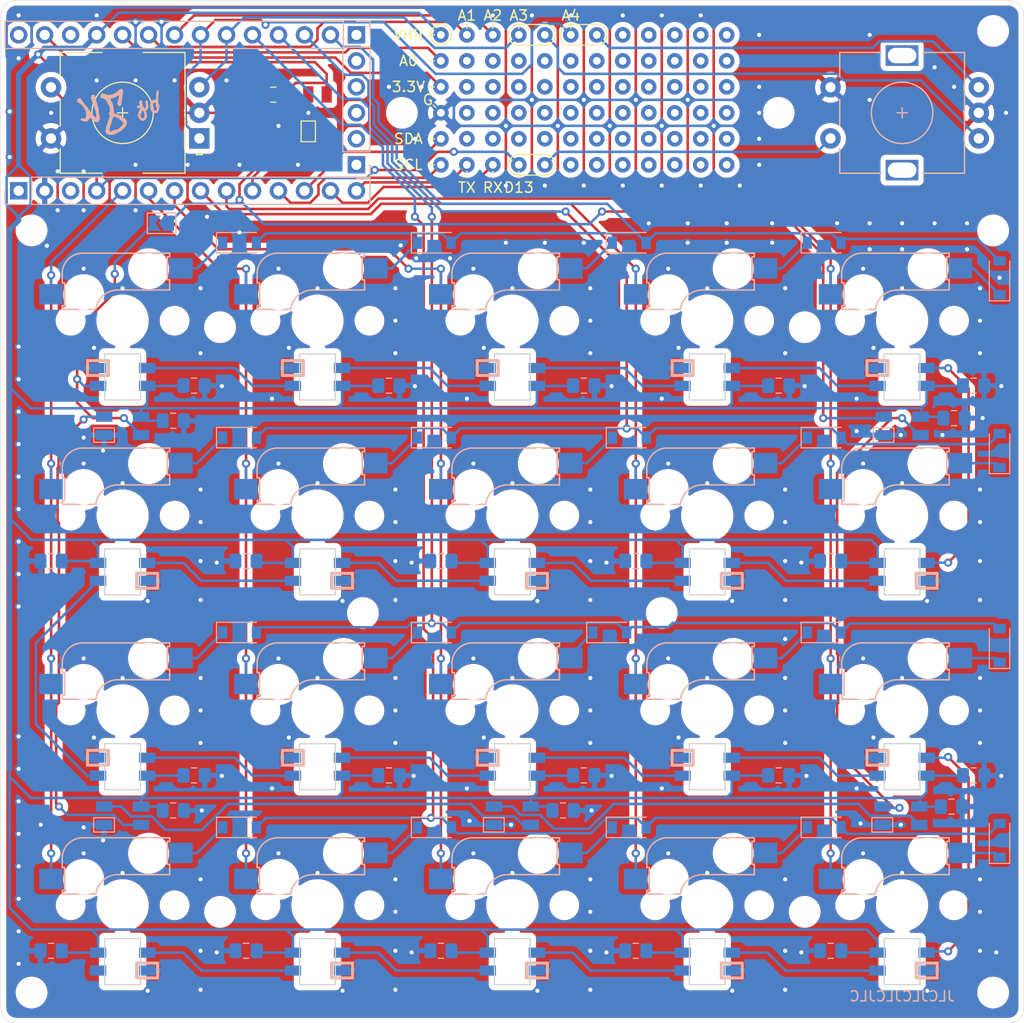
<source format=kicad_pcb>
(kicad_pcb (version 20171130) (host pcbnew 5.1.8-5.1.8)
  (layers (0 F.Cu signal) (31 B.Cu signal) (34 B.Paste user) (35 F.Paste user) (36 B.SilkS user) (37 F.SilkS user) (38 B.Mask user) (39 F.Mask user) (44 Edge.Cuts user))
  (net 0 "")
  (net 1 +5V)
  (net 2 GND)
  (net 3 /R1)
  (net 4 "Net-(D1-Pad1)")
  (net 5 "Net-(D2-Pad1)")
  (net 6 "Net-(D3-Pad1)")
  (net 7 "Net-(D4-Pad1)")
  (net 8 /R2)
  (net 9 "Net-(D5-Pad1)")
  (net 10 "Net-(D6-Pad1)")
  (net 11 "Net-(D7-Pad1)")
  (net 12 "Net-(D8-Pad1)")
  (net 13 /R3)
  (net 14 "Net-(D9-Pad1)")
  (net 15 "Net-(D10-Pad1)")
  (net 16 "Net-(D11-Pad1)")
  (net 17 "Net-(D12-Pad1)")
  (net 18 /R4)
  (net 19 "Net-(D13-Pad1)")
  (net 20 "Net-(D14-Pad1)")
  (net 21 "Net-(D15-Pad1)")
  (net 22 "Net-(D16-Pad1)")
  (net 23 "Net-(D17-Pad1)")
  (net 24 "Net-(D18-Pad1)")
  (net 25 "Net-(D19-Pad1)")
  (net 26 /LED)
  (net 27 /RX)
  (net 28 /TX)
  (net 29 /SDA)
  (net 30 /SCL)
  (net 31 /SW)
  (net 32 "Net-(J1-Pad3)")
  (net 33 "Net-(J1-Pad1)")
  (net 34 /C3)
  (net 35 /C2)
  (net 36 /C1)
  (net 37 "Net-(J3-Pad5)")
  (net 38 /Rot2)
  (net 39 /Rot1)
  (net 40 "Net-(SW1-Pad1)")
  (net 41 "Net-(SW2-Pad1)")
  (net 42 "Net-(SW3-Pad1)")
  (net 43 "Net-(SW4-Pad1)")
  (net 44 "Net-(SW10-Pad3)")
  (net 45 "Net-(SW10-Pad1)")
  (net 46 "Net-(SW11-Pad1)")
  (net 47 "Net-(SW12-Pad1)")
  (net 48 "Net-(SW13-Pad1)")
  (net 49 "Net-(SW14-Pad1)")
  (net 50 "Net-(SW15-Pad1)")
  (net 51 "Net-(SW16-Pad1)")
  (net 52 "Net-(J3-Pad4)")
  (net 53 "Net-(J3-Pad3)")
  (net 54 "Net-(D20-Pad1)")
  (net 55 "Net-(J2-Pad14)")
  (net 56 "Net-(SW11-Pad3)")
  (net 57 "Net-(SW6-Pad3)")
  (net 58 "Net-(SW7-Pad3)")
  (net 59 "Net-(SW8-Pad3)")
  (net 60 "Net-(SW16-Pad3)")
  (net 61 "Net-(SW17-Pad3)")
  (net 62 "Net-(SW18-Pad3)")
  (net 63 "Net-(SW19-Pad3)")
  (net 64 /C4)
  (net 65 /C5)
  (net 66 +3V3)
  (net 67 "Net-(J2-Pad12)")
  (net 68 "Net-(J2-Pad1)")
  (net 69 "Net-(J3-Pad2)")
  (net 70 "Net-(J3-Pad1)")
  (net 71 /A0)
  (net 72 /A1)
  (net 73 "Net-(H10-Pad1)")
  (net 74 "Net-(H11-Pad1)")
  (net 75 "Net-(H14-Pad1)")
  (net 76 /A2)
  (net 77 "Net-(D21-Pad1)")
  (net 78 "Net-(D22-Pad1)")
  (net 79 "Net-(D23-Pad1)")
  (net 80 "Net-(D24-Pad1)")
  (net 81 /leds/backlight)
  (net 82 /leds/led_pin)
  (module MountingHole:MountingHole_2.1mm (layer F.Cu) (at 61.595 85.725)
    (fp_text reference TH1 hide)
    (fp_text value HOLE hide)
    (pad "" np_thru_hole circle (at 0 0) (size 2.1 2.1) (drill 2.1) (layers *.Cu *.Mask))
  )
  (module MountingHole:MountingHole_2.1mm (layer F.Cu) (at 90.805 85.725)
    (fp_text reference TH1 hide)
    (fp_text value HOLE hide)
    (pad "" np_thru_hole circle (at 0 0) (size 2.1 2.1) (drill 2.1) (layers *.Cu *.Mask))
  )
  (module MountingHole:MountingHole_2.1mm (layer F.Cu) (at 104.775 57.785)
    (fp_text reference TH1 hide)
    (fp_text value HOLE hide)
    (pad "" np_thru_hole circle (at 0 0) (size 2.1 2.1) (drill 2.1) (layers *.Cu *.Mask))
  )
  (module MountingHole:MountingHole_2.1mm (layer F.Cu) (at 47.625 57.785)
    (fp_text reference TH1 hide)
    (fp_text value HOLE hide)
    (pad "" np_thru_hole circle (at 0 0) (size 2.1 2.1) (drill 2.1) (layers *.Cu *.Mask))
  )
  (module MountingHole:MountingHole_2.1mm (layer F.Cu) (at 104.775 114.935)
    (fp_text reference TH1 hide)
    (fp_text value HOLE hide)
    (pad "" np_thru_hole circle (at 0 0) (size 2.1 2.1) (drill 2.1) (layers *.Cu *.Mask))
  )
  (module MountingHole:MountingHole_2.1mm (layer F.Cu) (at 47.625 114.935)
    (fp_text reference TH1 hide)
    (fp_text value HOLE hide)
    (pad "" np_thru_hole circle (at 0 0) (size 2.1 2.1) (drill 2.1) (layers *.Cu *.Mask))
  )
  (module MountingHole:MountingHole_2.1mm (layer F.Cu) (at 102.235 36.83)
    (fp_text reference TH1 hide)
    (fp_text value HOLE hide)
    (pad "" np_thru_hole circle (at 0 0) (size 2.1 2.1) (drill 2.1) (layers *.Cu *.Mask))
  )
  (module MountingHole:MountingHole_2.1mm (layer F.Cu) (at 65.405 36.83)
    (fp_text reference TH1 hide)
    (fp_text value HOLE hide)
    (pad "" np_thru_hole circle (at 0 0) (size 2.1 2.1) (drill 2.1) (layers *.Cu *.Mask))
  )
  (module MountingHole:MountingHole_2.1mm (layer F.Cu) (at 123.2 48.325)
    (fp_text reference TH1 hide)
    (fp_text value HOLE hide)
    (pad "" np_thru_hole circle (at 0 0) (size 2.1 2.1) (drill 2.1) (layers *.Cu *.Mask))
  )
  (module MountingHole:MountingHole_2.1mm (layer F.Cu) (at 29.2 48.325)
    (fp_text reference TH1 hide)
    (fp_text value HOLE hide)
    (pad "" np_thru_hole circle (at 0 0) (size 2.1 2.1) (drill 2.1) (layers *.Cu *.Mask))
  )
  (module MountingHole:MountingHole_2.1mm (layer F.Cu) (at 29.2 122.825)
    (fp_text reference TH1 hide)
    (fp_text value HOLE hide)
    (pad "" np_thru_hole circle (at 0 0) (size 2.1 2.1) (drill 2.1) (layers *.Cu *.Mask))
  )
  (module MountingHole:MountingHole_2.1mm (layer F.Cu) (at 123.2 122.825)
    (fp_text reference TH1 hide)
    (fp_text value HOLE hide)
    (pad "" np_thru_hole circle (at 0 0) (size 2.1 2.1) (drill 2.1) (layers *.Cu *.Mask))
  )
  (module MountingHole:MountingHole_2.1mm (layer F.Cu) (at 123.2 28.825)
    (fp_text reference TH1 hide)
    (fp_text value HOLE hide)
    (pad "" np_thru_hole circle (at 0 0) (size 2.1 2.1) (drill 2.1) (layers *.Cu *.Mask))
  )
  (module "sofle RGB:RotaryEncoder_Alps_EC11E-Switch_Vertical_H20mm-keebio_modified" (layer F.Cu) (at 114.3 36.83 180)
    (fp_text reference SW22 hide)
    (fp_text value Rotary_Encoder_Switch)
    (pad A thru_hole circle (at -7.5 -2.5 180) (size 2 2) (drill 1) (layers *.Cu *.Mask) (net 73 "Net-(H10-Pad1)"))
    (pad C thru_hole circle (at -7.5 0 180) (size 2 2) (drill 1) (layers *.Cu *.Mask) (net 2 GND))
    (pad B thru_hole circle (at -7.5 2.5 180) (size 2 2) (drill 1) (layers *.Cu *.Mask) (net 75 "Net-(H14-Pad1)"))
    (pad MP thru_hole rect (at 0 -5.6 180) (size 3.2 2) (drill oval 2.8 1.5) (layers *.Cu *.Mask))
    (pad MP thru_hole rect (at 0 5.6 180) (size 3.2 2) (drill oval 2.8 1.5) (layers *.Cu *.Mask))
    (pad S2 thru_hole circle (at 7 -2.5 180) (size 2 2) (drill 1) (layers *.Cu *.Mask) (net 74 "Net-(H11-Pad1)"))
    (pad S1 thru_hole circle (at 7 2.5 180) (size 2 2) (drill 1) (layers *.Cu *.Mask) (net 2 GND))
  )
  (module general:by (layer B.Cu) (at 40.64 36.195 165)
    (fp_text reference G*** hide)
    (fp_text value LOGO hide)
  )
  (module general:jk_large (layer B.Cu) (at 36.195 36.83 180)
    (fp_text reference G*** hide)
    (fp_text value LOGO hide)
  )
  (module "sofle RGB:SK6812MINI_and_cherry_oneside_ledflipped" (layer F.Cu) (at 95.25 95.25)
    (fp_text reference SW14 hide)
    (fp_text value SW_PUSH-MX_W_LED hide)
    (fp_line (start -1.75 7.75) (end -1.75 3.25) (layer Edge.Cuts) (width 0.12))
    (fp_line (start 1.75 7.75) (end -1.75 7.75) (layer Edge.Cuts) (width 0.12))
    (fp_line (start 1.75 3.25) (end 1.75 7.75) (layer Edge.Cuts) (width 0.12))
    (fp_line (start -1.75 3.25) (end 1.75 3.25) (layer Edge.Cuts) (width 0.12))
    (pad 3 smd rect (at -2.4 6.375 180) (size 1.6 1) (layers B.Cu B.Paste B.Mask) (net 48 "Net-(SW13-Pad1)"))
    (pad 4 smd rect (at 2.4 6.375 180) (size 1.6 1) (layers B.Cu B.Paste B.Mask) (net 1 +5V))
    (pad 2 smd rect (at -2.4 4.625 180) (size 1.6 1) (layers B.Cu B.Paste B.Mask) (net 2 GND))
    (pad 1 smd rect (at 2.4 4.625 180) (size 1.6 1) (layers B.Cu B.Paste B.Mask) (net 49 "Net-(SW14-Pad1)"))
    (pad "" np_thru_hole circle (at 2.54 -5.08 180) (size 3 3) (drill 3) (layers *.Cu *.Mask))
    (pad "" np_thru_hole circle (at 0 0 90) (size 4.1 4.1) (drill 4.1) (layers *.Cu *.Mask))
    (pad 6 smd rect (at 5.7 -5.12 180) (size 2.3 2) (layers B.Cu B.Paste B.Mask) (net 20 "Net-(D14-Pad1)"))
    (pad "" np_thru_hole circle (at -3.81 -2.54 180) (size 3 3) (drill 3) (layers *.Cu *.Mask))
    (pad "" np_thru_hole circle (at 5.08 0) (size 1.9 1.9) (drill 1.9) (layers *.Cu *.Mask))
    (pad "" np_thru_hole circle (at -5.08 0) (size 1.9 1.9) (drill 1.9) (layers *.Cu *.Mask))
    (pad 5 smd rect (at -7 -2.58 180) (size 2.3 2) (layers B.Cu B.Paste B.Mask) (net 64 /C4))
  )
  (module "sofle RGB:SK6812MINI_and_cherry_oneside" (layer F.Cu) (at 38.1 114.3)
    (fp_text reference SW16 hide)
    (fp_text value SW_PUSH-MX_W_LED hide)
    (fp_line (start -1.75 7.75) (end -1.75 3.25) (layer Edge.Cuts) (width 0.12))
    (fp_line (start 1.75 7.75) (end -1.75 7.75) (layer Edge.Cuts) (width 0.12))
    (fp_line (start 1.75 3.25) (end 1.75 7.75) (layer Edge.Cuts) (width 0.12))
    (fp_line (start -1.75 3.25) (end 1.75 3.25) (layer Edge.Cuts) (width 0.12))
    (pad 3 smd rect (at 2.4 4.625) (size 1.6 1) (layers B.Cu B.Paste B.Mask) (net 60 "Net-(SW16-Pad3)"))
    (pad 4 smd rect (at -2.4 4.625) (size 1.6 1) (layers B.Cu B.Paste B.Mask) (net 1 +5V))
    (pad 2 smd rect (at 2.4 6.375) (size 1.6 1) (layers B.Cu B.Paste B.Mask) (net 2 GND))
    (pad 1 smd rect (at -2.4 6.375) (size 1.6 1) (layers B.Cu B.Paste B.Mask) (net 51 "Net-(SW16-Pad1)"))
    (pad "" np_thru_hole circle (at 2.54 -5.08 180) (size 3 3) (drill 3) (layers *.Cu *.Mask))
    (pad "" np_thru_hole circle (at 0 0 90) (size 4.1 4.1) (drill 4.1) (layers *.Cu *.Mask))
    (pad 6 smd rect (at 5.7 -5.12 180) (size 2.3 2) (layers B.Cu B.Paste B.Mask) (net 22 "Net-(D16-Pad1)"))
    (pad "" np_thru_hole circle (at -3.81 -2.54 180) (size 3 3) (drill 3) (layers *.Cu *.Mask))
    (pad "" np_thru_hole circle (at 5.08 0) (size 1.9 1.9) (drill 1.9) (layers *.Cu *.Mask))
    (pad "" np_thru_hole circle (at -5.08 0) (size 1.9 1.9) (drill 1.9) (layers *.Cu *.Mask))
    (pad 5 smd rect (at -7 -2.58 180) (size 2.3 2) (layers B.Cu B.Paste B.Mask) (net 36 /C1))
  )
  (module "sofle RGB:SK6812MINI_and_cherry_oneside_ledflipped" (layer F.Cu) (at 95.25 57.15)
    (fp_text reference SW4 hide)
    (fp_text value SW_PUSH-MX_W_LED hide)
    (fp_line (start -1.75 7.75) (end -1.75 3.25) (layer Edge.Cuts) (width 0.12))
    (fp_line (start 1.75 7.75) (end -1.75 7.75) (layer Edge.Cuts) (width 0.12))
    (fp_line (start 1.75 3.25) (end 1.75 7.75) (layer Edge.Cuts) (width 0.12))
    (fp_line (start -1.75 3.25) (end 1.75 3.25) (layer Edge.Cuts) (width 0.12))
    (pad 3 smd rect (at -2.4 6.375 180) (size 1.6 1) (layers B.Cu B.Paste B.Mask) (net 42 "Net-(SW3-Pad1)"))
    (pad 4 smd rect (at 2.4 6.375 180) (size 1.6 1) (layers B.Cu B.Paste B.Mask) (net 1 +5V))
    (pad 2 smd rect (at -2.4 4.625 180) (size 1.6 1) (layers B.Cu B.Paste B.Mask) (net 2 GND))
    (pad 1 smd rect (at 2.4 4.625 180) (size 1.6 1) (layers B.Cu B.Paste B.Mask) (net 43 "Net-(SW4-Pad1)"))
    (pad "" np_thru_hole circle (at 2.54 -5.08 180) (size 3 3) (drill 3) (layers *.Cu *.Mask))
    (pad "" np_thru_hole circle (at 0 0 90) (size 4.1 4.1) (drill 4.1) (layers *.Cu *.Mask))
    (pad 6 smd rect (at 5.7 -5.12 180) (size 2.3 2) (layers B.Cu B.Paste B.Mask) (net 7 "Net-(D4-Pad1)"))
    (pad "" np_thru_hole circle (at -3.81 -2.54 180) (size 3 3) (drill 3) (layers *.Cu *.Mask))
    (pad "" np_thru_hole circle (at 5.08 0) (size 1.9 1.9) (drill 1.9) (layers *.Cu *.Mask))
    (pad "" np_thru_hole circle (at -5.08 0) (size 1.9 1.9) (drill 1.9) (layers *.Cu *.Mask))
    (pad 5 smd rect (at -7 -2.58 180) (size 2.3 2) (layers B.Cu B.Paste B.Mask) (net 64 /C4))
  )
  (module "sofle RGB:SK6812MINI_and_cherry_oneside_ledflipped" (layer F.Cu) (at 38.1 57.15)
    (fp_text reference SW1 hide)
    (fp_text value SW_PUSH-MX_W_LED hide)
    (fp_line (start -1.75 7.75) (end -1.75 3.25) (layer Edge.Cuts) (width 0.12))
    (fp_line (start 1.75 7.75) (end -1.75 7.75) (layer Edge.Cuts) (width 0.12))
    (fp_line (start 1.75 3.25) (end 1.75 7.75) (layer Edge.Cuts) (width 0.12))
    (fp_line (start -1.75 3.25) (end 1.75 3.25) (layer Edge.Cuts) (width 0.12))
    (pad 3 smd rect (at -2.4 6.375 180) (size 1.6 1) (layers B.Cu B.Paste B.Mask) (net 81 /leds/backlight))
    (pad 4 smd rect (at 2.4 6.375 180) (size 1.6 1) (layers B.Cu B.Paste B.Mask) (net 1 +5V))
    (pad 2 smd rect (at -2.4 4.625 180) (size 1.6 1) (layers B.Cu B.Paste B.Mask) (net 2 GND))
    (pad 1 smd rect (at 2.4 4.625 180) (size 1.6 1) (layers B.Cu B.Paste B.Mask) (net 40 "Net-(SW1-Pad1)"))
    (pad "" np_thru_hole circle (at 2.54 -5.08 180) (size 3 3) (drill 3) (layers *.Cu *.Mask))
    (pad "" np_thru_hole circle (at 0 0 90) (size 4.1 4.1) (drill 4.1) (layers *.Cu *.Mask))
    (pad 6 smd rect (at 5.7 -5.12 180) (size 2.3 2) (layers B.Cu B.Paste B.Mask) (net 4 "Net-(D1-Pad1)"))
    (pad "" np_thru_hole circle (at -3.81 -2.54 180) (size 3 3) (drill 3) (layers *.Cu *.Mask))
    (pad "" np_thru_hole circle (at 5.08 0) (size 1.9 1.9) (drill 1.9) (layers *.Cu *.Mask))
    (pad "" np_thru_hole circle (at -5.08 0) (size 1.9 1.9) (drill 1.9) (layers *.Cu *.Mask))
    (pad 5 smd rect (at -7 -2.58 180) (size 2.3 2) (layers B.Cu B.Paste B.Mask) (net 36 /C1))
  )
  (module "sofle RGB:SK6812MINI_and_cherry_oneside_ledflipped" (layer F.Cu) (at 57.15 57.15)
    (fp_text reference SW2 hide)
    (fp_text value SW_PUSH-MX_W_LED hide)
    (fp_line (start -1.75 7.75) (end -1.75 3.25) (layer Edge.Cuts) (width 0.12))
    (fp_line (start 1.75 7.75) (end -1.75 7.75) (layer Edge.Cuts) (width 0.12))
    (fp_line (start 1.75 3.25) (end 1.75 7.75) (layer Edge.Cuts) (width 0.12))
    (fp_line (start -1.75 3.25) (end 1.75 3.25) (layer Edge.Cuts) (width 0.12))
    (pad 3 smd rect (at -2.4 6.375 180) (size 1.6 1) (layers B.Cu B.Paste B.Mask) (net 40 "Net-(SW1-Pad1)"))
    (pad 4 smd rect (at 2.4 6.375 180) (size 1.6 1) (layers B.Cu B.Paste B.Mask) (net 1 +5V))
    (pad 2 smd rect (at -2.4 4.625 180) (size 1.6 1) (layers B.Cu B.Paste B.Mask) (net 2 GND))
    (pad 1 smd rect (at 2.4 4.625 180) (size 1.6 1) (layers B.Cu B.Paste B.Mask) (net 41 "Net-(SW2-Pad1)"))
    (pad "" np_thru_hole circle (at 2.54 -5.08 180) (size 3 3) (drill 3) (layers *.Cu *.Mask))
    (pad "" np_thru_hole circle (at 0 0 90) (size 4.1 4.1) (drill 4.1) (layers *.Cu *.Mask))
    (pad 6 smd rect (at 5.7 -5.12 180) (size 2.3 2) (layers B.Cu B.Paste B.Mask) (net 5 "Net-(D2-Pad1)"))
    (pad "" np_thru_hole circle (at -3.81 -2.54 180) (size 3 3) (drill 3) (layers *.Cu *.Mask))
    (pad "" np_thru_hole circle (at 5.08 0) (size 1.9 1.9) (drill 1.9) (layers *.Cu *.Mask))
    (pad "" np_thru_hole circle (at -5.08 0) (size 1.9 1.9) (drill 1.9) (layers *.Cu *.Mask))
    (pad 5 smd rect (at -7 -2.58 180) (size 2.3 2) (layers B.Cu B.Paste B.Mask) (net 35 /C2))
  )
  (module "sofle RGB:SK6812MINI_and_cherry_oneside" (layer F.Cu) (at 114.3 114.3)
    (fp_text reference SW20 hide)
    (fp_text value SW_PUSH-MX_W_LED hide)
    (fp_line (start -1.75 7.75) (end -1.75 3.25) (layer Edge.Cuts) (width 0.12))
    (fp_line (start 1.75 7.75) (end -1.75 7.75) (layer Edge.Cuts) (width 0.12))
    (fp_line (start 1.75 3.25) (end 1.75 7.75) (layer Edge.Cuts) (width 0.12))
    (fp_line (start -1.75 3.25) (end 1.75 3.25) (layer Edge.Cuts) (width 0.12))
    (pad 3 smd rect (at 2.4 4.625) (size 1.6 1) (layers B.Cu B.Paste B.Mask) (net 50 "Net-(SW15-Pad1)"))
    (pad 4 smd rect (at -2.4 4.625) (size 1.6 1) (layers B.Cu B.Paste B.Mask) (net 1 +5V))
    (pad 2 smd rect (at 2.4 6.375) (size 1.6 1) (layers B.Cu B.Paste B.Mask) (net 2 GND))
    (pad 1 smd rect (at -2.4 6.375) (size 1.6 1) (layers B.Cu B.Paste B.Mask) (net 63 "Net-(SW19-Pad3)"))
    (pad "" np_thru_hole circle (at 2.54 -5.08 180) (size 3 3) (drill 3) (layers *.Cu *.Mask))
    (pad "" np_thru_hole circle (at 0 0 90) (size 4.1 4.1) (drill 4.1) (layers *.Cu *.Mask))
    (pad 6 smd rect (at 5.7 -5.12 180) (size 2.3 2) (layers B.Cu B.Paste B.Mask) (net 54 "Net-(D20-Pad1)"))
    (pad "" np_thru_hole circle (at -3.81 -2.54 180) (size 3 3) (drill 3) (layers *.Cu *.Mask))
    (pad "" np_thru_hole circle (at 5.08 0) (size 1.9 1.9) (drill 1.9) (layers *.Cu *.Mask))
    (pad "" np_thru_hole circle (at -5.08 0) (size 1.9 1.9) (drill 1.9) (layers *.Cu *.Mask))
    (pad 5 smd rect (at -7 -2.58 180) (size 2.3 2) (layers B.Cu B.Paste B.Mask) (net 65 /C5))
  )
  (module "sofle RGB:SK6812MINI_and_cherry_oneside" (layer F.Cu) (at 76.2 76.2)
    (fp_text reference SW8 hide)
    (fp_text value SW_PUSH-MX_W_LED hide)
    (fp_line (start -1.75 7.75) (end -1.75 3.25) (layer Edge.Cuts) (width 0.12))
    (fp_line (start 1.75 7.75) (end -1.75 7.75) (layer Edge.Cuts) (width 0.12))
    (fp_line (start 1.75 3.25) (end 1.75 7.75) (layer Edge.Cuts) (width 0.12))
    (fp_line (start -1.75 3.25) (end 1.75 3.25) (layer Edge.Cuts) (width 0.12))
    (pad 3 smd rect (at 2.4 4.625) (size 1.6 1) (layers B.Cu B.Paste B.Mask) (net 59 "Net-(SW8-Pad3)"))
    (pad 4 smd rect (at -2.4 4.625) (size 1.6 1) (layers B.Cu B.Paste B.Mask) (net 1 +5V))
    (pad 2 smd rect (at 2.4 6.375) (size 1.6 1) (layers B.Cu B.Paste B.Mask) (net 2 GND))
    (pad 1 smd rect (at -2.4 6.375) (size 1.6 1) (layers B.Cu B.Paste B.Mask) (net 58 "Net-(SW7-Pad3)"))
    (pad "" np_thru_hole circle (at 2.54 -5.08 180) (size 3 3) (drill 3) (layers *.Cu *.Mask))
    (pad "" np_thru_hole circle (at 0 0 90) (size 4.1 4.1) (drill 4.1) (layers *.Cu *.Mask))
    (pad 6 smd rect (at 5.7 -5.12 180) (size 2.3 2) (layers B.Cu B.Paste B.Mask) (net 12 "Net-(D8-Pad1)"))
    (pad "" np_thru_hole circle (at -3.81 -2.54 180) (size 3 3) (drill 3) (layers *.Cu *.Mask))
    (pad "" np_thru_hole circle (at 5.08 0) (size 1.9 1.9) (drill 1.9) (layers *.Cu *.Mask))
    (pad "" np_thru_hole circle (at -5.08 0) (size 1.9 1.9) (drill 1.9) (layers *.Cu *.Mask))
    (pad 5 smd rect (at -7 -2.58 180) (size 2.3 2) (layers B.Cu B.Paste B.Mask) (net 34 /C3))
  )
  (module "sofle RGB:SK6812MINI_and_cherry_oneside" (layer F.Cu) (at 95.25 114.3)
    (fp_text reference SW19 hide)
    (fp_text value SW_PUSH-MX_W_LED hide)
    (fp_line (start -1.75 7.75) (end -1.75 3.25) (layer Edge.Cuts) (width 0.12))
    (fp_line (start 1.75 7.75) (end -1.75 7.75) (layer Edge.Cuts) (width 0.12))
    (fp_line (start 1.75 3.25) (end 1.75 7.75) (layer Edge.Cuts) (width 0.12))
    (fp_line (start -1.75 3.25) (end 1.75 3.25) (layer Edge.Cuts) (width 0.12))
    (pad 3 smd rect (at 2.4 4.625) (size 1.6 1) (layers B.Cu B.Paste B.Mask) (net 63 "Net-(SW19-Pad3)"))
    (pad 4 smd rect (at -2.4 4.625) (size 1.6 1) (layers B.Cu B.Paste B.Mask) (net 1 +5V))
    (pad 2 smd rect (at 2.4 6.375) (size 1.6 1) (layers B.Cu B.Paste B.Mask) (net 2 GND))
    (pad 1 smd rect (at -2.4 6.375) (size 1.6 1) (layers B.Cu B.Paste B.Mask) (net 62 "Net-(SW18-Pad3)"))
    (pad "" np_thru_hole circle (at 2.54 -5.08 180) (size 3 3) (drill 3) (layers *.Cu *.Mask))
    (pad "" np_thru_hole circle (at 0 0 90) (size 4.1 4.1) (drill 4.1) (layers *.Cu *.Mask))
    (pad 6 smd rect (at 5.7 -5.12 180) (size 2.3 2) (layers B.Cu B.Paste B.Mask) (net 25 "Net-(D19-Pad1)"))
    (pad "" np_thru_hole circle (at -3.81 -2.54 180) (size 3 3) (drill 3) (layers *.Cu *.Mask))
    (pad "" np_thru_hole circle (at 5.08 0) (size 1.9 1.9) (drill 1.9) (layers *.Cu *.Mask))
    (pad "" np_thru_hole circle (at -5.08 0) (size 1.9 1.9) (drill 1.9) (layers *.Cu *.Mask))
    (pad 5 smd rect (at -7 -2.58 180) (size 2.3 2) (layers B.Cu B.Paste B.Mask) (net 64 /C4))
  )
  (module "sofle RGB:SK6812MINI_and_cherry_oneside" (layer F.Cu) (at 76.2 114.3)
    (fp_text reference SW18 hide)
    (fp_text value SW_PUSH-MX_W_LED hide)
    (fp_line (start -1.75 7.75) (end -1.75 3.25) (layer Edge.Cuts) (width 0.12))
    (fp_line (start 1.75 7.75) (end -1.75 7.75) (layer Edge.Cuts) (width 0.12))
    (fp_line (start 1.75 3.25) (end 1.75 7.75) (layer Edge.Cuts) (width 0.12))
    (fp_line (start -1.75 3.25) (end 1.75 3.25) (layer Edge.Cuts) (width 0.12))
    (pad 3 smd rect (at 2.4 4.625) (size 1.6 1) (layers B.Cu B.Paste B.Mask) (net 62 "Net-(SW18-Pad3)"))
    (pad 4 smd rect (at -2.4 4.625) (size 1.6 1) (layers B.Cu B.Paste B.Mask) (net 1 +5V))
    (pad 2 smd rect (at 2.4 6.375) (size 1.6 1) (layers B.Cu B.Paste B.Mask) (net 2 GND))
    (pad 1 smd rect (at -2.4 6.375) (size 1.6 1) (layers B.Cu B.Paste B.Mask) (net 61 "Net-(SW17-Pad3)"))
    (pad "" np_thru_hole circle (at 2.54 -5.08 180) (size 3 3) (drill 3) (layers *.Cu *.Mask))
    (pad "" np_thru_hole circle (at 0 0 90) (size 4.1 4.1) (drill 4.1) (layers *.Cu *.Mask))
    (pad 6 smd rect (at 5.7 -5.12 180) (size 2.3 2) (layers B.Cu B.Paste B.Mask) (net 24 "Net-(D18-Pad1)"))
    (pad "" np_thru_hole circle (at -3.81 -2.54 180) (size 3 3) (drill 3) (layers *.Cu *.Mask))
    (pad "" np_thru_hole circle (at 5.08 0) (size 1.9 1.9) (drill 1.9) (layers *.Cu *.Mask))
    (pad "" np_thru_hole circle (at -5.08 0) (size 1.9 1.9) (drill 1.9) (layers *.Cu *.Mask))
    (pad 5 smd rect (at -7 -2.58 180) (size 2.3 2) (layers B.Cu B.Paste B.Mask) (net 34 /C3))
  )
  (module "sofle RGB:SK6812MINI_and_cherry_oneside" (layer F.Cu) (at 57.15 114.3)
    (fp_text reference SW17 hide)
    (fp_text value SW_PUSH-MX_W_LED hide)
    (fp_line (start -1.75 7.75) (end -1.75 3.25) (layer Edge.Cuts) (width 0.12))
    (fp_line (start 1.75 7.75) (end -1.75 7.75) (layer Edge.Cuts) (width 0.12))
    (fp_line (start 1.75 3.25) (end 1.75 7.75) (layer Edge.Cuts) (width 0.12))
    (fp_line (start -1.75 3.25) (end 1.75 3.25) (layer Edge.Cuts) (width 0.12))
    (pad 3 smd rect (at 2.4 4.625) (size 1.6 1) (layers B.Cu B.Paste B.Mask) (net 61 "Net-(SW17-Pad3)"))
    (pad 4 smd rect (at -2.4 4.625) (size 1.6 1) (layers B.Cu B.Paste B.Mask) (net 1 +5V))
    (pad 2 smd rect (at 2.4 6.375) (size 1.6 1) (layers B.Cu B.Paste B.Mask) (net 2 GND))
    (pad 1 smd rect (at -2.4 6.375) (size 1.6 1) (layers B.Cu B.Paste B.Mask) (net 60 "Net-(SW16-Pad3)"))
    (pad "" np_thru_hole circle (at 2.54 -5.08 180) (size 3 3) (drill 3) (layers *.Cu *.Mask))
    (pad "" np_thru_hole circle (at 0 0 90) (size 4.1 4.1) (drill 4.1) (layers *.Cu *.Mask))
    (pad 6 smd rect (at 5.7 -5.12 180) (size 2.3 2) (layers B.Cu B.Paste B.Mask) (net 23 "Net-(D17-Pad1)"))
    (pad "" np_thru_hole circle (at -3.81 -2.54 180) (size 3 3) (drill 3) (layers *.Cu *.Mask))
    (pad "" np_thru_hole circle (at 5.08 0) (size 1.9 1.9) (drill 1.9) (layers *.Cu *.Mask))
    (pad "" np_thru_hole circle (at -5.08 0) (size 1.9 1.9) (drill 1.9) (layers *.Cu *.Mask))
    (pad 5 smd rect (at -7 -2.58 180) (size 2.3 2) (layers B.Cu B.Paste B.Mask) (net 35 /C2))
  )
  (module "sofle RGB:SK6812MINI_and_cherry_oneside" (layer F.Cu) (at 114.3 76.2)
    (fp_text reference SW10 hide)
    (fp_text value SW_PUSH-MX_W_LED hide)
    (fp_line (start -1.75 7.75) (end -1.75 3.25) (layer Edge.Cuts) (width 0.12))
    (fp_line (start 1.75 7.75) (end -1.75 7.75) (layer Edge.Cuts) (width 0.12))
    (fp_line (start 1.75 3.25) (end 1.75 7.75) (layer Edge.Cuts) (width 0.12))
    (fp_line (start -1.75 3.25) (end 1.75 3.25) (layer Edge.Cuts) (width 0.12))
    (pad 3 smd rect (at 2.4 4.625) (size 1.6 1) (layers B.Cu B.Paste B.Mask) (net 44 "Net-(SW10-Pad3)"))
    (pad 4 smd rect (at -2.4 4.625) (size 1.6 1) (layers B.Cu B.Paste B.Mask) (net 1 +5V))
    (pad 2 smd rect (at 2.4 6.375) (size 1.6 1) (layers B.Cu B.Paste B.Mask) (net 2 GND))
    (pad 1 smd rect (at -2.4 6.375) (size 1.6 1) (layers B.Cu B.Paste B.Mask) (net 45 "Net-(SW10-Pad1)"))
    (pad "" np_thru_hole circle (at 2.54 -5.08 180) (size 3 3) (drill 3) (layers *.Cu *.Mask))
    (pad "" np_thru_hole circle (at 0 0 90) (size 4.1 4.1) (drill 4.1) (layers *.Cu *.Mask))
    (pad 6 smd rect (at 5.7 -5.12 180) (size 2.3 2) (layers B.Cu B.Paste B.Mask) (net 15 "Net-(D10-Pad1)"))
    (pad "" np_thru_hole circle (at -3.81 -2.54 180) (size 3 3) (drill 3) (layers *.Cu *.Mask))
    (pad "" np_thru_hole circle (at 5.08 0) (size 1.9 1.9) (drill 1.9) (layers *.Cu *.Mask))
    (pad "" np_thru_hole circle (at -5.08 0) (size 1.9 1.9) (drill 1.9) (layers *.Cu *.Mask))
    (pad 5 smd rect (at -7 -2.58 180) (size 2.3 2) (layers B.Cu B.Paste B.Mask) (net 65 /C5))
  )
  (module "sofle RGB:SK6812MINI_and_cherry_oneside" (layer F.Cu) (at 95.25 76.2)
    (fp_text reference SW9 hide)
    (fp_text value SW_PUSH-MX_W_LED hide)
    (fp_line (start -1.75 7.75) (end -1.75 3.25) (layer Edge.Cuts) (width 0.12))
    (fp_line (start 1.75 7.75) (end -1.75 7.75) (layer Edge.Cuts) (width 0.12))
    (fp_line (start 1.75 3.25) (end 1.75 7.75) (layer Edge.Cuts) (width 0.12))
    (fp_line (start -1.75 3.25) (end 1.75 3.25) (layer Edge.Cuts) (width 0.12))
    (pad 3 smd rect (at 2.4 4.625) (size 1.6 1) (layers B.Cu B.Paste B.Mask) (net 45 "Net-(SW10-Pad1)"))
    (pad 4 smd rect (at -2.4 4.625) (size 1.6 1) (layers B.Cu B.Paste B.Mask) (net 1 +5V))
    (pad 2 smd rect (at 2.4 6.375) (size 1.6 1) (layers B.Cu B.Paste B.Mask) (net 2 GND))
    (pad 1 smd rect (at -2.4 6.375) (size 1.6 1) (layers B.Cu B.Paste B.Mask) (net 59 "Net-(SW8-Pad3)"))
    (pad "" np_thru_hole circle (at 2.54 -5.08 180) (size 3 3) (drill 3) (layers *.Cu *.Mask))
    (pad "" np_thru_hole circle (at 0 0 90) (size 4.1 4.1) (drill 4.1) (layers *.Cu *.Mask))
    (pad 6 smd rect (at 5.7 -5.12 180) (size 2.3 2) (layers B.Cu B.Paste B.Mask) (net 14 "Net-(D9-Pad1)"))
    (pad "" np_thru_hole circle (at -3.81 -2.54 180) (size 3 3) (drill 3) (layers *.Cu *.Mask))
    (pad "" np_thru_hole circle (at 5.08 0) (size 1.9 1.9) (drill 1.9) (layers *.Cu *.Mask))
    (pad "" np_thru_hole circle (at -5.08 0) (size 1.9 1.9) (drill 1.9) (layers *.Cu *.Mask))
    (pad 5 smd rect (at -7 -2.58 180) (size 2.3 2) (layers B.Cu B.Paste B.Mask) (net 64 /C4))
  )
  (module "sofle RGB:SK6812MINI_and_cherry_oneside" (layer F.Cu) (at 57.15 76.2)
    (fp_text reference SW7 hide)
    (fp_text value SW_PUSH-MX_W_LED hide)
    (fp_line (start -1.75 7.75) (end -1.75 3.25) (layer Edge.Cuts) (width 0.12))
    (fp_line (start 1.75 7.75) (end -1.75 7.75) (layer Edge.Cuts) (width 0.12))
    (fp_line (start 1.75 3.25) (end 1.75 7.75) (layer Edge.Cuts) (width 0.12))
    (fp_line (start -1.75 3.25) (end 1.75 3.25) (layer Edge.Cuts) (width 0.12))
    (pad 3 smd rect (at 2.4 4.625) (size 1.6 1) (layers B.Cu B.Paste B.Mask) (net 58 "Net-(SW7-Pad3)"))
    (pad 4 smd rect (at -2.4 4.625) (size 1.6 1) (layers B.Cu B.Paste B.Mask) (net 1 +5V))
    (pad 2 smd rect (at 2.4 6.375) (size 1.6 1) (layers B.Cu B.Paste B.Mask) (net 2 GND))
    (pad 1 smd rect (at -2.4 6.375) (size 1.6 1) (layers B.Cu B.Paste B.Mask) (net 57 "Net-(SW6-Pad3)"))
    (pad "" np_thru_hole circle (at 2.54 -5.08 180) (size 3 3) (drill 3) (layers *.Cu *.Mask))
    (pad "" np_thru_hole circle (at 0 0 90) (size 4.1 4.1) (drill 4.1) (layers *.Cu *.Mask))
    (pad 6 smd rect (at 5.7 -5.12 180) (size 2.3 2) (layers B.Cu B.Paste B.Mask) (net 11 "Net-(D7-Pad1)"))
    (pad "" np_thru_hole circle (at -3.81 -2.54 180) (size 3 3) (drill 3) (layers *.Cu *.Mask))
    (pad "" np_thru_hole circle (at 5.08 0) (size 1.9 1.9) (drill 1.9) (layers *.Cu *.Mask))
    (pad "" np_thru_hole circle (at -5.08 0) (size 1.9 1.9) (drill 1.9) (layers *.Cu *.Mask))
    (pad 5 smd rect (at -7 -2.58 180) (size 2.3 2) (layers B.Cu B.Paste B.Mask) (net 35 /C2))
  )
  (module "sofle RGB:SK6812MINI_and_cherry_oneside" (layer F.Cu) (at 38.1 76.2)
    (fp_text reference SW6 hide)
    (fp_text value SW_PUSH-MX_W_LED hide)
    (fp_line (start -1.75 7.75) (end -1.75 3.25) (layer Edge.Cuts) (width 0.12))
    (fp_line (start 1.75 7.75) (end -1.75 7.75) (layer Edge.Cuts) (width 0.12))
    (fp_line (start 1.75 3.25) (end 1.75 7.75) (layer Edge.Cuts) (width 0.12))
    (fp_line (start -1.75 3.25) (end 1.75 3.25) (layer Edge.Cuts) (width 0.12))
    (pad 3 smd rect (at 2.4 4.625) (size 1.6 1) (layers B.Cu B.Paste B.Mask) (net 57 "Net-(SW6-Pad3)"))
    (pad 4 smd rect (at -2.4 4.625) (size 1.6 1) (layers B.Cu B.Paste B.Mask) (net 1 +5V))
    (pad 2 smd rect (at 2.4 6.375) (size 1.6 1) (layers B.Cu B.Paste B.Mask) (net 2 GND))
    (pad 1 smd rect (at -2.4 6.375) (size 1.6 1) (layers B.Cu B.Paste B.Mask) (net 56 "Net-(SW11-Pad3)"))
    (pad "" np_thru_hole circle (at 2.54 -5.08 180) (size 3 3) (drill 3) (layers *.Cu *.Mask))
    (pad "" np_thru_hole circle (at 0 0 90) (size 4.1 4.1) (drill 4.1) (layers *.Cu *.Mask))
    (pad 6 smd rect (at 5.7 -5.12 180) (size 2.3 2) (layers B.Cu B.Paste B.Mask) (net 10 "Net-(D6-Pad1)"))
    (pad "" np_thru_hole circle (at -3.81 -2.54 180) (size 3 3) (drill 3) (layers *.Cu *.Mask))
    (pad "" np_thru_hole circle (at 5.08 0) (size 1.9 1.9) (drill 1.9) (layers *.Cu *.Mask))
    (pad "" np_thru_hole circle (at -5.08 0) (size 1.9 1.9) (drill 1.9) (layers *.Cu *.Mask))
    (pad 5 smd rect (at -7 -2.58 180) (size 2.3 2) (layers B.Cu B.Paste B.Mask) (net 36 /C1))
  )
  (module "sofle RGB:SK6812MINI_and_cherry_oneside_ledflipped" (layer F.Cu) (at 38.1 95.25)
    (fp_text reference SW11 hide)
    (fp_text value SW_PUSH-MX_W_LED hide)
    (fp_line (start -1.75 7.75) (end -1.75 3.25) (layer Edge.Cuts) (width 0.12))
    (fp_line (start 1.75 7.75) (end -1.75 7.75) (layer Edge.Cuts) (width 0.12))
    (fp_line (start 1.75 3.25) (end 1.75 7.75) (layer Edge.Cuts) (width 0.12))
    (fp_line (start -1.75 3.25) (end 1.75 3.25) (layer Edge.Cuts) (width 0.12))
    (pad 3 smd rect (at -2.4 6.375 180) (size 1.6 1) (layers B.Cu B.Paste B.Mask) (net 56 "Net-(SW11-Pad3)"))
    (pad 4 smd rect (at 2.4 6.375 180) (size 1.6 1) (layers B.Cu B.Paste B.Mask) (net 1 +5V))
    (pad 2 smd rect (at -2.4 4.625 180) (size 1.6 1) (layers B.Cu B.Paste B.Mask) (net 2 GND))
    (pad 1 smd rect (at 2.4 4.625 180) (size 1.6 1) (layers B.Cu B.Paste B.Mask) (net 46 "Net-(SW11-Pad1)"))
    (pad "" np_thru_hole circle (at 2.54 -5.08 180) (size 3 3) (drill 3) (layers *.Cu *.Mask))
    (pad "" np_thru_hole circle (at 0 0 90) (size 4.1 4.1) (drill 4.1) (layers *.Cu *.Mask))
    (pad 6 smd rect (at 5.7 -5.12 180) (size 2.3 2) (layers B.Cu B.Paste B.Mask) (net 16 "Net-(D11-Pad1)"))
    (pad "" np_thru_hole circle (at -3.81 -2.54 180) (size 3 3) (drill 3) (layers *.Cu *.Mask))
    (pad "" np_thru_hole circle (at 5.08 0) (size 1.9 1.9) (drill 1.9) (layers *.Cu *.Mask))
    (pad "" np_thru_hole circle (at -5.08 0) (size 1.9 1.9) (drill 1.9) (layers *.Cu *.Mask))
    (pad 5 smd rect (at -7 -2.58 180) (size 2.3 2) (layers B.Cu B.Paste B.Mask) (net 36 /C1))
  )
  (module "sofle RGB:SK6812MINI_and_cherry_oneside_ledflipped" (layer F.Cu) (at 114.3 95.25)
    (fp_text reference SW15 hide)
    (fp_text value SW_PUSH-MX_W_LED hide)
    (fp_line (start -1.75 7.75) (end -1.75 3.25) (layer Edge.Cuts) (width 0.12))
    (fp_line (start 1.75 7.75) (end -1.75 7.75) (layer Edge.Cuts) (width 0.12))
    (fp_line (start 1.75 3.25) (end 1.75 7.75) (layer Edge.Cuts) (width 0.12))
    (fp_line (start -1.75 3.25) (end 1.75 3.25) (layer Edge.Cuts) (width 0.12))
    (pad 3 smd rect (at -2.4 6.375 180) (size 1.6 1) (layers B.Cu B.Paste B.Mask) (net 49 "Net-(SW14-Pad1)"))
    (pad 4 smd rect (at 2.4 6.375 180) (size 1.6 1) (layers B.Cu B.Paste B.Mask) (net 1 +5V))
    (pad 2 smd rect (at -2.4 4.625 180) (size 1.6 1) (layers B.Cu B.Paste B.Mask) (net 2 GND))
    (pad 1 smd rect (at 2.4 4.625 180) (size 1.6 1) (layers B.Cu B.Paste B.Mask) (net 50 "Net-(SW15-Pad1)"))
    (pad "" np_thru_hole circle (at 2.54 -5.08 180) (size 3 3) (drill 3) (layers *.Cu *.Mask))
    (pad "" np_thru_hole circle (at 0 0 90) (size 4.1 4.1) (drill 4.1) (layers *.Cu *.Mask))
    (pad 6 smd rect (at 5.7 -5.12 180) (size 2.3 2) (layers B.Cu B.Paste B.Mask) (net 21 "Net-(D15-Pad1)"))
    (pad "" np_thru_hole circle (at -3.81 -2.54 180) (size 3 3) (drill 3) (layers *.Cu *.Mask))
    (pad "" np_thru_hole circle (at 5.08 0) (size 1.9 1.9) (drill 1.9) (layers *.Cu *.Mask))
    (pad "" np_thru_hole circle (at -5.08 0) (size 1.9 1.9) (drill 1.9) (layers *.Cu *.Mask))
    (pad 5 smd rect (at -7 -2.58 180) (size 2.3 2) (layers B.Cu B.Paste B.Mask) (net 65 /C5))
  )
  (module "sofle RGB:SK6812MINI_and_cherry_oneside_ledflipped" (layer F.Cu) (at 76.2 95.25)
    (fp_text reference SW13 hide)
    (fp_text value SW_PUSH-MX_W_LED hide)
    (fp_line (start -1.75 7.75) (end -1.75 3.25) (layer Edge.Cuts) (width 0.12))
    (fp_line (start 1.75 7.75) (end -1.75 7.75) (layer Edge.Cuts) (width 0.12))
    (fp_line (start 1.75 3.25) (end 1.75 7.75) (layer Edge.Cuts) (width 0.12))
    (fp_line (start -1.75 3.25) (end 1.75 3.25) (layer Edge.Cuts) (width 0.12))
    (pad 3 smd rect (at -2.4 6.375 180) (size 1.6 1) (layers B.Cu B.Paste B.Mask) (net 47 "Net-(SW12-Pad1)"))
    (pad 4 smd rect (at 2.4 6.375 180) (size 1.6 1) (layers B.Cu B.Paste B.Mask) (net 1 +5V))
    (pad 2 smd rect (at -2.4 4.625 180) (size 1.6 1) (layers B.Cu B.Paste B.Mask) (net 2 GND))
    (pad 1 smd rect (at 2.4 4.625 180) (size 1.6 1) (layers B.Cu B.Paste B.Mask) (net 48 "Net-(SW13-Pad1)"))
    (pad "" np_thru_hole circle (at 2.54 -5.08 180) (size 3 3) (drill 3) (layers *.Cu *.Mask))
    (pad "" np_thru_hole circle (at 0 0 90) (size 4.1 4.1) (drill 4.1) (layers *.Cu *.Mask))
    (pad 6 smd rect (at 5.7 -5.12 180) (size 2.3 2) (layers B.Cu B.Paste B.Mask) (net 19 "Net-(D13-Pad1)"))
    (pad "" np_thru_hole circle (at -3.81 -2.54 180) (size 3 3) (drill 3) (layers *.Cu *.Mask))
    (pad "" np_thru_hole circle (at 5.08 0) (size 1.9 1.9) (drill 1.9) (layers *.Cu *.Mask))
    (pad "" np_thru_hole circle (at -5.08 0) (size 1.9 1.9) (drill 1.9) (layers *.Cu *.Mask))
    (pad 5 smd rect (at -7 -2.58 180) (size 2.3 2) (layers B.Cu B.Paste B.Mask) (net 34 /C3))
  )
  (module "sofle RGB:SK6812MINI_and_cherry_oneside_ledflipped" (layer F.Cu) (at 57.15 95.25)
    (fp_text reference SW12 hide)
    (fp_text value SW_PUSH-MX_W_LED hide)
    (fp_line (start -1.75 7.75) (end -1.75 3.25) (layer Edge.Cuts) (width 0.12))
    (fp_line (start 1.75 7.75) (end -1.75 7.75) (layer Edge.Cuts) (width 0.12))
    (fp_line (start 1.75 3.25) (end 1.75 7.75) (layer Edge.Cuts) (width 0.12))
    (fp_line (start -1.75 3.25) (end 1.75 3.25) (layer Edge.Cuts) (width 0.12))
    (pad 3 smd rect (at -2.4 6.375 180) (size 1.6 1) (layers B.Cu B.Paste B.Mask) (net 46 "Net-(SW11-Pad1)"))
    (pad 4 smd rect (at 2.4 6.375 180) (size 1.6 1) (layers B.Cu B.Paste B.Mask) (net 1 +5V))
    (pad 2 smd rect (at -2.4 4.625 180) (size 1.6 1) (layers B.Cu B.Paste B.Mask) (net 2 GND))
    (pad 1 smd rect (at 2.4 4.625 180) (size 1.6 1) (layers B.Cu B.Paste B.Mask) (net 47 "Net-(SW12-Pad1)"))
    (pad "" np_thru_hole circle (at 2.54 -5.08 180) (size 3 3) (drill 3) (layers *.Cu *.Mask))
    (pad "" np_thru_hole circle (at 0 0 90) (size 4.1 4.1) (drill 4.1) (layers *.Cu *.Mask))
    (pad 6 smd rect (at 5.7 -5.12 180) (size 2.3 2) (layers B.Cu B.Paste B.Mask) (net 17 "Net-(D12-Pad1)"))
    (pad "" np_thru_hole circle (at -3.81 -2.54 180) (size 3 3) (drill 3) (layers *.Cu *.Mask))
    (pad "" np_thru_hole circle (at 5.08 0) (size 1.9 1.9) (drill 1.9) (layers *.Cu *.Mask))
    (pad "" np_thru_hole circle (at -5.08 0) (size 1.9 1.9) (drill 1.9) (layers *.Cu *.Mask))
    (pad 5 smd rect (at -7 -2.58 180) (size 2.3 2) (layers B.Cu B.Paste B.Mask) (net 35 /C2))
  )
  (module "sofle RGB:SK6812MINI_and_cherry_oneside_ledflipped" (layer F.Cu) (at 114.3 57.15)
    (fp_text reference SW5 hide)
    (fp_text value SW_PUSH-MX_W_LED hide)
    (fp_line (start -1.75 7.75) (end -1.75 3.25) (layer Edge.Cuts) (width 0.12))
    (fp_line (start 1.75 7.75) (end -1.75 7.75) (layer Edge.Cuts) (width 0.12))
    (fp_line (start 1.75 3.25) (end 1.75 7.75) (layer Edge.Cuts) (width 0.12))
    (fp_line (start -1.75 3.25) (end 1.75 3.25) (layer Edge.Cuts) (width 0.12))
    (pad 3 smd rect (at -2.4 6.375 180) (size 1.6 1) (layers B.Cu B.Paste B.Mask) (net 43 "Net-(SW4-Pad1)"))
    (pad 4 smd rect (at 2.4 6.375 180) (size 1.6 1) (layers B.Cu B.Paste B.Mask) (net 1 +5V))
    (pad 2 smd rect (at -2.4 4.625 180) (size 1.6 1) (layers B.Cu B.Paste B.Mask) (net 2 GND))
    (pad 1 smd rect (at 2.4 4.625 180) (size 1.6 1) (layers B.Cu B.Paste B.Mask) (net 44 "Net-(SW10-Pad3)"))
    (pad "" np_thru_hole circle (at 2.54 -5.08 180) (size 3 3) (drill 3) (layers *.Cu *.Mask))
    (pad "" np_thru_hole circle (at 0 0 90) (size 4.1 4.1) (drill 4.1) (layers *.Cu *.Mask))
    (pad 6 smd rect (at 5.7 -5.12 180) (size 2.3 2) (layers B.Cu B.Paste B.Mask) (net 9 "Net-(D5-Pad1)"))
    (pad "" np_thru_hole circle (at -3.81 -2.54 180) (size 3 3) (drill 3) (layers *.Cu *.Mask))
    (pad "" np_thru_hole circle (at 5.08 0) (size 1.9 1.9) (drill 1.9) (layers *.Cu *.Mask))
    (pad "" np_thru_hole circle (at -5.08 0) (size 1.9 1.9) (drill 1.9) (layers *.Cu *.Mask))
    (pad 5 smd rect (at -7 -2.58 180) (size 2.3 2) (layers B.Cu B.Paste B.Mask) (net 65 /C5))
  )
  (module "sofle RGB:SK6812MINI_and_cherry_oneside_ledflipped" (layer F.Cu) (at 76.2 57.15)
    (fp_text reference SW3 hide)
    (fp_text value SW_PUSH-MX_W_LED hide)
    (fp_line (start -1.75 7.75) (end -1.75 3.25) (layer Edge.Cuts) (width 0.12))
    (fp_line (start 1.75 7.75) (end -1.75 7.75) (layer Edge.Cuts) (width 0.12))
    (fp_line (start 1.75 3.25) (end 1.75 7.75) (layer Edge.Cuts) (width 0.12))
    (fp_line (start -1.75 3.25) (end 1.75 3.25) (layer Edge.Cuts) (width 0.12))
    (pad 3 smd rect (at -2.4 6.375 180) (size 1.6 1) (layers B.Cu B.Paste B.Mask) (net 41 "Net-(SW2-Pad1)"))
    (pad 4 smd rect (at 2.4 6.375 180) (size 1.6 1) (layers B.Cu B.Paste B.Mask) (net 1 +5V))
    (pad 2 smd rect (at -2.4 4.625 180) (size 1.6 1) (layers B.Cu B.Paste B.Mask) (net 2 GND))
    (pad 1 smd rect (at 2.4 4.625 180) (size 1.6 1) (layers B.Cu B.Paste B.Mask) (net 42 "Net-(SW3-Pad1)"))
    (pad "" np_thru_hole circle (at 2.54 -5.08 180) (size 3 3) (drill 3) (layers *.Cu *.Mask))
    (pad "" np_thru_hole circle (at 0 0 90) (size 4.1 4.1) (drill 4.1) (layers *.Cu *.Mask))
    (pad 6 smd rect (at 5.7 -5.12 180) (size 2.3 2) (layers B.Cu B.Paste B.Mask) (net 6 "Net-(D3-Pad1)"))
    (pad "" np_thru_hole circle (at -3.81 -2.54 180) (size 3 3) (drill 3) (layers *.Cu *.Mask))
    (pad "" np_thru_hole circle (at 5.08 0) (size 1.9 1.9) (drill 1.9) (layers *.Cu *.Mask))
    (pad "" np_thru_hole circle (at -5.08 0) (size 1.9 1.9) (drill 1.9) (layers *.Cu *.Mask))
    (pad 5 smd rect (at -7 -2.58 180) (size 2.3 2) (layers B.Cu B.Paste B.Mask) (net 34 /C3))
  )
  (module "sofle RGB:LED_SK6812MINI_HS" (layer B.Cu) (at 114.3 67.437 180)
    (fp_text reference D21 hide)
    (fp_text value SK6812MINI hide)
    (pad 1 smd rect (at -1.8 -0.9) (size 1.6 1) (layers B.Cu B.Paste B.Mask) (net 77 "Net-(D21-Pad1)"))
    (pad 4 smd rect (at -1.8 0.9) (size 1.6 1) (layers B.Cu B.Paste B.Mask) (net 1 +5V))
    (pad 2 smd rect (at 1.8 -0.9) (size 1.6 1) (layers B.Cu B.Paste B.Mask) (net 2 GND))
    (pad 3 smd rect (at 1.8 0.9) (size 1.6 1) (layers B.Cu B.Paste B.Mask) (net 82 /leds/led_pin))
  )
  (module "sofle RGB:LED_SK6812MINI_HS" (layer F.Cu) (at 57.15 36.83 270)
    (fp_text reference D26 hide)
    (fp_text value SK6812MINI hide)
    (pad 1 smd rect (at -1.8 0.9 90) (size 1.6 1) (layers F.Cu F.Paste F.Mask) (net 82 /leds/led_pin))
    (pad 4 smd rect (at -1.8 -0.9 90) (size 1.6 1) (layers F.Cu F.Paste F.Mask) (net 1 +5V))
    (pad 2 smd rect (at 1.8 0.9 90) (size 1.6 1) (layers F.Cu F.Paste F.Mask) (net 2 GND))
    (pad 3 smd rect (at 1.8 -0.9 90) (size 1.6 1) (layers F.Cu F.Paste F.Mask) (net 26 /LED))
  )
  (module "sofle RGB:LED_SK6812MINI_HS" (layer B.Cu) (at 38.1 67.437 180)
    (fp_text reference D25 hide)
    (fp_text value SK6812MINI hide)
    (pad 1 smd rect (at -1.8 -0.9) (size 1.6 1) (layers B.Cu B.Paste B.Mask) (net 81 /leds/backlight))
    (pad 4 smd rect (at -1.8 0.9) (size 1.6 1) (layers B.Cu B.Paste B.Mask) (net 1 +5V))
    (pad 2 smd rect (at 1.8 -0.9) (size 1.6 1) (layers B.Cu B.Paste B.Mask) (net 2 GND))
    (pad 3 smd rect (at 1.8 0.9) (size 1.6 1) (layers B.Cu B.Paste B.Mask) (net 80 "Net-(D24-Pad1)"))
  )
  (module "sofle RGB:LED_SK6812MINI_HS" (layer B.Cu) (at 38.1 105.537 180)
    (fp_text reference D24 hide)
    (fp_text value SK6812MINI hide)
    (pad 1 smd rect (at -1.8 -0.9) (size 1.6 1) (layers B.Cu B.Paste B.Mask) (net 80 "Net-(D24-Pad1)"))
    (pad 4 smd rect (at -1.8 0.9) (size 1.6 1) (layers B.Cu B.Paste B.Mask) (net 1 +5V))
    (pad 2 smd rect (at 1.8 -0.9) (size 1.6 1) (layers B.Cu B.Paste B.Mask) (net 2 GND))
    (pad 3 smd rect (at 1.8 0.9) (size 1.6 1) (layers B.Cu B.Paste B.Mask) (net 79 "Net-(D23-Pad1)"))
  )
  (module "sofle RGB:LED_SK6812MINI_HS" (layer B.Cu) (at 76.2 105.537 180)
    (fp_text reference D23 hide)
    (fp_text value SK6812MINI hide)
    (pad 1 smd rect (at -1.8 -0.9) (size 1.6 1) (layers B.Cu B.Paste B.Mask) (net 79 "Net-(D23-Pad1)"))
    (pad 4 smd rect (at -1.8 0.9) (size 1.6 1) (layers B.Cu B.Paste B.Mask) (net 1 +5V))
    (pad 2 smd rect (at 1.8 -0.9) (size 1.6 1) (layers B.Cu B.Paste B.Mask) (net 2 GND))
    (pad 3 smd rect (at 1.8 0.9) (size 1.6 1) (layers B.Cu B.Paste B.Mask) (net 78 "Net-(D22-Pad1)"))
  )
  (module "sofle RGB:LED_SK6812MINI_HS" (layer B.Cu) (at 114.173 105.537 180)
    (fp_text reference D22 hide)
    (fp_text value SK6812MINI hide)
    (pad 1 smd rect (at -1.8 -0.9) (size 1.6 1) (layers B.Cu B.Paste B.Mask) (net 78 "Net-(D22-Pad1)"))
    (pad 4 smd rect (at -1.8 0.9) (size 1.6 1) (layers B.Cu B.Paste B.Mask) (net 1 +5V))
    (pad 2 smd rect (at 1.8 -0.9) (size 1.6 1) (layers B.Cu B.Paste B.Mask) (net 2 GND))
    (pad 3 smd rect (at 1.8 0.9) (size 1.6 1) (layers B.Cu B.Paste B.Mask) (net 77 "Net-(D21-Pad1)"))
  )
  (module "sofle RGB:hole_30mil" (layer F.Cu) (at 84.455 31.75)
    (fp_text reference REF** hide)
    (fp_text value hole_30mil hide)
    (pad 1 thru_hole circle (at 0 0) (size 1.524 1.524) (drill 0.762) (layers *.Cu *.Mask))
  )
  (module Capacitor_SMD:C_0805_2012Metric_Pad1.18x1.45mm_HandSolder (layer F.Cu) (at 52.832 35.052 180)
    (fp_text reference C26 hide)
    (fp_text value C hide)
    (pad 2 smd roundrect (at 1.0375 0 180) (size 1.175 1.45) (layers F.Cu F.Paste F.Mask) (roundrect_rratio 0.2127659574468085) (net 2 GND))
    (pad 1 smd roundrect (at -1.0375 0 180) (size 1.175 1.45) (layers F.Cu F.Paste F.Mask) (roundrect_rratio 0.2127659574468085) (net 1 +5V))
  )
  (module Capacitor_SMD:C_0805_2012Metric_Pad1.18x1.45mm_HandSolder (layer B.Cu) (at 81.153 105.029)
    (fp_text reference C25 hide)
    (fp_text value C hide)
    (pad 2 smd roundrect (at 1.0375 0) (size 1.175 1.45) (layers B.Cu B.Paste B.Mask) (roundrect_rratio 0.2127659574468085) (net 2 GND))
    (pad 1 smd roundrect (at -1.0375 0) (size 1.175 1.45) (layers B.Cu B.Paste B.Mask) (roundrect_rratio 0.2127659574468085) (net 1 +5V))
  )
  (module Jumper:SolderJumper-2_P1.3mm_Open_TrianglePad1.0x1.5mm (layer B.Cu) (at 41.91 47.625 180)
    (fp_text reference JP1 hide)
    (fp_text value Jumper_2_Open hide)
    (pad 1 smd custom (at -0.725 0 180) (size 0.3 0.3) (layers B.Cu B.Mask) (net 82 /leds/led_pin) (options (clearance outline) (anchor rect)) (primitives (gr_poly (pts (xy -0.5 0.75) (xy 0.5 0.75) (xy 1 0) (xy 0.5 -0.75) (xy -0.5 -0.75)) (width 0))))
    (pad 2 smd custom (at 0.725 0 180) (size 0.3 0.3) (layers B.Cu B.Mask) (net 81 /leds/backlight) (options (clearance outline) (anchor rect)) (primitives (gr_poly (pts (xy -0.65 0.75) (xy 0.5 0.75) (xy 0.5 -0.75) (xy -0.65 -0.75) (xy -0.15 0)) (width 0))))
  )
  (module Capacitor_SMD:C_0805_2012Metric_Pad1.18x1.45mm_HandSolder (layer B.Cu) (at 43.053 66.929)
    (fp_text reference C24 hide)
    (fp_text value C hide)
    (pad 2 smd roundrect (at 1.0375 0) (size 1.175 1.45) (layers B.Cu B.Paste B.Mask) (roundrect_rratio 0.2127659574468085) (net 2 GND))
    (pad 1 smd roundrect (at -1.0375 0) (size 1.175 1.45) (layers B.Cu B.Paste B.Mask) (roundrect_rratio 0.2127659574468085) (net 1 +5V))
  )
  (module Capacitor_SMD:C_0805_2012Metric_Pad1.18x1.45mm_HandSolder (layer B.Cu) (at 43.053 105.029)
    (fp_text reference C23 hide)
    (fp_text value C hide)
    (pad 2 smd roundrect (at 1.0375 0) (size 1.175 1.45) (layers B.Cu B.Paste B.Mask) (roundrect_rratio 0.2127659574468085) (net 2 GND))
    (pad 1 smd roundrect (at -1.0375 0) (size 1.175 1.45) (layers B.Cu B.Paste B.Mask) (roundrect_rratio 0.2127659574468085) (net 1 +5V))
  )
  (module Capacitor_SMD:C_0805_2012Metric_Pad1.18x1.45mm_HandSolder (layer B.Cu) (at 119.126 104.648)
    (fp_text reference C22 hide)
    (fp_text value C hide)
    (pad 2 smd roundrect (at 1.0375 0) (size 1.175 1.45) (layers B.Cu B.Paste B.Mask) (roundrect_rratio 0.2127659574468085) (net 2 GND))
    (pad 1 smd roundrect (at -1.0375 0) (size 1.175 1.45) (layers B.Cu B.Paste B.Mask) (roundrect_rratio 0.2127659574468085) (net 1 +5V))
  )
  (module Capacitor_SMD:C_0805_2012Metric_Pad1.18x1.45mm_HandSolder (layer B.Cu) (at 119.38 66.675)
    (fp_text reference C21 hide)
    (fp_text value C hide)
    (pad 1 smd roundrect (at -1.0375 0) (size 1.175 1.45) (layers B.Cu B.Paste B.Mask) (roundrect_rratio 0.2127659574468085) (net 1 +5V))
    (pad 2 smd roundrect (at 1.0375 0) (size 1.175 1.45) (layers B.Cu B.Paste B.Mask) (roundrect_rratio 0.2127659574468085) (net 2 GND))
  )
  (module Diode_SMD:D_SOD-123 (layer B.Cu) (at 123.825 107.95 90)
    (fp_text reference D20 hide)
    (fp_text value D hide)
    (pad 2 smd rect (at 1.65 0 90) (size 0.9 1.2) (layers B.Cu B.Paste B.Mask) (net 18 /R4))
    (pad 1 smd rect (at -1.65 0 90) (size 0.9 1.2) (layers B.Cu B.Paste B.Mask) (net 54 "Net-(D20-Pad1)"))
  )
  (module Diode_SMD:D_SOD-123 (layer B.Cu) (at 106.68 106.68)
    (fp_text reference D19 hide)
    (fp_text value D hide)
    (pad 2 smd rect (at 1.65 0) (size 0.9 1.2) (layers B.Cu B.Paste B.Mask) (net 18 /R4))
    (pad 1 smd rect (at -1.65 0) (size 0.9 1.2) (layers B.Cu B.Paste B.Mask) (net 25 "Net-(D19-Pad1)"))
  )
  (module Diode_SMD:D_SOD-123 (layer B.Cu) (at 87.63 106.68)
    (fp_text reference D18 hide)
    (fp_text value D hide)
    (pad 2 smd rect (at 1.65 0) (size 0.9 1.2) (layers B.Cu B.Paste B.Mask) (net 18 /R4))
    (pad 1 smd rect (at -1.65 0) (size 0.9 1.2) (layers B.Cu B.Paste B.Mask) (net 24 "Net-(D18-Pad1)"))
  )
  (module Diode_SMD:D_SOD-123 (layer B.Cu) (at 68.58 106.68)
    (fp_text reference D17 hide)
    (fp_text value D hide)
    (pad 2 smd rect (at 1.65 0) (size 0.9 1.2) (layers B.Cu B.Paste B.Mask) (net 18 /R4))
    (pad 1 smd rect (at -1.65 0) (size 0.9 1.2) (layers B.Cu B.Paste B.Mask) (net 23 "Net-(D17-Pad1)"))
  )
  (module Diode_SMD:D_SOD-123 (layer B.Cu) (at 49.53 106.68)
    (fp_text reference D16 hide)
    (fp_text value D hide)
    (pad 2 smd rect (at 1.65 0) (size 0.9 1.2) (layers B.Cu B.Paste B.Mask) (net 18 /R4))
    (pad 1 smd rect (at -1.65 0) (size 0.9 1.2) (layers B.Cu B.Paste B.Mask) (net 22 "Net-(D16-Pad1)"))
  )
  (module Diode_SMD:D_SOD-123 (layer B.Cu) (at 123.825 88.9 90)
    (fp_text reference D15 hide)
    (fp_text value D hide)
    (pad 2 smd rect (at 1.65 0 90) (size 0.9 1.2) (layers B.Cu B.Paste B.Mask) (net 13 /R3))
    (pad 1 smd rect (at -1.65 0 90) (size 0.9 1.2) (layers B.Cu B.Paste B.Mask) (net 21 "Net-(D15-Pad1)"))
  )
  (module Diode_SMD:D_SOD-123 (layer B.Cu) (at 106.68 87.63)
    (fp_text reference D14 hide)
    (fp_text value D hide)
    (pad 2 smd rect (at 1.65 0) (size 0.9 1.2) (layers B.Cu B.Paste B.Mask) (net 13 /R3))
    (pad 1 smd rect (at -1.65 0) (size 0.9 1.2) (layers B.Cu B.Paste B.Mask) (net 20 "Net-(D14-Pad1)"))
  )
  (module Diode_SMD:D_SOD-123 (layer B.Cu) (at 85.725 87.63)
    (fp_text reference D13 hide)
    (fp_text value D hide)
    (pad 2 smd rect (at 1.65 0) (size 0.9 1.2) (layers B.Cu B.Paste B.Mask) (net 13 /R3))
    (pad 1 smd rect (at -1.65 0) (size 0.9 1.2) (layers B.Cu B.Paste B.Mask) (net 19 "Net-(D13-Pad1)"))
  )
  (module Diode_SMD:D_SOD-123 (layer B.Cu) (at 68.58 87.63)
    (fp_text reference D12 hide)
    (fp_text value D hide)
    (pad 2 smd rect (at 1.65 0) (size 0.9 1.2) (layers B.Cu B.Paste B.Mask) (net 13 /R3))
    (pad 1 smd rect (at -1.65 0) (size 0.9 1.2) (layers B.Cu B.Paste B.Mask) (net 17 "Net-(D12-Pad1)"))
  )
  (module Diode_SMD:D_SOD-123 (layer B.Cu) (at 49.53 87.63)
    (fp_text reference D11 hide)
    (fp_text value D hide)
    (pad 2 smd rect (at 1.65 0) (size 0.9 1.2) (layers B.Cu B.Paste B.Mask) (net 13 /R3))
    (pad 1 smd rect (at -1.65 0) (size 0.9 1.2) (layers B.Cu B.Paste B.Mask) (net 16 "Net-(D11-Pad1)"))
  )
  (module Diode_SMD:D_SOD-123 (layer B.Cu) (at 123.825 69.85 90)
    (fp_text reference D10 hide)
    (fp_text value D hide)
    (pad 2 smd rect (at 1.65 0 90) (size 0.9 1.2) (layers B.Cu B.Paste B.Mask) (net 8 /R2))
    (pad 1 smd rect (at -1.65 0 90) (size 0.9 1.2) (layers B.Cu B.Paste B.Mask) (net 15 "Net-(D10-Pad1)"))
  )
  (module Diode_SMD:D_SOD-123 (layer B.Cu) (at 106.68 68.58)
    (fp_text reference D9 hide)
    (fp_text value D hide)
    (pad 2 smd rect (at 1.65 0) (size 0.9 1.2) (layers B.Cu B.Paste B.Mask) (net 8 /R2))
    (pad 1 smd rect (at -1.65 0) (size 0.9 1.2) (layers B.Cu B.Paste B.Mask) (net 14 "Net-(D9-Pad1)"))
  )
  (module Diode_SMD:D_SOD-123 (layer B.Cu) (at 87.63 68.58)
    (fp_text reference D8 hide)
    (fp_text value D hide)
    (pad 2 smd rect (at 1.65 0) (size 0.9 1.2) (layers B.Cu B.Paste B.Mask) (net 8 /R2))
    (pad 1 smd rect (at -1.65 0) (size 0.9 1.2) (layers B.Cu B.Paste B.Mask) (net 12 "Net-(D8-Pad1)"))
  )
  (module Diode_SMD:D_SOD-123 (layer B.Cu) (at 68.58 68.58)
    (fp_text reference D7 hide)
    (fp_text value D hide)
    (pad 2 smd rect (at 1.65 0) (size 0.9 1.2) (layers B.Cu B.Paste B.Mask) (net 8 /R2))
    (pad 1 smd rect (at -1.65 0) (size 0.9 1.2) (layers B.Cu B.Paste B.Mask) (net 11 "Net-(D7-Pad1)"))
  )
  (module Diode_SMD:D_SOD-123 (layer B.Cu) (at 49.53 68.58)
    (fp_text reference D6 hide)
    (fp_text value D hide)
    (pad 2 smd rect (at 1.65 0) (size 0.9 1.2) (layers B.Cu B.Paste B.Mask) (net 8 /R2))
    (pad 1 smd rect (at -1.65 0) (size 0.9 1.2) (layers B.Cu B.Paste B.Mask) (net 10 "Net-(D6-Pad1)"))
  )
  (module Diode_SMD:D_SOD-123 (layer B.Cu) (at 123.825 52.959 90)
    (fp_text reference D5 hide)
    (fp_text value D hide)
    (pad 2 smd rect (at 1.65 0 90) (size 0.9 1.2) (layers B.Cu B.Paste B.Mask) (net 3 /R1))
    (pad 1 smd rect (at -1.65 0 90) (size 0.9 1.2) (layers B.Cu B.Paste B.Mask) (net 9 "Net-(D5-Pad1)"))
  )
  (module Diode_SMD:D_SOD-123 (layer B.Cu) (at 106.68 49.53)
    (fp_text reference D4 hide)
    (fp_text value D hide)
    (pad 2 smd rect (at 1.65 0) (size 0.9 1.2) (layers B.Cu B.Paste B.Mask) (net 3 /R1))
    (pad 1 smd rect (at -1.65 0) (size 0.9 1.2) (layers B.Cu B.Paste B.Mask) (net 7 "Net-(D4-Pad1)"))
  )
  (module Diode_SMD:D_SOD-123 (layer B.Cu) (at 87.63 49.53)
    (fp_text reference D3 hide)
    (fp_text value D hide)
    (pad 2 smd rect (at 1.65 0) (size 0.9 1.2) (layers B.Cu B.Paste B.Mask) (net 3 /R1))
    (pad 1 smd rect (at -1.65 0) (size 0.9 1.2) (layers B.Cu B.Paste B.Mask) (net 6 "Net-(D3-Pad1)"))
  )
  (module Diode_SMD:D_SOD-123 (layer B.Cu) (at 68.58 49.53)
    (fp_text reference D2 hide)
    (fp_text value D hide)
    (pad 2 smd rect (at 1.65 0) (size 0.9 1.2) (layers B.Cu B.Paste B.Mask) (net 3 /R1))
    (pad 1 smd rect (at -1.65 0) (size 0.9 1.2) (layers B.Cu B.Paste B.Mask) (net 5 "Net-(D2-Pad1)"))
  )
  (module Diode_SMD:D_SOD-123 (layer B.Cu) (at 49.53 49.53)
    (fp_text reference D1 hide)
    (fp_text value D hide)
    (pad 2 smd rect (at 1.65 0) (size 0.9 1.2) (layers B.Cu B.Paste B.Mask) (net 3 /R1))
    (pad 1 smd rect (at -1.65 0) (size 0.9 1.2) (layers B.Cu B.Paste B.Mask) (net 4 "Net-(D1-Pad1)"))
  )
  (module "sofle RGB:hole_30mil" (layer F.Cu) (at 97.155 41.91)
    (fp_text reference REF** hide)
    (fp_text value hole_30mil hide)
    (pad 1 thru_hole circle (at 0 0) (size 1.524 1.524) (drill 0.762) (layers *.Cu *.Mask))
  )
  (module "sofle RGB:hole_30mil" (layer F.Cu) (at 94.615 41.91)
    (fp_text reference REF** hide)
    (fp_text value hole_30mil hide)
    (pad 1 thru_hole circle (at 0 0) (size 1.524 1.524) (drill 0.762) (layers *.Cu *.Mask))
  )
  (module "sofle RGB:hole_30mil" (layer F.Cu) (at 97.155 31.75)
    (fp_text reference REF** hide)
    (fp_text value hole_30mil hide)
    (pad 1 thru_hole circle (at 0 0) (size 1.524 1.524) (drill 0.762) (layers *.Cu *.Mask))
  )
  (module "sofle RGB:hole_30mil" (layer F.Cu) (at 97.155 29.21)
    (fp_text reference REF** hide)
    (fp_text value hole_30mil hide)
    (pad 1 thru_hole circle (at 0 0) (size 1.524 1.524) (drill 0.762) (layers *.Cu *.Mask))
  )
  (module "sofle RGB:hole_30mil" (layer F.Cu) (at 94.615 29.21)
    (fp_text reference REF** hide)
    (fp_text value hole_30mil hide)
    (pad 1 thru_hole circle (at 0 0) (size 1.524 1.524) (drill 0.762) (layers *.Cu *.Mask))
  )
  (module "sofle RGB:hole_30mil" (layer F.Cu) (at 74.295 29.21)
    (fp_text reference H15 hide)
    (fp_text value MountingHole_Pad hide)
    (pad 1 thru_hole circle (at 0 0) (size 1.524 1.524) (drill 0.762) (layers *.Cu *.Mask) (net 76 /A2))
  )
  (module "sofle RGB:hole_30mil" (layer F.Cu) (at 84.455 29.21)
    (fp_text reference H14 hide)
    (fp_text value MountingHole_Pad hide)
    (pad 1 thru_hole circle (at 0 0) (size 1.524 1.524) (drill 0.762) (layers *.Cu *.Mask) (net 75 "Net-(H14-Pad1)"))
  )
  (module "sofle RGB:hole_30mil" (layer F.Cu) (at 76.835 29.21)
    (fp_text reference H13 hide)
    (fp_text value MountingHole_Pad hide)
    (pad 1 thru_hole circle (at 0 0) (size 1.524 1.524) (drill 0.762) (layers *.Cu *.Mask) (net 38 /Rot2))
  )
  (module "sofle RGB:hole_30mil" (layer F.Cu) (at 76.835 41.91)
    (fp_text reference H12 hide)
    (fp_text value MountingHole_Pad hide)
    (pad 1 thru_hole circle (at 0 0) (size 1.524 1.524) (drill 0.762) (layers *.Cu *.Mask) (net 31 /SW))
  )
  (module "sofle RGB:hole_30mil" (layer F.Cu) (at 79.375 41.91)
    (fp_text reference H11 hide)
    (fp_text value MountingHole_Pad hide)
    (pad 1 thru_hole circle (at 0 0) (size 1.524 1.524) (drill 0.762) (layers *.Cu *.Mask) (net 74 "Net-(H11-Pad1)"))
  )
  (module "sofle RGB:hole_30mil" (layer F.Cu) (at 79.375 29.21)
    (fp_text reference H10 hide)
    (fp_text value MountingHole_Pad hide)
    (pad 1 thru_hole circle (at 0 0) (size 1.524 1.524) (drill 0.762) (layers *.Cu *.Mask) (net 73 "Net-(H10-Pad1)"))
  )
  (module "sofle RGB:hole_30mil" (layer F.Cu) (at 81.915 29.21)
    (fp_text reference H9 hide)
    (fp_text value MountingHole_Pad hide)
    (pad 1 thru_hole circle (at 0 0) (size 1.524 1.524) (drill 0.762) (layers *.Cu *.Mask) (net 39 /Rot1))
  )
  (module "sofle RGB:hole_30mil" (layer F.Cu) (at 71.755 29.21)
    (fp_text reference H8 hide)
    (fp_text value MountingHole_Pad hide)
    (pad 1 thru_hole circle (at 0 0) (size 1.524 1.524) (drill 0.762) (layers *.Cu *.Mask) (net 72 /A1))
  )
  (module "sofle RGB:hole_30mil" (layer F.Cu) (at 69.215 31.75)
    (fp_text reference H7 hide)
    (fp_text value MountingHole_Pad hide)
    (pad 1 thru_hole circle (at 0 0) (size 1.524 1.524) (drill 0.762) (layers *.Cu *.Mask) (net 71 /A0))
  )
  (module Capacitor_SMD:C_0805_2012Metric_Pad1.18x1.45mm_HandSolder (layer B.Cu) (at 107.315 118.745 180)
    (fp_text reference C20 hide)
    (fp_text value C hide)
    (pad 2 smd roundrect (at 1.0375 0 180) (size 1.175 1.45) (layers B.Cu B.Paste B.Mask) (roundrect_rratio 0.2127659574468085) (net 2 GND))
    (pad 1 smd roundrect (at -1.0375 0 180) (size 1.175 1.45) (layers B.Cu B.Paste B.Mask) (roundrect_rratio 0.2127659574468085) (net 1 +5V))
  )
  (module Capacitor_SMD:C_0805_2012Metric_Pad1.18x1.45mm_HandSolder (layer B.Cu) (at 88.265 118.745 180)
    (fp_text reference C19 hide)
    (fp_text value C hide)
    (pad 2 smd roundrect (at 1.0375 0 180) (size 1.175 1.45) (layers B.Cu B.Paste B.Mask) (roundrect_rratio 0.2127659574468085) (net 2 GND))
    (pad 1 smd roundrect (at -1.0375 0 180) (size 1.175 1.45) (layers B.Cu B.Paste B.Mask) (roundrect_rratio 0.2127659574468085) (net 1 +5V))
  )
  (module Capacitor_SMD:C_0805_2012Metric_Pad1.18x1.45mm_HandSolder (layer B.Cu) (at 69.215 118.745 180)
    (fp_text reference C18 hide)
    (fp_text value C hide)
    (pad 2 smd roundrect (at 1.0375 0 180) (size 1.175 1.45) (layers B.Cu B.Paste B.Mask) (roundrect_rratio 0.2127659574468085) (net 2 GND))
    (pad 1 smd roundrect (at -1.0375 0 180) (size 1.175 1.45) (layers B.Cu B.Paste B.Mask) (roundrect_rratio 0.2127659574468085) (net 1 +5V))
  )
  (module Capacitor_SMD:C_0805_2012Metric_Pad1.18x1.45mm_HandSolder (layer B.Cu) (at 50.165 118.745 180)
    (fp_text reference C17 hide)
    (fp_text value C hide)
    (pad 2 smd roundrect (at 1.0375 0 180) (size 1.175 1.45) (layers B.Cu B.Paste B.Mask) (roundrect_rratio 0.2127659574468085) (net 2 GND))
    (pad 1 smd roundrect (at -1.0375 0 180) (size 1.175 1.45) (layers B.Cu B.Paste B.Mask) (roundrect_rratio 0.2127659574468085) (net 1 +5V))
  )
  (module Capacitor_SMD:C_0805_2012Metric_Pad1.18x1.45mm_HandSolder (layer B.Cu) (at 31.115 118.745 180)
    (fp_text reference C16 hide)
    (fp_text value C hide)
    (pad 2 smd roundrect (at 1.0375 0 180) (size 1.175 1.45) (layers B.Cu B.Paste B.Mask) (roundrect_rratio 0.2127659574468085) (net 2 GND))
    (pad 1 smd roundrect (at -1.0375 0 180) (size 1.175 1.45) (layers B.Cu B.Paste B.Mask) (roundrect_rratio 0.2127659574468085) (net 1 +5V))
  )
  (module Capacitor_SMD:C_0805_2012Metric_Pad1.18x1.45mm_HandSolder (layer B.Cu) (at 121.285 101.6)
    (fp_text reference C15 hide)
    (fp_text value C hide)
    (pad 2 smd roundrect (at 1.0375 0) (size 1.175 1.45) (layers B.Cu B.Paste B.Mask) (roundrect_rratio 0.2127659574468085) (net 2 GND))
    (pad 1 smd roundrect (at -1.0375 0) (size 1.175 1.45) (layers B.Cu B.Paste B.Mask) (roundrect_rratio 0.2127659574468085) (net 1 +5V))
  )
  (module Capacitor_SMD:C_0805_2012Metric_Pad1.18x1.45mm_HandSolder (layer B.Cu) (at 83.185 101.6)
    (fp_text reference C14 hide)
    (fp_text value C hide)
    (pad 2 smd roundrect (at 1.0375 0) (size 1.175 1.45) (layers B.Cu B.Paste B.Mask) (roundrect_rratio 0.2127659574468085) (net 2 GND))
    (pad 1 smd roundrect (at -1.0375 0) (size 1.175 1.45) (layers B.Cu B.Paste B.Mask) (roundrect_rratio 0.2127659574468085) (net 1 +5V))
  )
  (module Capacitor_SMD:C_0805_2012Metric_Pad1.18x1.45mm_HandSolder (layer B.Cu) (at 102.235 101.6)
    (fp_text reference C13 hide)
    (fp_text value C hide)
    (pad 2 smd roundrect (at 1.0375 0) (size 1.175 1.45) (layers B.Cu B.Paste B.Mask) (roundrect_rratio 0.2127659574468085) (net 2 GND))
    (pad 1 smd roundrect (at -1.0375 0) (size 1.175 1.45) (layers B.Cu B.Paste B.Mask) (roundrect_rratio 0.2127659574468085) (net 1 +5V))
  )
  (module Capacitor_SMD:C_0805_2012Metric_Pad1.18x1.45mm_HandSolder (layer B.Cu) (at 64.135 101.6)
    (fp_text reference C12 hide)
    (fp_text value C hide)
    (pad 2 smd roundrect (at 1.0375 0) (size 1.175 1.45) (layers B.Cu B.Paste B.Mask) (roundrect_rratio 0.2127659574468085) (net 2 GND))
    (pad 1 smd roundrect (at -1.0375 0) (size 1.175 1.45) (layers B.Cu B.Paste B.Mask) (roundrect_rratio 0.2127659574468085) (net 1 +5V))
  )
  (module Capacitor_SMD:C_0805_2012Metric_Pad1.18x1.45mm_HandSolder (layer B.Cu) (at 45.085 101.6)
    (fp_text reference C11 hide)
    (fp_text value C hide)
    (pad 2 smd roundrect (at 1.0375 0) (size 1.175 1.45) (layers B.Cu B.Paste B.Mask) (roundrect_rratio 0.2127659574468085) (net 2 GND))
    (pad 1 smd roundrect (at -1.0375 0) (size 1.175 1.45) (layers B.Cu B.Paste B.Mask) (roundrect_rratio 0.2127659574468085) (net 1 +5V))
  )
  (module "sofle RGB:hole_30mil" (layer F.Cu) (at 71.755 34.29)
    (fp_text reference REF** hide)
    (fp_text value hole_30mil hide)
    (pad 1 thru_hole circle (at 0 0) (size 1.524 1.524) (drill 0.762) (layers *.Cu *.Mask))
  )
  (module "sofle RGB:hole_30mil" (layer F.Cu) (at 71.755 36.83)
    (fp_text reference REF** hide)
    (fp_text value hole_30mil hide)
    (pad 1 thru_hole circle (at 0 0) (size 1.524 1.524) (drill 0.762) (layers *.Cu *.Mask))
  )
  (module "sofle RGB:hole_30mil" (layer F.Cu) (at 71.755 31.75)
    (fp_text reference REF** hide)
    (fp_text value hole_30mil hide)
    (pad 1 thru_hole circle (at 0 0) (size 1.524 1.524) (drill 0.762) (layers *.Cu *.Mask))
  )
  (module "sofle RGB:hole_30mil" (layer F.Cu) (at 74.295 41.91 180)
    (fp_text reference H6 hide)
    (fp_text value MountingHole_Pad hide)
    (pad 1 thru_hole circle (at 0 0 180) (size 1.524 1.524) (drill 0.762) (layers *.Cu *.Mask) (net 28 /TX))
  )
  (module "sofle RGB:hole_30mil" (layer F.Cu) (at 71.755 41.91 180)
    (fp_text reference H5 hide)
    (fp_text value MountingHole_Pad hide)
    (pad 1 thru_hole circle (at 0 0 180) (size 1.524 1.524) (drill 0.762) (layers *.Cu *.Mask) (net 27 /RX))
  )
  (module "sofle RGB:hole_30mil" (layer F.Cu) (at 69.215 41.91)
    (fp_text reference H4 hide)
    (fp_text value MountingHole_Pad hide)
    (pad 1 thru_hole circle (at 0 0) (size 1.524 1.524) (drill 0.762) (layers *.Cu *.Mask) (net 30 /SCL))
  )
  (module "sofle RGB:hole_30mil" (layer F.Cu) (at 69.215 39.37)
    (fp_text reference H3 hide)
    (fp_text value MountingHole_Pad hide)
    (pad 1 thru_hole circle (at 0 0) (size 1.524 1.524) (drill 0.762) (layers *.Cu *.Mask) (net 29 /SDA))
  )
  (module "sofle RGB:hole_30mil" (layer F.Cu) (at 69.215 34.29)
    (fp_text reference H2 hide)
    (fp_text value MountingHole_Pad hide)
    (pad 1 thru_hole circle (at 0 0) (size 1.524 1.524) (drill 0.762) (layers *.Cu *.Mask) (net 66 +3V3))
  )
  (module "sofle RGB:hole_30mil" (layer F.Cu) (at 69.215 36.83)
    (fp_text reference H1 hide)
    (fp_text value MountingHole_Pad hide)
    (pad 1 thru_hole circle (at 0 0) (size 1.524 1.524) (drill 0.762) (layers *.Cu *.Mask) (net 2 GND))
  )
  (module "sofle RGB:hole_30mil" (layer F.Cu) (at 92.075 41.91)
    (fp_text reference REF** hide)
    (fp_text value hole_30mil hide)
    (pad 1 thru_hole circle (at 0 0) (size 1.524 1.524) (drill 0.762) (layers *.Cu *.Mask))
  )
  (module "sofle RGB:hole_30mil" (layer F.Cu) (at 89.535 41.91)
    (fp_text reference REF** hide)
    (fp_text value hole_30mil hide)
    (pad 1 thru_hole circle (at 0 0) (size 1.524 1.524) (drill 0.762) (layers *.Cu *.Mask))
  )
  (module "sofle RGB:hole_30mil" (layer F.Cu) (at 86.995 41.91)
    (fp_text reference REF** hide)
    (fp_text value hole_30mil hide)
    (pad 1 thru_hole circle (at 0 0) (size 1.524 1.524) (drill 0.762) (layers *.Cu *.Mask))
  )
  (module "sofle RGB:hole_30mil" (layer F.Cu) (at 84.455 41.91)
    (fp_text reference REF** hide)
    (fp_text value hole_30mil hide)
    (pad 1 thru_hole circle (at 0 0) (size 1.524 1.524) (drill 0.762) (layers *.Cu *.Mask))
  )
  (module "sofle RGB:hole_30mil" (layer F.Cu) (at 81.915 41.91)
    (fp_text reference REF** hide)
    (fp_text value hole_30mil hide)
    (pad 1 thru_hole circle (at 0 0) (size 1.524 1.524) (drill 0.762) (layers *.Cu *.Mask))
  )
  (module "sofle RGB:hole_30mil" (layer F.Cu) (at 71.755 39.37)
    (fp_text reference REF** hide)
    (fp_text value hole_30mil hide)
    (pad 1 thru_hole circle (at 0 0) (size 1.524 1.524) (drill 0.762) (layers *.Cu *.Mask))
  )
  (module "sofle RGB:hole_30mil" (layer F.Cu) (at 97.155 39.37)
    (fp_text reference REF** hide)
    (fp_text value hole_30mil hide)
    (pad 1 thru_hole circle (at 0 0) (size 1.524 1.524) (drill 0.762) (layers *.Cu *.Mask))
  )
  (module "sofle RGB:hole_30mil" (layer F.Cu) (at 94.615 39.37)
    (fp_text reference REF** hide)
    (fp_text value hole_30mil hide)
    (pad 1 thru_hole circle (at 0 0) (size 1.524 1.524) (drill 0.762) (layers *.Cu *.Mask))
  )
  (module "sofle RGB:hole_30mil" (layer F.Cu) (at 92.075 39.37)
    (fp_text reference REF** hide)
    (fp_text value hole_30mil hide)
    (pad 1 thru_hole circle (at 0 0) (size 1.524 1.524) (drill 0.762) (layers *.Cu *.Mask))
  )
  (module "sofle RGB:hole_30mil" (layer F.Cu) (at 89.535 39.37)
    (fp_text reference REF** hide)
    (fp_text value hole_30mil hide)
    (pad 1 thru_hole circle (at 0 0) (size 1.524 1.524) (drill 0.762) (layers *.Cu *.Mask))
  )
  (module "sofle RGB:hole_30mil" (layer F.Cu) (at 86.995 39.37)
    (fp_text reference REF** hide)
    (fp_text value hole_30mil hide)
    (pad 1 thru_hole circle (at 0 0) (size 1.524 1.524) (drill 0.762) (layers *.Cu *.Mask))
  )
  (module "sofle RGB:hole_30mil" (layer F.Cu) (at 84.455 39.37)
    (fp_text reference REF** hide)
    (fp_text value hole_30mil hide)
    (pad 1 thru_hole circle (at 0 0) (size 1.524 1.524) (drill 0.762) (layers *.Cu *.Mask))
  )
  (module "sofle RGB:hole_30mil" (layer F.Cu) (at 81.915 39.37)
    (fp_text reference REF** hide)
    (fp_text value hole_30mil hide)
    (pad 1 thru_hole circle (at 0 0) (size 1.524 1.524) (drill 0.762) (layers *.Cu *.Mask))
  )
  (module "sofle RGB:hole_30mil" (layer F.Cu) (at 79.375 39.37)
    (fp_text reference REF** hide)
    (fp_text value hole_30mil hide)
    (pad 1 thru_hole circle (at 0 0) (size 1.524 1.524) (drill 0.762) (layers *.Cu *.Mask))
  )
  (module "sofle RGB:hole_30mil" (layer F.Cu) (at 76.835 39.37)
    (fp_text reference REF** hide)
    (fp_text value hole_30mil hide)
    (pad 1 thru_hole circle (at 0 0) (size 1.524 1.524) (drill 0.762) (layers *.Cu *.Mask))
  )
  (module "sofle RGB:hole_30mil" (layer F.Cu) (at 74.295 39.37)
    (fp_text reference REF** hide)
    (fp_text value hole_30mil hide)
    (pad 1 thru_hole circle (at 0 0) (size 1.524 1.524) (drill 0.762) (layers *.Cu *.Mask))
  )
  (module "sofle RGB:hole_30mil" (layer F.Cu) (at 97.155 36.83)
    (fp_text reference REF** hide)
    (fp_text value hole_30mil hide)
    (pad 1 thru_hole circle (at 0 0) (size 1.524 1.524) (drill 0.762) (layers *.Cu *.Mask))
  )
  (module "sofle RGB:hole_30mil" (layer F.Cu) (at 94.615 36.83)
    (fp_text reference REF** hide)
    (fp_text value hole_30mil hide)
    (pad 1 thru_hole circle (at 0 0) (size 1.524 1.524) (drill 0.762) (layers *.Cu *.Mask))
  )
  (module "sofle RGB:hole_30mil" (layer F.Cu) (at 92.075 36.83)
    (fp_text reference REF** hide)
    (fp_text value hole_30mil hide)
    (pad 1 thru_hole circle (at 0 0) (size 1.524 1.524) (drill 0.762) (layers *.Cu *.Mask))
  )
  (module "sofle RGB:hole_30mil" (layer F.Cu) (at 89.535 36.83)
    (fp_text reference REF** hide)
    (fp_text value hole_30mil hide)
    (pad 1 thru_hole circle (at 0 0) (size 1.524 1.524) (drill 0.762) (layers *.Cu *.Mask))
  )
  (module "sofle RGB:hole_30mil" (layer F.Cu) (at 86.995 36.83)
    (fp_text reference REF** hide)
    (fp_text value hole_30mil hide)
    (pad 1 thru_hole circle (at 0 0) (size 1.524 1.524) (drill 0.762) (layers *.Cu *.Mask))
  )
  (module "sofle RGB:hole_30mil" (layer F.Cu) (at 84.455 36.83)
    (fp_text reference REF** hide)
    (fp_text value hole_30mil hide)
    (pad 1 thru_hole circle (at 0 0) (size 1.524 1.524) (drill 0.762) (layers *.Cu *.Mask))
  )
  (module "sofle RGB:hole_30mil" (layer F.Cu) (at 81.915 36.83)
    (fp_text reference REF** hide)
    (fp_text value hole_30mil hide)
    (pad 1 thru_hole circle (at 0 0) (size 1.524 1.524) (drill 0.762) (layers *.Cu *.Mask))
  )
  (module "sofle RGB:hole_30mil" (layer F.Cu) (at 79.375 36.83)
    (fp_text reference REF** hide)
    (fp_text value hole_30mil hide)
    (pad 1 thru_hole circle (at 0 0) (size 1.524 1.524) (drill 0.762) (layers *.Cu *.Mask))
  )
  (module "sofle RGB:hole_30mil" (layer F.Cu) (at 76.835 36.83)
    (fp_text reference REF** hide)
    (fp_text value hole_30mil hide)
    (pad 1 thru_hole circle (at 0 0) (size 1.524 1.524) (drill 0.762) (layers *.Cu *.Mask))
  )
  (module "sofle RGB:hole_30mil" (layer F.Cu) (at 74.295 36.83)
    (fp_text reference REF** hide)
    (fp_text value hole_30mil hide)
    (pad 1 thru_hole circle (at 0 0) (size 1.524 1.524) (drill 0.762) (layers *.Cu *.Mask))
  )
  (module "sofle RGB:hole_30mil" (layer F.Cu) (at 97.155 34.29)
    (fp_text reference REF** hide)
    (fp_text value hole_30mil hide)
    (pad 1 thru_hole circle (at 0 0) (size 1.524 1.524) (drill 0.762) (layers *.Cu *.Mask))
  )
  (module "sofle RGB:hole_30mil" (layer F.Cu) (at 94.615 34.29)
    (fp_text reference REF** hide)
    (fp_text value hole_30mil hide)
    (pad 1 thru_hole circle (at 0 0) (size 1.524 1.524) (drill 0.762) (layers *.Cu *.Mask))
  )
  (module "sofle RGB:hole_30mil" (layer F.Cu) (at 92.075 34.29)
    (fp_text reference REF** hide)
    (fp_text value hole_30mil hide)
    (pad 1 thru_hole circle (at 0 0) (size 1.524 1.524) (drill 0.762) (layers *.Cu *.Mask))
  )
  (module "sofle RGB:hole_30mil" (layer F.Cu) (at 89.535 34.29)
    (fp_text reference REF** hide)
    (fp_text value hole_30mil hide)
    (pad 1 thru_hole circle (at 0 0) (size 1.524 1.524) (drill 0.762) (layers *.Cu *.Mask))
  )
  (module "sofle RGB:hole_30mil" (layer F.Cu) (at 86.995 34.29)
    (fp_text reference REF** hide)
    (fp_text value hole_30mil hide)
    (pad 1 thru_hole circle (at 0 0) (size 1.524 1.524) (drill 0.762) (layers *.Cu *.Mask))
  )
  (module "sofle RGB:hole_30mil" (layer F.Cu) (at 84.455 34.29)
    (fp_text reference REF** hide)
    (fp_text value hole_30mil hide)
    (pad 1 thru_hole circle (at 0 0) (size 1.524 1.524) (drill 0.762) (layers *.Cu *.Mask))
  )
  (module "sofle RGB:hole_30mil" (layer F.Cu) (at 81.915 34.29)
    (fp_text reference REF** hide)
    (fp_text value hole_30mil hide)
    (pad 1 thru_hole circle (at 0 0) (size 1.524 1.524) (drill 0.762) (layers *.Cu *.Mask))
  )
  (module "sofle RGB:hole_30mil" (layer F.Cu) (at 79.375 34.29)
    (fp_text reference REF** hide)
    (fp_text value hole_30mil hide)
    (pad 1 thru_hole circle (at 0 0) (size 1.524 1.524) (drill 0.762) (layers *.Cu *.Mask))
  )
  (module "sofle RGB:hole_30mil" (layer F.Cu) (at 76.835 34.29)
    (fp_text reference REF** hide)
    (fp_text value hole_30mil hide)
    (pad 1 thru_hole circle (at 0 0) (size 1.524 1.524) (drill 0.762) (layers *.Cu *.Mask))
  )
  (module "sofle RGB:hole_30mil" (layer F.Cu) (at 74.295 34.29)
    (fp_text reference REF** hide)
    (fp_text value hole_30mil hide)
    (pad 1 thru_hole circle (at 0 0) (size 1.524 1.524) (drill 0.762) (layers *.Cu *.Mask))
  )
  (module "sofle RGB:hole_30mil" (layer F.Cu) (at 92.075 31.75)
    (fp_text reference REF** hide)
    (fp_text value hole_30mil hide)
    (pad 1 thru_hole circle (at 0 0) (size 1.524 1.524) (drill 0.762) (layers *.Cu *.Mask))
  )
  (module "sofle RGB:hole_30mil" (layer F.Cu) (at 89.535 31.75)
    (fp_text reference REF** hide)
    (fp_text value hole_30mil hide)
    (pad 1 thru_hole circle (at 0 0) (size 1.524 1.524) (drill 0.762) (layers *.Cu *.Mask))
  )
  (module "sofle RGB:hole_30mil" (layer F.Cu) (at 86.995 31.75)
    (fp_text reference REF** hide)
    (fp_text value hole_30mil hide)
    (pad 1 thru_hole circle (at 0 0) (size 1.524 1.524) (drill 0.762) (layers *.Cu *.Mask))
  )
  (module "sofle RGB:hole_30mil" (layer F.Cu) (at 81.915 31.75)
    (fp_text reference REF** hide)
    (fp_text value hole_30mil hide)
    (pad 1 thru_hole circle (at 0 0) (size 1.524 1.524) (drill 0.762) (layers *.Cu *.Mask))
  )
  (module "sofle RGB:hole_30mil" (layer F.Cu) (at 79.375 31.75)
    (fp_text reference REF** hide)
    (fp_text value hole_30mil hide)
    (pad 1 thru_hole circle (at 0 0) (size 1.524 1.524) (drill 0.762) (layers *.Cu *.Mask))
  )
  (module "sofle RGB:hole_30mil" (layer F.Cu) (at 76.835 31.75)
    (fp_text reference REF** hide)
    (fp_text value hole_30mil hide)
    (pad 1 thru_hole circle (at 0 0) (size 1.524 1.524) (drill 0.762) (layers *.Cu *.Mask))
  )
  (module "sofle RGB:hole_30mil" (layer F.Cu) (at 74.295 31.75)
    (fp_text reference REF** hide)
    (fp_text value hole_30mil hide)
    (pad 1 thru_hole circle (at 0 0) (size 1.524 1.524) (drill 0.762) (layers *.Cu *.Mask))
  )
  (module "sofle RGB:hole_30mil" (layer F.Cu) (at 92.075 29.21)
    (fp_text reference REF** hide)
    (fp_text value hole_30mil hide)
    (pad 1 thru_hole circle (at 0 0) (size 1.524 1.524) (drill 0.762) (layers *.Cu *.Mask))
  )
  (module "sofle RGB:hole_30mil" (layer F.Cu) (at 89.535 29.21)
    (fp_text reference REF** hide)
    (fp_text value hole_30mil hide)
    (pad 1 thru_hole circle (at 0 0) (size 1.524 1.524) (drill 0.762) (layers *.Cu *.Mask))
  )
  (module "sofle RGB:hole_30mil" (layer F.Cu) (at 86.995 29.21)
    (fp_text reference REF** hide)
    (fp_text value hole_30mil hide)
    (pad 1 thru_hole circle (at 0 0) (size 1.524 1.524) (drill 0.762) (layers *.Cu *.Mask))
  )
  (module "sofle RGB:hole_30mil" (layer F.Cu) (at 94.615 31.75)
    (fp_text reference REF** hide)
    (fp_text value hole_30mil hide)
    (pad 1 thru_hole circle (at 0 0) (size 1.524 1.524) (drill 0.762) (layers *.Cu *.Mask))
  )
  (module "sofle RGB:hole_30mil" (layer F.Cu) (at 69.215 29.21)
    (fp_text reference REF** hide)
    (fp_text value hole_30mil hide)
    (pad 1 thru_hole circle (at 0 0) (size 1.524 1.524) (drill 0.762) (layers *.Cu *.Mask) (net 1 +5V))
  )
  (module Capacitor_SMD:C_0805_2012Metric_Pad1.18x1.45mm_HandSolder (layer B.Cu) (at 31.115 80.645 180)
    (fp_text reference C6 hide)
    (fp_text value C hide)
    (pad 1 smd roundrect (at -1.0375 0 180) (size 1.175 1.45) (layers B.Cu B.Paste B.Mask) (roundrect_rratio 0.2127659574468085) (net 1 +5V))
    (pad 2 smd roundrect (at 1.0375 0 180) (size 1.175 1.45) (layers B.Cu B.Paste B.Mask) (roundrect_rratio 0.2127659574468085) (net 2 GND))
  )
  (module "sofle RGB:RotaryEncoder_Alps_EC11E-Switch_Vertical_H20mm_NoMountingHoles" (layer F.Cu) (at 38.1 36.83 180)
    (fp_text reference SW21 hide)
    (fp_text value Rotary_Encoder_Switch hide)
    (pad S1 thru_hole circle (at 7 2.5 180) (size 2 2) (drill 1) (layers *.Cu *.Mask) (net 31 /SW))
    (pad S2 thru_hole circle (at 7 -2.5 180) (size 2 2) (drill 1) (layers *.Cu *.Mask) (net 2 GND))
    (pad B thru_hole circle (at -7.5 2.5 180) (size 2 2) (drill 1) (layers *.Cu *.Mask) (net 38 /Rot2))
    (pad C thru_hole circle (at -7.5 0 180) (size 2 2) (drill 1) (layers *.Cu *.Mask) (net 2 GND))
    (pad A thru_hole rect (at -7.5 -2.5 180) (size 2 2) (drill 1) (layers *.Cu *.Mask) (net 39 /Rot1))
  )
  (module Capacitor_SMD:C_0805_2012Metric_Pad1.18x1.45mm_HandSolder (layer B.Cu) (at 121.285 63.5)
    (fp_text reference C5 hide)
    (fp_text value C hide)
    (pad 1 smd roundrect (at -1.0375 0) (size 1.175 1.45) (layers B.Cu B.Paste B.Mask) (roundrect_rratio 0.2127659574468085) (net 1 +5V))
    (pad 2 smd roundrect (at 1.0375 0) (size 1.175 1.45) (layers B.Cu B.Paste B.Mask) (roundrect_rratio 0.2127659574468085) (net 2 GND))
  )
  (module Capacitor_SMD:C_0805_2012Metric_Pad1.18x1.45mm_HandSolder (layer B.Cu) (at 45.085 63.5)
    (fp_text reference C1 hide)
    (fp_text value C hide)
    (pad 1 smd roundrect (at -1.0375 0) (size 1.175 1.45) (layers B.Cu B.Paste B.Mask) (roundrect_rratio 0.2127659574468085) (net 1 +5V))
    (pad 2 smd roundrect (at 1.0375 0) (size 1.175 1.45) (layers B.Cu B.Paste B.Mask) (roundrect_rratio 0.2127659574468085) (net 2 GND))
  )
  (module Capacitor_SMD:C_0805_2012Metric_Pad1.18x1.45mm_HandSolder (layer B.Cu) (at 64.135 63.5)
    (fp_text reference C2 hide)
    (fp_text value C hide)
    (pad 1 smd roundrect (at -1.0375 0) (size 1.175 1.45) (layers B.Cu B.Paste B.Mask) (roundrect_rratio 0.2127659574468085) (net 1 +5V))
    (pad 2 smd roundrect (at 1.0375 0) (size 1.175 1.45) (layers B.Cu B.Paste B.Mask) (roundrect_rratio 0.2127659574468085) (net 2 GND))
  )
  (module Capacitor_SMD:C_0805_2012Metric_Pad1.18x1.45mm_HandSolder (layer B.Cu) (at 83.185 63.5)
    (fp_text reference C3 hide)
    (fp_text value C hide)
    (pad 1 smd roundrect (at -1.0375 0) (size 1.175 1.45) (layers B.Cu B.Paste B.Mask) (roundrect_rratio 0.2127659574468085) (net 1 +5V))
    (pad 2 smd roundrect (at 1.0375 0) (size 1.175 1.45) (layers B.Cu B.Paste B.Mask) (roundrect_rratio 0.2127659574468085) (net 2 GND))
  )
  (module Capacitor_SMD:C_0805_2012Metric_Pad1.18x1.45mm_HandSolder (layer B.Cu) (at 102.235 63.5)
    (fp_text reference C4 hide)
    (fp_text value C hide)
    (pad 1 smd roundrect (at -1.0375 0) (size 1.175 1.45) (layers B.Cu B.Paste B.Mask) (roundrect_rratio 0.2127659574468085) (net 1 +5V))
    (pad 2 smd roundrect (at 1.0375 0) (size 1.175 1.45) (layers B.Cu B.Paste B.Mask) (roundrect_rratio 0.2127659574468085) (net 2 GND))
  )
  (module Capacitor_SMD:C_0805_2012Metric_Pad1.18x1.45mm_HandSolder (layer B.Cu) (at 69.215 80.645 180)
    (fp_text reference C8 hide)
    (fp_text value C hide)
    (pad 1 smd roundrect (at -1.0375 0 180) (size 1.175 1.45) (layers B.Cu B.Paste B.Mask) (roundrect_rratio 0.2127659574468085) (net 1 +5V))
    (pad 2 smd roundrect (at 1.0375 0 180) (size 1.175 1.45) (layers B.Cu B.Paste B.Mask) (roundrect_rratio 0.2127659574468085) (net 2 GND))
  )
  (module Capacitor_SMD:C_0805_2012Metric_Pad1.18x1.45mm_HandSolder (layer B.Cu) (at 88.265 80.645 180)
    (fp_text reference C9 hide)
    (fp_text value C hide)
    (pad 1 smd roundrect (at -1.0375 0 180) (size 1.175 1.45) (layers B.Cu B.Paste B.Mask) (roundrect_rratio 0.2127659574468085) (net 1 +5V))
    (pad 2 smd roundrect (at 1.0375 0 180) (size 1.175 1.45) (layers B.Cu B.Paste B.Mask) (roundrect_rratio 0.2127659574468085) (net 2 GND))
  )
  (module Capacitor_SMD:C_0805_2012Metric_Pad1.18x1.45mm_HandSolder (layer B.Cu) (at 50.165 80.645 180)
    (fp_text reference C7 hide)
    (fp_text value C hide)
    (pad 1 smd roundrect (at -1.0375 0 180) (size 1.175 1.45) (layers B.Cu B.Paste B.Mask) (roundrect_rratio 0.2127659574468085) (net 1 +5V))
    (pad 2 smd roundrect (at 1.0375 0 180) (size 1.175 1.45) (layers B.Cu B.Paste B.Mask) (roundrect_rratio 0.2127659574468085) (net 2 GND))
  )
  (module Capacitor_SMD:C_0805_2012Metric_Pad1.18x1.45mm_HandSolder (layer B.Cu) (at 107.315 80.645 180)
    (fp_text reference C10 hide)
    (fp_text value C hide)
    (pad 1 smd roundrect (at -1.0375 0 180) (size 1.175 1.45) (layers B.Cu B.Paste B.Mask) (roundrect_rratio 0.2127659574468085) (net 1 +5V))
    (pad 2 smd roundrect (at 1.0375 0 180) (size 1.175 1.45) (layers B.Cu B.Paste B.Mask) (roundrect_rratio 0.2127659574468085) (net 2 GND))
  )
  (module Connector_PinSocket_2.54mm:PinSocket_1x14_P2.54mm_Vertical (layer B.Cu) (at 60.96 29.21 90)
    (fp_text reference J2 hide)
    (fp_text value Conn_01x14_Female hide)
    (pad 14 thru_hole oval (at 0 -33.02 90) (size 1.7 1.7) (drill 1) (layers *.Cu *.Mask) (net 55 "Net-(J2-Pad14)"))
    (pad 13 thru_hole oval (at 0 -30.48 90) (size 1.7 1.7) (drill 1) (layers *.Cu *.Mask) (net 66 +3V3))
    (pad 12 thru_hole oval (at 0 -27.94 90) (size 1.7 1.7) (drill 1) (layers *.Cu *.Mask) (net 67 "Net-(J2-Pad12)"))
    (pad 11 thru_hole oval (at 0 -25.4 90) (size 1.7 1.7) (drill 1) (layers *.Cu *.Mask) (net 1 +5V))
    (pad 10 thru_hole oval (at 0 -22.86 90) (size 1.7 1.7) (drill 1) (layers *.Cu *.Mask) (net 71 /A0))
    (pad 9 thru_hole oval (at 0 -20.32 90) (size 1.7 1.7) (drill 1) (layers *.Cu *.Mask) (net 72 /A1))
    (pad 8 thru_hole oval (at 0 -17.78 90) (size 1.7 1.7) (drill 1) (layers *.Cu *.Mask) (net 76 /A2))
    (pad 7 thru_hole oval (at 0 -15.24 90) (size 1.7 1.7) (drill 1) (layers *.Cu *.Mask) (net 39 /Rot1))
    (pad 6 thru_hole oval (at 0 -12.7 90) (size 1.7 1.7) (drill 1) (layers *.Cu *.Mask) (net 38 /Rot2))
    (pad 5 thru_hole oval (at 0 -10.16 90) (size 1.7 1.7) (drill 1) (layers *.Cu *.Mask) (net 18 /R4))
    (pad 4 thru_hole oval (at 0 -7.62 90) (size 1.7 1.7) (drill 1) (layers *.Cu *.Mask) (net 13 /R3))
    (pad 3 thru_hole oval (at 0 -5.08 90) (size 1.7 1.7) (drill 1) (layers *.Cu *.Mask) (net 8 /R2))
    (pad 2 thru_hole oval (at 0 -2.54 90) (size 1.7 1.7) (drill 1) (layers *.Cu *.Mask) (net 3 /R1))
    (pad 1 thru_hole rect (at 0 0 90) (size 1.7 1.7) (drill 1) (layers *.Cu *.Mask) (net 68 "Net-(J2-Pad1)"))
  )
  (module Connector_PinSocket_2.54mm:PinSocket_1x14_P2.54mm_Vertical (layer B.Cu) (at 27.94 44.45 270)
    (fp_text reference J1 hide)
    (fp_text value Conn_01x14_Female hide)
    (pad 14 thru_hole oval (at 0 -33.02 270) (size 1.7 1.7) (drill 1) (layers *.Cu *.Mask) (net 27 /RX))
    (pad 13 thru_hole oval (at 0 -30.48 270) (size 1.7 1.7) (drill 1) (layers *.Cu *.Mask) (net 28 /TX))
    (pad 12 thru_hole oval (at 0 -27.94 270) (size 1.7 1.7) (drill 1) (layers *.Cu *.Mask) (net 29 /SDA))
    (pad 11 thru_hole oval (at 0 -25.4 270) (size 1.7 1.7) (drill 1) (layers *.Cu *.Mask) (net 30 /SCL))
    (pad 10 thru_hole oval (at 0 -22.86 270) (size 1.7 1.7) (drill 1) (layers *.Cu *.Mask) (net 26 /LED))
    (pad 9 thru_hole oval (at 0 -20.32 270) (size 1.7 1.7) (drill 1) (layers *.Cu *.Mask) (net 65 /C5))
    (pad 8 thru_hole oval (at 0 -17.78 270) (size 1.7 1.7) (drill 1) (layers *.Cu *.Mask) (net 64 /C4))
    (pad 7 thru_hole oval (at 0 -15.24 270) (size 1.7 1.7) (drill 1) (layers *.Cu *.Mask) (net 34 /C3))
    (pad 6 thru_hole oval (at 0 -12.7 270) (size 1.7 1.7) (drill 1) (layers *.Cu *.Mask) (net 35 /C2))
    (pad 5 thru_hole oval (at 0 -10.16 270) (size 1.7 1.7) (drill 1) (layers *.Cu *.Mask) (net 36 /C1))
    (pad 4 thru_hole oval (at 0 -7.62 270) (size 1.7 1.7) (drill 1) (layers *.Cu *.Mask) (net 31 /SW))
    (pad 3 thru_hole oval (at 0 -5.08 270) (size 1.7 1.7) (drill 1) (layers *.Cu *.Mask) (net 32 "Net-(J1-Pad3)"))
    (pad 2 thru_hole oval (at 0 -2.54 270) (size 1.7 1.7) (drill 1) (layers *.Cu *.Mask) (net 2 GND))
    (pad 1 thru_hole rect (at 0 0 270) (size 1.7 1.7) (drill 1) (layers *.Cu *.Mask) (net 33 "Net-(J1-Pad1)"))
  )
  (module Connector_PinSocket_2.54mm:PinSocket_1x05_P2.54mm_Vertical (layer B.Cu) (at 60.96 41.91)
    (fp_text reference J3 hide)
    (fp_text value Conn_01x05_Female hide)
    (pad 5 thru_hole oval (at 0 -10.16) (size 1.7 1.7) (drill 1) (layers *.Cu *.Mask) (net 37 "Net-(J3-Pad5)"))
    (pad 4 thru_hole oval (at 0 -7.62) (size 1.7 1.7) (drill 1) (layers *.Cu *.Mask) (net 52 "Net-(J3-Pad4)"))
    (pad 3 thru_hole oval (at 0 -5.08) (size 1.7 1.7) (drill 1) (layers *.Cu *.Mask) (net 53 "Net-(J3-Pad3)"))
    (pad 2 thru_hole oval (at 0 -2.54) (size 1.7 1.7) (drill 1) (layers *.Cu *.Mask) (net 69 "Net-(J3-Pad2)"))
    (pad 1 thru_hole rect (at 0 0) (size 1.7 1.7) (drill 1) (layers *.Cu *.Mask) (net 70 "Net-(J3-Pad1)"))
  )
  (gr_text JLCJLCJLCJLC (at 114.3 123.19) (layer B.SilkS) (effects (font (size 1 1)) (justify mirror)))
  (gr_line (start 68.707 36.322) (end 68.453 36.068) (layer F.SilkS) (width 0.12))
  (gr_line (start 68.58 41.91) (end 67.945 41.91) (layer F.SilkS) (width 0.12))
  (gr_line (start 76.835 42.545) (end 76.835 43.18) (layer F.SilkS) (width 0.12))
  (gr_line (start 71.755 42.545) (end 71.755 43.18) (layer F.SilkS) (width 0.12))
  (gr_line (start 71.755 28.575) (end 71.755 27.94) (layer F.SilkS) (width 0.12))
  (gr_line (start 74.295 28.575) (end 74.295 27.94) (layer F.SilkS) (width 0.12))
  (gr_line (start 81.915 28.575) (end 81.915 27.94) (layer F.SilkS) (width 0.12))
  (gr_line (start 76.835 28.575) (end 76.835 27.94) (layer F.SilkS) (width 0.12))
  (gr_line (start 76.835 42.926) (end 79.375 42.926) (layer F.SilkS) (width 0.12))
  (gr_line (start 79.375 40.894) (end 76.835 40.894) (layer F.SilkS) (width 0.12))
  (gr_arc (start 79.375 41.91) (end 79.375 42.926) (angle -180) (layer F.SilkS) (width 0.12))
  (gr_arc (start 76.835 41.91) (end 76.835 40.894) (angle -180) (layer F.SilkS) (width 0.12))
  (gr_text D13 (at 76.835 44.1325) (layer F.SilkS) (effects (font (size 1 1))))
  (gr_line (start 79.375 28.194) (end 76.835 28.194) (layer F.SilkS) (width 0.12))
  (gr_line (start 79.375 30.226) (end 76.835 30.226) (layer F.SilkS) (width 0.12))
  (gr_line (start 84.455 30.226) (end 81.915 30.226) (layer F.SilkS) (width 0.12))
  (gr_line (start 84.455 28.194) (end 81.915 28.194) (layer F.SilkS) (width 0.12))
  (gr_arc (start 84.455 29.21) (end 84.455 30.226) (angle -180) (layer F.SilkS) (width 0.12))
  (gr_arc (start 81.915 29.21) (end 81.915 28.194) (angle -180) (layer F.SilkS) (width 0.12))
  (gr_arc (start 79.375 29.21) (end 79.375 30.226) (angle -180) (layer F.SilkS) (width 0.12))
  (gr_arc (start 76.835 29.21) (end 76.835 28.194) (angle -180) (layer F.SilkS) (width 0.12))
  (gr_circle (center 69.215 29.21) (end 70.231 29.21) (layer F.SilkS) (width 0.12))
  (gr_text A4 (at 81.915 27.305) (layer F.SilkS) (effects (font (size 1 1))))
  (gr_text A3 (at 76.835 27.305) (layer F.SilkS) (effects (font (size 1 1))))
  (gr_text A2 (at 74.295 27.305) (layer F.SilkS) (effects (font (size 1 1))))
  (gr_text A1 (at 71.755 27.305) (layer F.SilkS) (effects (font (size 1 1))))
  (gr_line (start 74.295 42.545) (end 74.295 43.18) (layer F.SilkS) (width 0.12))
  (gr_line (start 68.58 29.21) (end 67.945 29.21) (layer F.SilkS) (width 0.12))
  (gr_line (start 68.58 39.37) (end 67.945 39.37) (layer F.SilkS) (width 0.12))
  (gr_line (start 68.58 34.29) (end 67.945 34.29) (layer F.SilkS) (width 0.12))
  (gr_line (start 68.58 31.75) (end 67.945 31.75) (layer F.SilkS) (width 0.12))
  (gr_text VHI! (at 66.04 29.21) (layer F.SilkS) (effects (font (size 1 1))))
  (gr_text TX (at 71.755 44.1325) (layer F.SilkS) (effects (font (size 1 1))))
  (gr_text RX (at 74.295 44.1325) (layer F.SilkS) (effects (font (size 1 1))))
  (gr_text SCL (at 66.04 41.91) (layer F.SilkS) (effects (font (size 1 1))))
  (gr_text SDA (at 66.04 39.37) (layer F.SilkS) (effects (font (size 1 1))))
  (gr_text G (at 67.945 35.56) (layer F.SilkS) (effects (font (size 1 1))))
  (gr_text 3.3V (at 66.04 34.29) (layer F.SilkS) (effects (font (size 1 1))))
  (gr_text A0 (at 66.04 31.75) (layer F.SilkS) (effects (font (size 1 1))))
  (gr_line (start 27.7 25.825) (end 124.7 25.825) (layer Edge.Cuts) (width 0.05))
  (gr_arc (start 27.7 124.325) (end 26.2 124.325) (angle -90) (layer Edge.Cuts) (width 0.05))
  (gr_arc (start 124.7 124.325) (end 124.7 125.825) (angle -90) (layer Edge.Cuts) (width 0.05))
  (gr_arc (start 124.7 27.325) (end 126.2 27.325) (angle -90) (layer Edge.Cuts) (width 0.05))
  (gr_arc (start 27.7 27.325) (end 27.7 25.825) (angle -90) (layer Edge.Cuts) (width 0.05))
  (gr_line (start 126.2 27.325) (end 126.2 124.325) (layer Edge.Cuts) (width 0.05))
  (gr_line (start 26.2 124.325) (end 26.2 27.325) (layer Edge.Cuts) (width 0.05))
  (gr_line (start 124.7 125.825) (end 27.7 125.825) (layer Edge.Cuts) (width 0.05))
  (segment (start 44.0225 63.525) (end 44.0475 63.5) (width 0.25) (layer B.Cu) (net 1))
  (segment (start 40.5 63.525) (end 44.0225 63.525) (width 0.25) (layer B.Cu) (net 1))
  (segment (start 63.0725 63.525) (end 63.0975 63.5) (width 0.25) (layer B.Cu) (net 1))
  (segment (start 59.55 63.525) (end 63.0725 63.525) (width 0.25) (layer B.Cu) (net 1))
  (segment (start 82.1225 63.525) (end 82.1475 63.5) (width 0.25) (layer B.Cu) (net 1))
  (segment (start 78.6 63.525) (end 82.1225 63.525) (width 0.25) (layer B.Cu) (net 1))
  (segment (start 101.1725 63.525) (end 101.1975 63.5) (width 0.25) (layer B.Cu) (net 1))
  (segment (start 97.65 63.525) (end 101.1725 63.525) (width 0.25) (layer B.Cu) (net 1))
  (segment (start 120.2225 63.525) (end 120.2475 63.5) (width 0.25) (layer B.Cu) (net 1))
  (segment (start 116.7 63.525) (end 120.2225 63.525) (width 0.25) (layer B.Cu) (net 1))
  (segment (start 35.52 80.645) (end 35.7 80.825) (width 0.25) (layer B.Cu) (net 1))
  (segment (start 32.1525 80.645) (end 35.52 80.645) (width 0.25) (layer B.Cu) (net 1))
  (segment (start 108.5325 80.825) (end 108.3525 80.645) (width 0.25) (layer B.Cu) (net 1))
  (segment (start 111.9 80.825) (end 108.5325 80.825) (width 0.25) (layer B.Cu) (net 1))
  (segment (start 89.4825 80.825) (end 89.3025 80.645) (width 0.25) (layer B.Cu) (net 1))
  (segment (start 92.85 80.825) (end 89.4825 80.825) (width 0.25) (layer B.Cu) (net 1))
  (segment (start 70.4325 80.825) (end 70.2525 80.645) (width 0.25) (layer B.Cu) (net 1))
  (segment (start 73.8 80.825) (end 70.4325 80.825) (width 0.25) (layer B.Cu) (net 1))
  (segment (start 51.3825 80.825) (end 51.2025 80.645) (width 0.25) (layer B.Cu) (net 1))
  (segment (start 54.75 80.825) (end 51.3825 80.825) (width 0.25) (layer B.Cu) (net 1))
  (segment (start 44.0225 101.625) (end 44.0475 101.6) (width 0.25) (layer B.Cu) (net 1))
  (segment (start 40.5 101.625) (end 44.0225 101.625) (width 0.25) (layer B.Cu) (net 1))
  (segment (start 63.0725 101.625) (end 63.0975 101.6) (width 0.25) (layer B.Cu) (net 1))
  (segment (start 59.55 101.625) (end 63.0725 101.625) (width 0.25) (layer B.Cu) (net 1))
  (segment (start 82.1225 101.625) (end 82.1475 101.6) (width 0.25) (layer B.Cu) (net 1))
  (segment (start 78.6 101.625) (end 82.1225 101.625) (width 0.25) (layer B.Cu) (net 1))
  (segment (start 101.1725 101.625) (end 101.1975 101.6) (width 0.25) (layer B.Cu) (net 1))
  (segment (start 97.65 101.625) (end 101.1725 101.625) (width 0.25) (layer B.Cu) (net 1))
  (segment (start 120.2225 101.625) (end 120.2475 101.6) (width 0.25) (layer B.Cu) (net 1))
  (segment (start 116.7 101.625) (end 120.2225 101.625) (width 0.25) (layer B.Cu) (net 1))
  (segment (start 108.5325 118.925) (end 108.3525 118.745) (width 0.25) (layer B.Cu) (net 1))
  (segment (start 111.9 118.925) (end 108.5325 118.925) (width 0.25) (layer B.Cu) (net 1))
  (segment (start 89.4825 118.925) (end 89.3025 118.745) (width 0.25) (layer B.Cu) (net 1))
  (segment (start 92.85 118.925) (end 89.4825 118.925) (width 0.25) (layer B.Cu) (net 1))
  (segment (start 70.4325 118.925) (end 70.2525 118.745) (width 0.25) (layer B.Cu) (net 1))
  (segment (start 73.8 118.925) (end 70.4325 118.925) (width 0.25) (layer B.Cu) (net 1))
  (segment (start 51.3825 118.925) (end 51.2025 118.745) (width 0.25) (layer B.Cu) (net 1))
  (segment (start 54.75 118.925) (end 51.3825 118.925) (width 0.25) (layer B.Cu) (net 1))
  (segment (start 32.3325 118.925) (end 32.1525 118.745) (width 0.25) (layer B.Cu) (net 1))
  (segment (start 35.7 118.925) (end 32.3325 118.925) (width 0.25) (layer B.Cu) (net 1))
  (segment (start 29.115001 43.085001) (end 29.115001 45.814999) (width 0.25) (layer B.Cu) (net 1))
  (segment (start 27.94 41.91) (end 29.115001 43.085001) (width 0.25) (layer B.Cu) (net 1))
  (segment (start 29.115001 45.814999) (end 27.94 46.99) (width 0.25) (layer B.Cu) (net 1))
  (segment (start 26.764999 43.085001) (end 27.94 41.91) (width 0.25) (layer B.Cu) (net 1))
  (segment (start 26.764999 45.814999) (end 26.764999 43.085001) (width 0.25) (layer B.Cu) (net 1))
  (segment (start 27.94 46.99) (end 26.764999 45.814999) (width 0.25) (layer B.Cu) (net 1))
  (segment (start 27.94 33.02) (end 27.94 41.91) (width 0.5) (layer B.Cu) (net 1))
  (segment (start 34.259999 30.510001) (end 30.449999 30.510001) (width 0.5) (layer B.Cu) (net 1))
  (segment (start 35.56 29.21) (end 34.259999 30.510001) (width 0.5) (layer B.Cu) (net 1))
  (segment (start 59.55 63.525) (end 59.55 65.291) (width 0.25) (layer B.Cu) (net 1))
  (segment (start 78.6 63.525) (end 78.6 65.291) (width 0.25) (layer B.Cu) (net 1))
  (segment (start 27.051 76.454) (end 27.051 100.97502) (width 0.5) (layer B.Cu) (net 1))
  (segment (start 27.051 63.87098) (end 27.051 76.708) (width 0.5) (layer B.Cu) (net 1))
  (segment (start 54.75 79.261) (end 54.102 78.613) (width 0.25) (layer B.Cu) (net 1))
  (segment (start 54.75 80.825) (end 54.75 79.261) (width 0.25) (layer B.Cu) (net 1))
  (segment (start 35.7 79.261) (end 35.052 78.613) (width 0.25) (layer B.Cu) (net 1))
  (segment (start 35.7 80.825) (end 35.7 79.261) (width 0.25) (layer B.Cu) (net 1))
  (segment (start 73.8 79.261) (end 73.152 78.613) (width 0.25) (layer B.Cu) (net 1))
  (segment (start 73.8 80.825) (end 73.8 79.261) (width 0.25) (layer B.Cu) (net 1))
  (segment (start 92.85 79.223001) (end 92.202 78.575001) (width 0.25) (layer B.Cu) (net 1))
  (segment (start 92.85 80.825) (end 92.85 79.223001) (width 0.25) (layer B.Cu) (net 1))
  (segment (start 29.172001 78.575001) (end 27.051 76.454) (width 0.25) (layer B.Cu) (net 1))
  (segment (start 111.252 78.575001) (end 29.172001 78.575001) (width 0.25) (layer B.Cu) (net 1))
  (segment (start 111.9 79.223001) (end 111.252 78.575001) (width 0.25) (layer B.Cu) (net 1))
  (segment (start 111.9 80.825) (end 111.9 79.223001) (width 0.25) (layer B.Cu) (net 1))
  (segment (start 35.7 117.323001) (end 35.052 116.675001) (width 0.25) (layer B.Cu) (net 1))
  (segment (start 35.7 118.925) (end 35.7 117.323001) (width 0.25) (layer B.Cu) (net 1))
  (segment (start 54.75 117.323001) (end 54.102 116.675001) (width 0.25) (layer B.Cu) (net 1))
  (segment (start 54.75 118.925) (end 54.75 117.323001) (width 0.25) (layer B.Cu) (net 1))
  (segment (start 73.8 117.323001) (end 73.152 116.675001) (width 0.25) (layer B.Cu) (net 1))
  (segment (start 73.8 118.925) (end 73.8 117.323001) (width 0.25) (layer B.Cu) (net 1))
  (segment (start 92.85 117.323001) (end 92.202 116.675001) (width 0.25) (layer B.Cu) (net 1))
  (segment (start 92.85 118.925) (end 92.85 117.323001) (width 0.25) (layer B.Cu) (net 1))
  (segment (start 40.5 101.625) (end 40.5 103.264) (width 0.25) (layer B.Cu) (net 1))
  (segment (start 59.55 101.625) (end 59.55 103.264) (width 0.25) (layer B.Cu) (net 1))
  (segment (start 116.7 103.264) (end 116.7 101.625) (width 0.25) (layer B.Cu) (net 1))
  (segment (start 116.078 103.886) (end 116.7 103.264) (width 0.25) (layer B.Cu) (net 1))
  (segment (start 27.051 100.965) (end 27.051 101.727) (width 0.25) (layer B.Cu) (net 1))
  (via (at 29.845 31.115) (size 0.8) (drill 0.4) (layers F.Cu B.Cu) (net 1))
  (segment (start 29.845 31.115) (end 27.94 33.02) (width 0.5) (layer B.Cu) (net 1))
  (segment (start 30.449999 30.510001) (end 29.845 31.115) (width 0.5) (layer B.Cu) (net 1))
  (segment (start 53.4175 35.08) (end 53.34 35.1575) (width 0.25) (layer F.Cu) (net 1))
  (segment (start 37.719 27.051) (end 35.56 29.21) (width 0.25) (layer B.Cu) (net 1))
  (segment (start 67.056 27.051) (end 37.719 27.051) (width 0.25) (layer B.Cu) (net 1))
  (segment (start 69.215 29.21) (end 67.056 27.051) (width 0.25) (layer B.Cu) (net 1))
  (segment (start 41.6485 66.562) (end 42.0155 66.929) (width 0.25) (layer B.Cu) (net 1))
  (segment (start 55.016501 33.904999) (end 53.8695 35.052) (width 0.25) (layer F.Cu) (net 1))
  (segment (start 57.974999 33.904999) (end 55.016501 33.904999) (width 0.25) (layer F.Cu) (net 1))
  (segment (start 58.05 33.98) (end 57.974999 33.904999) (width 0.25) (layer F.Cu) (net 1))
  (segment (start 58.05 35.03) (end 58.05 33.98) (width 0.25) (layer F.Cu) (net 1))
  (segment (start 30.607 31.877) (end 29.845 31.115) (width 0.25) (layer F.Cu) (net 1))
  (segment (start 56.896 31.877) (end 30.607 31.877) (width 0.25) (layer F.Cu) (net 1))
  (segment (start 58.05 33.031) (end 56.896 31.877) (width 0.25) (layer F.Cu) (net 1))
  (segment (start 58.05 35.03) (end 58.05 33.031) (width 0.25) (layer F.Cu) (net 1))
  (segment (start 118.2045 66.537) (end 118.3425 66.675) (width 0.25) (layer B.Cu) (net 1))
  (segment (start 116.1 66.537) (end 118.2045 66.537) (width 0.25) (layer B.Cu) (net 1))
  (segment (start 115.937 104.648) (end 115.923 104.662) (width 0.25) (layer B.Cu) (net 1))
  (segment (start 115.984 104.648) (end 115.973 104.637) (width 0.25) (layer B.Cu) (net 1))
  (segment (start 118.0885 104.648) (end 115.984 104.648) (width 0.25) (layer B.Cu) (net 1))
  (segment (start 116.078 104.532) (end 115.973 104.637) (width 0.25) (layer B.Cu) (net 1))
  (segment (start 116.078 103.886) (end 116.078 104.532) (width 0.25) (layer B.Cu) (net 1))
  (segment (start 79.7235 104.637) (end 80.1155 105.029) (width 0.25) (layer B.Cu) (net 1))
  (segment (start 78 104.637) (end 79.7235 104.637) (width 0.25) (layer B.Cu) (net 1))
  (segment (start 41.6235 104.637) (end 42.0155 105.029) (width 0.25) (layer B.Cu) (net 1))
  (segment (start 39.9 104.637) (end 41.6235 104.637) (width 0.25) (layer B.Cu) (net 1))
  (segment (start 40.292 66.929) (end 39.9 66.537) (width 0.25) (layer B.Cu) (net 1))
  (segment (start 42.0155 66.929) (end 40.292 66.929) (width 0.25) (layer B.Cu) (net 1))
  (segment (start 40.5 65.291) (end 40.5 63.525) (width 0.25) (layer B.Cu) (net 1))
  (segment (start 97.65 103.264) (end 97.65 101.625) (width 0.25) (layer B.Cu) (net 1))
  (segment (start 97.102001 103.811999) (end 97.65 103.264) (width 0.25) (layer B.Cu) (net 1))
  (segment (start 97.102001 103.811999) (end 78.157999 103.811999) (width 0.25) (layer B.Cu) (net 1))
  (segment (start 78 103.969998) (end 78.157999 103.811999) (width 0.25) (layer B.Cu) (net 1))
  (segment (start 78 104.637) (end 78 103.969998) (width 0.25) (layer B.Cu) (net 1))
  (segment (start 78.6 103.369998) (end 78.157999 103.811999) (width 0.25) (layer B.Cu) (net 1))
  (segment (start 78.6 101.625) (end 78.6 103.369998) (width 0.25) (layer B.Cu) (net 1))
  (segment (start 40.057999 103.811999) (end 40.005 103.759) (width 0.25) (layer B.Cu) (net 1))
  (segment (start 40.5 103.264) (end 40.005 103.759) (width 0.25) (layer B.Cu) (net 1))
  (segment (start 39.9 103.864) (end 40.005 103.759) (width 0.25) (layer B.Cu) (net 1))
  (segment (start 39.9 104.637) (end 39.9 103.864) (width 0.25) (layer B.Cu) (net 1))
  (segment (start 29.135999 103.811999) (end 29.083 103.759) (width 0.25) (layer B.Cu) (net 1))
  (segment (start 40.057999 103.811999) (end 29.135999 103.811999) (width 0.25) (layer B.Cu) (net 1))
  (segment (start 27.051 101.727) (end 29.083 103.759) (width 0.25) (layer B.Cu) (net 1))
  (segment (start 59.55 103.264) (end 59.002001 103.811999) (width 0.25) (layer B.Cu) (net 1))
  (segment (start 59.002001 103.811999) (end 40.057999 103.811999) (width 0.25) (layer B.Cu) (net 1))
  (segment (start 78.157999 103.811999) (end 59.002001 103.811999) (width 0.25) (layer B.Cu) (net 1))
  (segment (start 116.152001 103.811999) (end 97.102001 103.811999) (width 0.25) (layer B.Cu) (net 1))
  (segment (start 116.332 103.632) (end 116.152001 103.811999) (width 0.25) (layer B.Cu) (net 1))
  (segment (start 116.205 66.432) (end 116.1 66.537) (width 0.25) (layer B.Cu) (net 1))
  (segment (start 116.205 65.7225) (end 116.205 66.432) (width 0.25) (layer B.Cu) (net 1))
  (segment (start 29.135999 65.711999) (end 29.11475 65.69075) (width 0.25) (layer B.Cu) (net 1))
  (segment (start 116.205 65.7225) (end 116.194499 65.711999) (width 0.25) (layer B.Cu) (net 1))
  (segment (start 29.11475 65.69075) (end 26.91899 63.49499) (width 0.25) (layer B.Cu) (net 1))
  (segment (start 39.9 65.891) (end 40.5 65.291) (width 0.25) (layer B.Cu) (net 1))
  (segment (start 39.9 66.537) (end 39.9 65.891) (width 0.25) (layer B.Cu) (net 1))
  (segment (start 40.079001 65.711999) (end 29.135999 65.711999) (width 0.25) (layer B.Cu) (net 1))
  (segment (start 40.5 65.291) (end 40.079001 65.711999) (width 0.25) (layer B.Cu) (net 1))
  (segment (start 59.55 65.291) (end 59.129001 65.711999) (width 0.25) (layer B.Cu) (net 1))
  (segment (start 59.129001 65.711999) (end 40.079001 65.711999) (width 0.25) (layer B.Cu) (net 1))
  (segment (start 78.6 65.291) (end 78.179001 65.711999) (width 0.25) (layer B.Cu) (net 1))
  (segment (start 78.179001 65.711999) (end 59.129001 65.711999) (width 0.25) (layer B.Cu) (net 1))
  (segment (start 97.65 63.525) (end 97.65 65.291) (width 0.25) (layer B.Cu) (net 1))
  (segment (start 97.65 65.291) (end 97.229001 65.711999) (width 0.25) (layer B.Cu) (net 1))
  (segment (start 97.229001 65.711999) (end 78.179001 65.711999) (width 0.25) (layer B.Cu) (net 1))
  (segment (start 116.194499 65.711999) (end 97.229001 65.711999) (width 0.25) (layer B.Cu) (net 1))
  (segment (start 116.7 65.2275) (end 116.205 65.7225) (width 0.25) (layer B.Cu) (net 1))
  (segment (start 116.7 63.525) (end 116.7 65.2275) (width 0.25) (layer B.Cu) (net 1))
  (segment (start 27.051 48.244) (end 27.051 64.008) (width 0.5) (layer B.Cu) (net 1))
  (segment (start 27.94 47.355) (end 27.051 48.244) (width 0.5) (layer B.Cu) (net 1))
  (segment (start 27.94 46.99) (end 27.94 47.355) (width 0.5) (layer B.Cu) (net 1))
  (segment (start 111.9 117.742) (end 111.9 118.925) (width 0.25) (layer B.Cu) (net 1))
  (segment (start 110.833001 116.675001) (end 111.9 117.742) (width 0.25) (layer B.Cu) (net 1))
  (segment (start 29.172001 116.675001) (end 110.833001 116.675001) (width 0.25) (layer B.Cu) (net 1))
  (segment (start 27.051 114.554) (end 29.172001 116.675001) (width 0.25) (layer B.Cu) (net 1))
  (segment (start 27.051 101.6) (end 27.051 114.554) (width 0.25) (layer B.Cu) (net 1))
  (via (at 39.37 27.94) (size 0.8) (drill 0.4) (layers F.Cu B.Cu) (net 2))
  (segment (start 39.37 27.94) (end 39.37 30.48) (width 0.25) (layer B.Cu) (net 2))
  (via (at 114.3 47.625) (size 0.8) (drill 0.4) (layers F.Cu B.Cu) (net 2))
  (via (at 120.65 50.165) (size 0.8) (drill 0.4) (layers F.Cu B.Cu) (net 2))
  (via (at 56.261 36.83) (size 0.8) (drill 0.4) (layers F.Cu B.Cu) (net 2))
  (via (at 41.91 27.94) (size 0.8) (drill 0.4) (layers F.Cu B.Cu) (net 2))
  (segment (start 41.91 27.94) (end 41.91 30.48) (width 0.25) (layer B.Cu) (net 2))
  (via (at 45.72 73.66) (size 0.8) (drill 0.4) (layers F.Cu B.Cu) (net 2))
  (via (at 45.72 80.645) (size 0.8) (drill 0.4) (layers F.Cu B.Cu) (net 2))
  (via (at 45.72 76.835) (size 0.8) (drill 0.4) (layers F.Cu B.Cu) (net 2))
  (via (at 64.77 80.645) (size 0.8) (drill 0.4) (layers F.Cu B.Cu) (net 2))
  (via (at 83.82 80.645) (size 0.8) (drill 0.4) (layers F.Cu B.Cu) (net 2))
  (via (at 102.87 80.645) (size 0.8) (drill 0.4) (layers F.Cu B.Cu) (net 2))
  (via (at 121.92 80.645) (size 0.8) (drill 0.4) (layers F.Cu B.Cu) (net 2))
  (via (at 45.72 118.745) (size 0.8) (drill 0.4) (layers F.Cu B.Cu) (net 2))
  (via (at 64.77 118.745) (size 0.8) (drill 0.4) (layers F.Cu B.Cu) (net 2))
  (via (at 83.82 118.745) (size 0.8) (drill 0.4) (layers F.Cu B.Cu) (net 2))
  (via (at 102.87 118.745) (size 0.8) (drill 0.4) (layers F.Cu B.Cu) (net 2))
  (via (at 121.92 118.745) (size 0.8) (drill 0.4) (layers F.Cu B.Cu) (net 2))
  (via (at 64.77 73.66) (size 0.8) (drill 0.4) (layers F.Cu B.Cu) (net 2))
  (via (at 83.82 73.66) (size 0.8) (drill 0.4) (layers F.Cu B.Cu) (net 2))
  (via (at 102.87 73.66) (size 0.8) (drill 0.4) (layers F.Cu B.Cu) (net 2))
  (via (at 121.92 73.66) (size 0.8) (drill 0.4) (layers F.Cu B.Cu) (net 2))
  (via (at 45.72 111.76) (size 0.8) (drill 0.4) (layers F.Cu B.Cu) (net 2))
  (via (at 64.77 111.76) (size 0.8) (drill 0.4) (layers F.Cu B.Cu) (net 2))
  (via (at 83.82 111.76) (size 0.8) (drill 0.4) (layers F.Cu B.Cu) (net 2))
  (via (at 102.87 111.76) (size 0.8) (drill 0.4) (layers F.Cu B.Cu) (net 2))
  (via (at 121.92 111.76) (size 0.8) (drill 0.4) (layers F.Cu B.Cu) (net 2))
  (via (at 64.77 76.835) (size 0.8) (drill 0.4) (layers F.Cu B.Cu) (net 2))
  (via (at 83.82 76.835) (size 0.8) (drill 0.4) (layers F.Cu B.Cu) (net 2))
  (via (at 102.87 76.835) (size 0.8) (drill 0.4) (layers F.Cu B.Cu) (net 2))
  (via (at 121.92 76.835) (size 0.8) (drill 0.4) (layers F.Cu B.Cu) (net 2))
  (via (at 64.77 114.935) (size 0.8) (drill 0.4) (layers F.Cu B.Cu) (net 2))
  (via (at 83.82 114.935) (size 0.8) (drill 0.4) (layers F.Cu B.Cu) (net 2))
  (via (at 121.92 114.935) (size 0.8) (drill 0.4) (layers F.Cu B.Cu) (net 2))
  (segment (start 44.45 45.72) (end 44.45 43.18) (width 0.25) (layer F.Cu) (net 2))
  (via (at 38.1 53.975) (size 0.8) (drill 0.4) (layers F.Cu B.Cu) (net 2))
  (via (at 57.15 53.975) (size 0.8) (drill 0.4) (layers F.Cu B.Cu) (net 2))
  (via (at 76.2 53.975) (size 0.8) (drill 0.4) (layers F.Cu B.Cu) (net 2))
  (via (at 95.25 53.975) (size 0.8) (drill 0.4) (layers F.Cu B.Cu) (net 2))
  (via (at 114.3 53.975) (size 0.8) (drill 0.4) (layers F.Cu B.Cu) (net 2))
  (via (at 38.1 73.025) (size 0.8) (drill 0.4) (layers F.Cu B.Cu) (net 2))
  (via (at 57.15 73.025) (size 0.8) (drill 0.4) (layers F.Cu B.Cu) (net 2))
  (via (at 76.2 73.025) (size 0.8) (drill 0.4) (layers F.Cu B.Cu) (net 2))
  (via (at 95.25 73.025) (size 0.8) (drill 0.4) (layers F.Cu B.Cu) (net 2))
  (via (at 114.3 73.025) (size 0.8) (drill 0.4) (layers F.Cu B.Cu) (net 2))
  (via (at 38.1 92.075) (size 0.8) (drill 0.4) (layers F.Cu B.Cu) (net 2))
  (via (at 57.15 92.075) (size 0.8) (drill 0.4) (layers F.Cu B.Cu) (net 2))
  (via (at 76.2 92.075) (size 0.8) (drill 0.4) (layers F.Cu B.Cu) (net 2))
  (via (at 95.25 92.075) (size 0.8) (drill 0.4) (layers F.Cu B.Cu) (net 2))
  (via (at 114.3 92.075) (size 0.8) (drill 0.4) (layers F.Cu B.Cu) (net 2))
  (via (at 38.1 111.125) (size 0.8) (drill 0.4) (layers F.Cu B.Cu) (net 2))
  (via (at 57.15 111.125) (size 0.8) (drill 0.4) (layers F.Cu B.Cu) (net 2))
  (via (at 76.2 111.125) (size 0.8) (drill 0.4) (layers F.Cu B.Cu) (net 2))
  (via (at 95.25 111.125) (size 0.8) (drill 0.4) (layers F.Cu B.Cu) (net 2))
  (via (at 114.3 111.125) (size 0.8) (drill 0.4) (layers F.Cu B.Cu) (net 2))
  (via (at 35.3 59.8) (size 0.8) (drill 0.4) (layers F.Cu B.Cu) (net 2))
  (via (at 54.35 59.8) (size 0.8) (drill 0.4) (layers F.Cu B.Cu) (net 2))
  (via (at 73.4 59.8) (size 0.8) (drill 0.4) (layers F.Cu B.Cu) (net 2))
  (via (at 92.45 59.8) (size 0.8) (drill 0.4) (layers F.Cu B.Cu) (net 2))
  (via (at 111.5 59.8) (size 0.8) (drill 0.4) (layers F.Cu B.Cu) (net 2))
  (via (at 35.3 97.9) (size 0.8) (drill 0.4) (layers F.Cu B.Cu) (net 2))
  (via (at 54.35 97.9) (size 0.8) (drill 0.4) (layers F.Cu B.Cu) (net 2))
  (via (at 73.4 97.9) (size 0.8) (drill 0.4) (layers F.Cu B.Cu) (net 2))
  (via (at 92.45 97.9) (size 0.8) (drill 0.4) (layers F.Cu B.Cu) (net 2))
  (via (at 111.5 97.9) (size 0.8) (drill 0.4) (layers F.Cu B.Cu) (net 2))
  (via (at 47.8 63.55) (size 0.8) (drill 0.4) (layers F.Cu B.Cu) (net 2))
  (via (at 66.675 63.55) (size 0.8) (drill 0.4) (layers F.Cu B.Cu) (net 2))
  (via (at 85.9 63.55) (size 0.8) (drill 0.4) (layers F.Cu B.Cu) (net 2))
  (via (at 124 63.55) (size 0.8) (drill 0.4) (layers F.Cu B.Cu) (net 2))
  (via (at 47.8 101.65) (size 0.8) (drill 0.4) (layers F.Cu B.Cu) (net 2))
  (via (at 66.548 101.65) (size 0.8) (drill 0.4) (layers F.Cu B.Cu) (net 2))
  (via (at 85.9 101.65) (size 0.8) (drill 0.4) (layers F.Cu B.Cu) (net 2))
  (via (at 104.95 101.65) (size 0.8) (drill 0.4) (layers F.Cu B.Cu) (net 2))
  (via (at 124 101.65) (size 0.8) (drill 0.4) (layers F.Cu B.Cu) (net 2))
  (via (at 40.55 84.55) (size 0.8) (drill 0.4) (layers F.Cu B.Cu) (net 2))
  (via (at 59.6 84.55) (size 0.8) (drill 0.4) (layers F.Cu B.Cu) (net 2))
  (via (at 78.65 84.55) (size 0.8) (drill 0.4) (layers F.Cu B.Cu) (net 2))
  (via (at 97.7 84.55) (size 0.8) (drill 0.4) (layers F.Cu B.Cu) (net 2))
  (via (at 116.75 84.55) (size 0.8) (drill 0.4) (layers F.Cu B.Cu) (net 2))
  (via (at 40.55 122.65) (size 0.8) (drill 0.4) (layers F.Cu B.Cu) (net 2))
  (via (at 59.6 122.65) (size 0.8) (drill 0.4) (layers F.Cu B.Cu) (net 2))
  (via (at 78.65 122.65) (size 0.8) (drill 0.4) (layers F.Cu B.Cu) (net 2))
  (via (at 97.7 122.65) (size 0.8) (drill 0.4) (layers F.Cu B.Cu) (net 2))
  (via (at 116.75 122.65) (size 0.8) (drill 0.4) (layers F.Cu B.Cu) (net 2))
  (via (at 47.3 80.8) (size 0.8) (drill 0.4) (layers F.Cu B.Cu) (net 2))
  (via (at 66.35 80.8) (size 0.8) (drill 0.4) (layers F.Cu B.Cu) (net 2))
  (via (at 85.4 80.8) (size 0.8) (drill 0.4) (layers F.Cu B.Cu) (net 2))
  (via (at 104.45 80.8) (size 0.8) (drill 0.4) (layers F.Cu B.Cu) (net 2))
  (via (at 47.3 118.9) (size 0.8) (drill 0.4) (layers F.Cu B.Cu) (net 2))
  (via (at 66.35 118.9) (size 0.8) (drill 0.4) (layers F.Cu B.Cu) (net 2))
  (via (at 85.4 118.9) (size 0.8) (drill 0.4) (layers F.Cu B.Cu) (net 2))
  (via (at 104.45 118.9) (size 0.8) (drill 0.4) (layers F.Cu B.Cu) (net 2))
  (via (at 123.5 118.9) (size 0.8) (drill 0.4) (layers F.Cu B.Cu) (net 2))
  (via (at 45.72 60.325) (size 0.8) (drill 0.4) (layers F.Cu B.Cu) (net 2))
  (via (at 45.72 53.975) (size 0.8) (drill 0.4) (layers F.Cu B.Cu) (net 2))
  (via (at 64.77 60.325) (size 0.8) (drill 0.4) (layers F.Cu B.Cu) (net 2))
  (via (at 83.82 60.325) (size 0.8) (drill 0.4) (layers F.Cu B.Cu) (net 2))
  (via (at 102.87 60.325) (size 0.8) (drill 0.4) (layers F.Cu B.Cu) (net 2))
  (via (at 121.92 60.325) (size 0.8) (drill 0.4) (layers F.Cu B.Cu) (net 2))
  (via (at 45.72 98.425) (size 0.8) (drill 0.4) (layers F.Cu B.Cu) (net 2))
  (via (at 64.77 98.425) (size 0.8) (drill 0.4) (layers F.Cu B.Cu) (net 2))
  (via (at 83.82 98.425) (size 0.8) (drill 0.4) (layers F.Cu B.Cu) (net 2))
  (via (at 102.87 98.425) (size 0.8) (drill 0.4) (layers F.Cu B.Cu) (net 2))
  (via (at 121.92 98.425) (size 0.8) (drill 0.4) (layers F.Cu B.Cu) (net 2))
  (via (at 64.77 53.975) (size 0.8) (drill 0.4) (layers F.Cu B.Cu) (net 2))
  (via (at 83.82 53.975) (size 0.8) (drill 0.4) (layers F.Cu B.Cu) (net 2))
  (via (at 102.87 53.975) (size 0.8) (drill 0.4) (layers F.Cu B.Cu) (net 2))
  (via (at 45.72 92.075) (size 0.8) (drill 0.4) (layers F.Cu B.Cu) (net 2))
  (via (at 64.77 92.075) (size 0.8) (drill 0.4) (layers F.Cu B.Cu) (net 2))
  (via (at 83.82 92.075) (size 0.8) (drill 0.4) (layers F.Cu B.Cu) (net 2))
  (via (at 102.87 92.075) (size 0.8) (drill 0.4) (layers F.Cu B.Cu) (net 2))
  (via (at 121.92 92.075) (size 0.8) (drill 0.4) (layers F.Cu B.Cu) (net 2))
  (via (at 64.77 57.15) (size 0.8) (drill 0.4) (layers F.Cu B.Cu) (net 2))
  (via (at 83.82 57.15) (size 0.8) (drill 0.4) (layers F.Cu B.Cu) (net 2))
  (via (at 121.92 57.15) (size 0.8) (drill 0.4) (layers F.Cu B.Cu) (net 2))
  (via (at 45.72 95.25) (size 0.8) (drill 0.4) (layers F.Cu B.Cu) (net 2))
  (via (at 64.77 95.25) (size 0.8) (drill 0.4) (layers F.Cu B.Cu) (net 2))
  (via (at 83.82 95.25) (size 0.8) (drill 0.4) (layers F.Cu B.Cu) (net 2))
  (via (at 102.87 95.25) (size 0.8) (drill 0.4) (layers F.Cu B.Cu) (net 2))
  (via (at 121.92 95.25) (size 0.8) (drill 0.4) (layers F.Cu B.Cu) (net 2))
  (via (at 121.92 53.975) (size 0.8) (drill 0.4) (layers F.Cu B.Cu) (net 2))
  (via (at 64.77 84.455) (size 0.8) (drill 0.4) (layers F.Cu B.Cu) (net 2))
  (via (at 83.82 84.455) (size 0.8) (drill 0.4) (layers F.Cu B.Cu) (net 2))
  (via (at 121.92 84.455) (size 0.8) (drill 0.4) (layers F.Cu B.Cu) (net 2))
  (via (at 45.72 122.555) (size 0.8) (drill 0.4) (layers F.Cu B.Cu) (net 2))
  (via (at 64.77 122.555) (size 0.8) (drill 0.4) (layers F.Cu B.Cu) (net 2))
  (via (at 83.82 122.555) (size 0.8) (drill 0.4) (layers F.Cu B.Cu) (net 2))
  (via (at 102.87 122.555) (size 0.8) (drill 0.4) (layers F.Cu B.Cu) (net 2))
  (via (at 27.94 66.04) (size 0.8) (drill 0.4) (layers F.Cu B.Cu) (net 2))
  (via (at 27.94 59.69) (size 0.8) (drill 0.4) (layers F.Cu B.Cu) (net 2))
  (via (at 27.94 62.865) (size 0.8) (drill 0.4) (layers F.Cu B.Cu) (net 2))
  (via (at 27.94 81.915) (size 0.8) (drill 0.4) (layers F.Cu B.Cu) (net 2))
  (via (at 27.94 100.965) (size 0.8) (drill 0.4) (layers F.Cu B.Cu) (net 2))
  (via (at 27.94 120.015) (size 0.8) (drill 0.4) (layers F.Cu B.Cu) (net 2))
  (via (at 27.94 78.74) (size 0.8) (drill 0.4) (layers F.Cu B.Cu) (net 2))
  (via (at 27.94 97.79) (size 0.8) (drill 0.4) (layers F.Cu B.Cu) (net 2))
  (via (at 27.94 116.84) (size 0.8) (drill 0.4) (layers F.Cu B.Cu) (net 2))
  (via (at 27.94 85.09) (size 0.8) (drill 0.4) (layers F.Cu B.Cu) (net 2))
  (via (at 27.94 104.14) (size 0.8) (drill 0.4) (layers F.Cu B.Cu) (net 2))
  (via (at 104.775 63.55) (size 0.8) (drill 0.4) (layers F.Cu B.Cu) (net 2))
  (via (at 66.675 39.37) (size 0.8) (drill 0.4) (layers F.Cu B.Cu) (net 2))
  (via (at 67.31 34.29) (size 0.8) (drill 0.4) (layers F.Cu B.Cu) (net 2))
  (via (at 64.135 34.29) (size 0.8) (drill 0.4) (layers F.Cu B.Cu) (net 2))
  (via (at 53.34 38.1) (size 0.8) (drill 0.4) (layers F.Cu B.Cu) (net 2))
  (segment (start 45.6 36.83) (end 43.18 36.83) (width 0.25) (layer F.Cu) (net 2))
  (segment (start 45.6 36.83) (end 47.625 36.83) (width 0.25) (layer F.Cu) (net 2))
  (via (at 89.535 47.625) (size 0.8) (drill 0.4) (layers F.Cu B.Cu) (net 2))
  (via (at 97.155 47.625) (size 0.8) (drill 0.4) (layers F.Cu B.Cu) (net 2))
  (via (at 107.95 47.625) (size 0.8) (drill 0.4) (layers F.Cu B.Cu) (net 2))
  (via (at 111.125 47.625) (size 0.8) (drill 0.4) (layers F.Cu B.Cu) (net 2))
  (via (at 117.475 47.625) (size 0.8) (drill 0.4) (layers F.Cu B.Cu) (net 2))
  (via (at 120.65 47.625) (size 0.8) (drill 0.4) (layers F.Cu B.Cu) (net 2))
  (segment (start 39.37 45.72) (end 39.37 43.18) (width 0.25) (layer F.Cu) (net 2))
  (segment (start 36.83 45.72) (end 36.83 43.18) (width 0.25) (layer F.Cu) (net 2))
  (segment (start 34.29 45.72) (end 34.29 43.18) (width 0.25) (layer F.Cu) (net 2))
  (segment (start 31.75 45.72) (end 31.75 43.18) (width 0.25) (layer F.Cu) (net 2))
  (via (at 100.33 29.21) (size 0.8) (drill 0.4) (layers F.Cu B.Cu) (net 2))
  (via (at 100.33 34.29) (size 0.8) (drill 0.4) (layers F.Cu B.Cu) (net 2))
  (via (at 100.33 36.83) (size 0.8) (drill 0.4) (layers F.Cu B.Cu) (net 2))
  (via (at 100.33 39.37) (size 0.8) (drill 0.4) (layers F.Cu B.Cu) (net 2))
  (via (at 100.33 41.91) (size 0.8) (drill 0.4) (layers F.Cu B.Cu) (net 2))
  (via (at 27.94 113.665) (size 0.8) (drill 0.4) (layers F.Cu B.Cu) (net 2))
  (via (at 27.94 107.315) (size 0.8) (drill 0.4) (layers F.Cu B.Cu) (net 2))
  (via (at 27.94 75.565) (size 0.8) (drill 0.4) (layers F.Cu B.Cu) (net 2))
  (via (at 27.94 69.215) (size 0.8) (drill 0.4) (layers F.Cu B.Cu) (net 2))
  (via (at 27.94 72.39) (size 0.8) (drill 0.4) (layers F.Cu B.Cu) (net 2))
  (via (at 27.94 110.49) (size 0.8) (drill 0.4) (layers F.Cu B.Cu) (net 2))
  (via (at 31.75 46.355) (size 0.8) (drill 0.4) (layers F.Cu B.Cu) (net 2))
  (via (at 34.29 46.355) (size 0.8) (drill 0.4) (layers F.Cu B.Cu) (net 2))
  (via (at 34.29 42.545) (size 0.8) (drill 0.4) (layers F.Cu B.Cu) (net 2))
  (via (at 31.75 42.545) (size 0.8) (drill 0.4) (layers F.Cu B.Cu) (net 2))
  (via (at 55.245 41.91) (size 0.8) (drill 0.4) (layers F.Cu B.Cu) (net 2))
  (via (at 49.53 41.91) (size 0.8) (drill 0.4) (layers F.Cu B.Cu) (net 2))
  (via (at 44.45 41.91) (size 0.8) (drill 0.4) (layers F.Cu B.Cu) (net 2))
  (via (at 39.37 41.91) (size 0.8) (drill 0.4) (layers F.Cu B.Cu) (net 2))
  (via (at 81.915 27.305) (size 0.8) (drill 0.4) (layers F.Cu B.Cu) (net 2))
  (via (at 86.995 27.305) (size 0.8) (drill 0.4) (layers F.Cu B.Cu) (net 2))
  (via (at 90.805 27.305) (size 0.8) (drill 0.4) (layers F.Cu B.Cu) (net 2))
  (via (at 119.38 34.29) (size 0.8) (drill 0.4) (layers F.Cu B.Cu) (net 2))
  (segment (start 80.645 27.94) (end 80.645 38.1) (width 0.25) (layer F.Cu) (net 2))
  (segment (start 85.725 27.94) (end 85.725 38.1) (width 0.25) (layer F.Cu) (net 2))
  (segment (start 90.805 27.94) (end 90.805 38.1) (width 0.25) (layer F.Cu) (net 2))
  (segment (start 95.885 27.94) (end 95.885 38.1) (width 0.25) (layer F.Cu) (net 2))
  (segment (start 80.645 38.1) (end 80.645 43.18) (width 0.25) (layer F.Cu) (net 2))
  (via (at 80.645 38.1) (size 0.8) (drill 0.4) (layers F.Cu B.Cu) (net 2))
  (segment (start 85.725 38.1) (end 85.725 43.18) (width 0.25) (layer F.Cu) (net 2))
  (via (at 85.725 38.1) (size 0.8) (drill 0.4) (layers F.Cu B.Cu) (net 2))
  (segment (start 90.805 38.1) (end 90.805 43.18) (width 0.25) (layer F.Cu) (net 2))
  (via (at 90.805 38.1) (size 0.8) (drill 0.4) (layers F.Cu B.Cu) (net 2))
  (segment (start 95.885 38.1) (end 95.885 43.18) (width 0.25) (layer F.Cu) (net 2))
  (via (at 95.885 38.1) (size 0.8) (drill 0.4) (layers F.Cu B.Cu) (net 2))
  (segment (start 78.105 35.56) (end 83.185 35.56) (width 0.25) (layer B.Cu) (net 2))
  (via (at 78.105 35.56) (size 0.8) (drill 0.4) (layers F.Cu B.Cu) (net 2))
  (segment (start 83.185 35.56) (end 88.265 35.56) (width 0.25) (layer B.Cu) (net 2))
  (via (at 83.185 35.56) (size 0.8) (drill 0.4) (layers F.Cu B.Cu) (net 2))
  (segment (start 88.265 35.56) (end 93.345 35.56) (width 0.25) (layer B.Cu) (net 2))
  (via (at 88.265 35.56) (size 0.8) (drill 0.4) (layers F.Cu B.Cu) (net 2))
  (segment (start 93.345 35.56) (end 98.679 35.56) (width 0.25) (layer B.Cu) (net 2))
  (via (at 93.345 35.56) (size 0.8) (drill 0.4) (layers F.Cu B.Cu) (net 2))
  (segment (start 75.565 35.56) (end 75.565 38.1) (width 0.25) (layer F.Cu) (net 2))
  (segment (start 70.485 38.1) (end 75.565 38.1) (width 0.25) (layer F.Cu) (net 2))
  (segment (start 70.485 35.56) (end 75.565 35.56) (width 0.25) (layer F.Cu) (net 2))
  (segment (start 75.565 27.94) (end 75.565 27.94) (width 0.25) (layer F.Cu) (net 2))
  (segment (start 78.105 27.94) (end 78.105 43.18) (width 0.25) (layer F.Cu) (net 2))
  (segment (start 83.185 27.94) (end 83.185 43.18) (width 0.25) (layer F.Cu) (net 2))
  (segment (start 88.265 27.94) (end 88.265 43.18) (width 0.25) (layer F.Cu) (net 2))
  (segment (start 93.345 27.94) (end 93.345 43.18) (width 0.25) (layer F.Cu) (net 2))
  (segment (start 75.565 27.94) (end 75.565 35.56) (width 0.25) (layer F.Cu) (net 2))
  (via (at 78.105 27.305) (size 0.8) (drill 0.4) (layers F.Cu B.Cu) (net 2))
  (via (at 94.615 27.305) (size 0.8) (drill 0.4) (layers F.Cu B.Cu) (net 2))
  (via (at 75.565 38.1) (size 0.8) (drill 0.4) (layers F.Cu B.Cu) (net 2))
  (segment (start 75.565 38.1) (end 75.565 43.18) (width 0.25) (layer F.Cu) (net 2))
  (via (at 75.565 43.942) (size 0.8) (drill 0.4) (layers F.Cu B.Cu) (net 2))
  (via (at 79.375 43.942) (size 0.8) (drill 0.4) (layers F.Cu B.Cu) (net 2))
  (via (at 83.185 43.942) (size 0.8) (drill 0.4) (layers F.Cu B.Cu) (net 2))
  (via (at 86.995 43.942) (size 0.8) (drill 0.4) (layers F.Cu B.Cu) (net 2))
  (via (at 90.805 43.942) (size 0.8) (drill 0.4) (layers F.Cu B.Cu) (net 2))
  (via (at 94.615 43.942) (size 0.8) (drill 0.4) (layers F.Cu B.Cu) (net 2))
  (segment (start 70.485 35.56) (end 78.105 35.56) (width 0.25) (layer B.Cu) (net 2))
  (segment (start 70.485 38.1) (end 98.679 38.1) (width 0.25) (layer B.Cu) (net 2))
  (via (at 48.26 33.655) (size 0.8) (drill 0.4) (layers F.Cu B.Cu) (net 2))
  (via (at 39.37 33.655) (size 0.8) (drill 0.4) (layers F.Cu B.Cu) (net 2))
  (via (at 43.18 33.655) (size 0.8) (drill 0.4) (layers F.Cu B.Cu) (net 2))
  (via (at 98.425 43.942) (size 0.8) (drill 0.4) (layers F.Cu B.Cu) (net 2))
  (via (at 101.6 47.625) (size 0.8) (drill 0.4) (layers F.Cu B.Cu) (net 2))
  (via (at 93.345 47.625) (size 0.8) (drill 0.4) (layers F.Cu B.Cu) (net 2))
  (via (at 52.705 64.77) (size 0.8) (drill 0.4) (layers F.Cu B.Cu) (net 2))
  (via (at 71.755 64.77) (size 0.8) (drill 0.4) (layers F.Cu B.Cu) (net 2))
  (via (at 90.805 64.77) (size 0.8) (drill 0.4) (layers F.Cu B.Cu) (net 2))
  (via (at 109.855 64.77) (size 0.8) (drill 0.4) (layers F.Cu B.Cu) (net 2))
  (via (at 52.705 102.87) (size 0.8) (drill 0.4) (layers F.Cu B.Cu) (net 2))
  (via (at 71.755 102.87) (size 0.8) (drill 0.4) (layers F.Cu B.Cu) (net 2))
  (via (at 90.805 102.87) (size 0.8) (drill 0.4) (layers F.Cu B.Cu) (net 2))
  (via (at 109.855 102.87) (size 0.8) (drill 0.4) (layers F.Cu B.Cu) (net 2))
  (via (at 65.278 49.784) (size 0.8) (drill 0.4) (layers F.Cu B.Cu) (net 2))
  (via (at 46.355 46.99) (size 0.8) (drill 0.4) (layers F.Cu B.Cu) (net 2))
  (via (at 49.53 48.514) (size 0.8) (drill 0.4) (layers F.Cu B.Cu) (net 2))
  (via (at 66.802 51.054) (size 0.8) (drill 0.4) (layers F.Cu B.Cu) (net 2))
  (via (at 70.104 51.054) (size 0.8) (drill 0.4) (layers F.Cu B.Cu) (net 2))
  (via (at 34.29 52.07) (size 0.8) (drill 0.4) (layers F.Cu B.Cu) (net 2))
  (via (at 53.34 52.07) (size 0.8) (drill 0.4) (layers F.Cu B.Cu) (net 2))
  (via (at 72.39 52.07) (size 0.8) (drill 0.4) (layers F.Cu B.Cu) (net 2))
  (via (at 91.44 52.07) (size 0.8) (drill 0.4) (layers F.Cu B.Cu) (net 2))
  (via (at 110.49 52.07) (size 0.8) (drill 0.4) (layers F.Cu B.Cu) (net 2))
  (via (at 34.29 71.12) (size 0.8) (drill 0.4) (layers F.Cu B.Cu) (net 2))
  (via (at 53.34 71.12) (size 0.8) (drill 0.4) (layers F.Cu B.Cu) (net 2))
  (via (at 72.39 71.12) (size 0.8) (drill 0.4) (layers F.Cu B.Cu) (net 2))
  (via (at 91.44 71.12) (size 0.8) (drill 0.4) (layers F.Cu B.Cu) (net 2))
  (via (at 110.49 71.12) (size 0.8) (drill 0.4) (layers F.Cu B.Cu) (net 2))
  (via (at 34.29 90.17) (size 0.8) (drill 0.4) (layers F.Cu B.Cu) (net 2))
  (via (at 53.34 90.17) (size 0.8) (drill 0.4) (layers F.Cu B.Cu) (net 2))
  (via (at 72.39 90.17) (size 0.8) (drill 0.4) (layers F.Cu B.Cu) (net 2))
  (via (at 91.44 90.17) (size 0.8) (drill 0.4) (layers F.Cu B.Cu) (net 2))
  (via (at 110.49 90.17) (size 0.8) (drill 0.4) (layers F.Cu B.Cu) (net 2))
  (via (at 34.29 109.22) (size 0.8) (drill 0.4) (layers F.Cu B.Cu) (net 2))
  (via (at 53.34 109.22) (size 0.8) (drill 0.4) (layers F.Cu B.Cu) (net 2))
  (via (at 72.39 109.22) (size 0.8) (drill 0.4) (layers F.Cu B.Cu) (net 2))
  (via (at 91.44 109.22) (size 0.8) (drill 0.4) (layers F.Cu B.Cu) (net 2))
  (via (at 110.49 109.22) (size 0.8) (drill 0.4) (layers F.Cu B.Cu) (net 2))
  (via (at 118.237 68.326) (size 0.8) (drill 0.4) (layers F.Cu B.Cu) (net 2))
  (via (at 122.174 66.675) (size 0.8) (drill 0.4) (layers F.Cu B.Cu) (net 2))
  (via (at 39.37 46.355) (size 0.8) (drill 0.4) (layers F.Cu B.Cu) (net 2))
  (via (at 74.295 27.305) (size 0.8) (drill 0.4) (layers F.Cu B.Cu) (net 2))
  (segment (start 70.485 38.1) (end 70.485 35.56) (width 0.25) (layer B.Cu) (net 2))
  (via (at 79.375 49.53) (size 0.8) (drill 0.4) (layers F.Cu B.Cu) (net 2))
  (via (at 75.565 49.53) (size 0.8) (drill 0.4) (layers F.Cu B.Cu) (net 2))
  (via (at 93.345 49.53) (size 0.8) (drill 0.4) (layers F.Cu B.Cu) (net 2))
  (via (at 97.155 49.53) (size 0.8) (drill 0.4) (layers F.Cu B.Cu) (net 2))
  (via (at 101.6 49.53) (size 0.8) (drill 0.4) (layers F.Cu B.Cu) (net 2))
  (via (at 111.125 50.165) (size 0.8) (drill 0.4) (layers F.Cu B.Cu) (net 2))
  (via (at 114.3 50.165) (size 0.8) (drill 0.4) (layers F.Cu B.Cu) (net 2))
  (segment (start 69.215 36.83) (end 70.485 35.56) (width 0.25) (layer F.Cu) (net 2))
  (segment (start 69.215 36.83) (end 70.485 38.1) (width 0.25) (layer F.Cu) (net 2))
  (via (at 83.185 49.53) (size 0.8) (drill 0.4) (layers F.Cu B.Cu) (net 2))
  (via (at 27.94 31.496) (size 0.8) (drill 0.4) (layers F.Cu B.Cu) (net 2))
  (via (at 27.051 41.148) (size 0.8) (drill 0.4) (layers F.Cu B.Cu) (net 2))
  (via (at 27.051 36.703) (size 0.8) (drill 0.4) (layers F.Cu B.Cu) (net 2))
  (segment (start 26.764999 27.9915) (end 26.764999 31.336999) (width 0.25) (layer B.Cu) (net 2))
  (segment (start 29.21 29.845) (end 29.21 27.94) (width 0.25) (layer B.Cu) (net 2))
  (segment (start 29.21 27.94) (end 29.21 29.845) (width 0.25) (layer F.Cu) (net 2))
  (segment (start 67.691 26.543) (end 36.83 26.543) (width 0.25) (layer B.Cu) (net 2))
  (via (at 27.94 27.305) (size 0.8) (drill 0.4) (layers F.Cu B.Cu) (net 2))
  (via (at 35.56 27.305) (size 0.8) (drill 0.4) (layers F.Cu B.Cu) (net 2))
  (via (at 31.115 36.83) (size 0.8) (drill 0.4) (layers F.Cu B.Cu) (net 2))
  (via (at 35.56 33.655) (size 0.8) (drill 0.4) (layers F.Cu B.Cu) (net 2))
  (via (at 111.125 29.21) (size 0.8) (drill 0.4) (layers F.Cu B.Cu) (net 2))
  (via (at 111.125 35.56) (size 0.8) (drill 0.4) (layers F.Cu B.Cu) (net 2))
  (via (at 117.475 32.385) (size 0.8) (drill 0.4) (layers F.Cu B.Cu) (net 2))
  (via (at 124.46 36.83) (size 0.8) (drill 0.4) (layers F.Cu B.Cu) (net 2))
  (segment (start 59.563 35.56) (end 62.865 35.56) (width 0.25) (layer F.Cu) (net 2))
  (segment (start 59.563 38.1) (end 62.865 38.1) (width 0.25) (layer F.Cu) (net 2))
  (via (at 109.855 67.945) (size 0.8) (drill 0.4) (layers F.Cu B.Cu) (net 2))
  (segment (start 112.5 68.337) (end 112.638 68.337) (width 0.25) (layer B.Cu) (net 2))
  (segment (start 110.247 68.337) (end 109.855 67.945) (width 0.25) (layer B.Cu) (net 2))
  (segment (start 112.5 68.337) (end 110.247 68.337) (width 0.25) (layer B.Cu) (net 2))
  (via (at 83.947 105.029) (size 0.8) (drill 0.4) (layers F.Cu B.Cu) (net 2))
  (via (at 110.236 106.299) (size 0.8) (drill 0.4) (layers F.Cu B.Cu) (net 2))
  (segment (start 110.374 106.437) (end 110.236 106.299) (width 0.25) (layer B.Cu) (net 2))
  (segment (start 112.373 106.437) (end 110.374 106.437) (width 0.25) (layer B.Cu) (net 2))
  (via (at 30.099 106.426) (size 0.8) (drill 0.4) (layers F.Cu B.Cu) (net 2))
  (via (at 72.009 106.045) (size 0.8) (drill 0.4) (layers F.Cu B.Cu) (net 2))
  (via (at 114.173 106.426) (size 0.8) (drill 0.4) (layers F.Cu B.Cu) (net 2))
  (via (at 45.847 105.029) (size 0.8) (drill 0.4) (layers F.Cu B.Cu) (net 2))
  (via (at 114.173 68.326) (size 0.8) (drill 0.4) (layers F.Cu B.Cu) (net 2))
  (via (at 76.073 106.426) (size 0.8) (drill 0.4) (layers F.Cu B.Cu) (net 2))
  (via (at 36.195 107.95) (size 0.8) (drill 0.4) (layers F.Cu B.Cu) (net 2))
  (via (at 34.29 106.68) (size 0.8) (drill 0.4) (layers F.Cu B.Cu) (net 2))
  (via (at 34.29 68.58) (size 0.8) (drill 0.4) (layers F.Cu B.Cu) (net 2))
  (via (at 36.195 69.85) (size 0.8) (drill 0.4) (layers F.Cu B.Cu) (net 2))
  (via (at 30.7 49.825) (size 0.8) (drill 0.4) (layers F.Cu B.Cu) (net 2))
  (via (at 123.825 52.959) (size 0.8) (drill 0.4) (layers F.Cu B.Cu) (net 2))
  (via (at 45.72 84.455) (size 0.8) (drill 0.4) (layers F.Cu B.Cu) (net 2))
  (via (at 102.87 84.455) (size 0.8) (drill 0.4) (layers F.Cu B.Cu) (net 2))
  (via (at 102.87 88.265) (size 0.8) (drill 0.4) (layers F.Cu B.Cu) (net 2))
  (segment (start 90.205001 48.604999) (end 89.28 49.53) (width 0.25) (layer B.Cu) (net 3))
  (segment (start 107.404999 48.604999) (end 90.205001 48.604999) (width 0.25) (layer B.Cu) (net 3))
  (segment (start 108.33 49.53) (end 107.404999 48.604999) (width 0.25) (layer B.Cu) (net 3))
  (segment (start 71.155001 48.604999) (end 70.23 49.53) (width 0.25) (layer B.Cu) (net 3))
  (segment (start 88.354999 48.604999) (end 71.155001 48.604999) (width 0.25) (layer B.Cu) (net 3))
  (segment (start 89.28 49.53) (end 88.354999 48.604999) (width 0.25) (layer B.Cu) (net 3))
  (segment (start 52.105001 48.604999) (end 51.18 49.53) (width 0.25) (layer B.Cu) (net 3))
  (segment (start 69.304999 48.604999) (end 52.105001 48.604999) (width 0.25) (layer B.Cu) (net 3))
  (segment (start 70.23 49.53) (end 69.304999 48.604999) (width 0.25) (layer B.Cu) (net 3))
  (segment (start 121.666 49.15) (end 123.825 51.309) (width 0.25) (layer B.Cu) (net 3))
  (segment (start 108.71 49.15) (end 121.666 49.15) (width 0.25) (layer B.Cu) (net 3))
  (segment (start 108.33 49.53) (end 108.71 49.15) (width 0.25) (layer B.Cu) (net 3))
  (segment (start 69.215 45.72) (end 85.47 45.72) (width 0.25) (layer B.Cu) (net 3))
  (segment (start 85.47 45.72) (end 88.354999 48.604999) (width 0.25) (layer B.Cu) (net 3))
  (segment (start 64.897 41.402) (end 69.215 45.72) (width 0.25) (layer B.Cu) (net 3))
  (segment (start 63.119 37.719) (end 64.897 39.497) (width 0.25) (layer B.Cu) (net 3))
  (segment (start 63.119 35.941) (end 63.119 37.719) (width 0.25) (layer B.Cu) (net 3))
  (segment (start 64.897 39.497) (end 64.897 41.402) (width 0.25) (layer B.Cu) (net 3))
  (segment (start 62.585012 31.63601) (end 62.585012 35.407012) (width 0.25) (layer B.Cu) (net 3))
  (segment (start 61.334003 30.385001) (end 62.585012 31.63601) (width 0.25) (layer B.Cu) (net 3))
  (segment (start 59.595001 30.385001) (end 61.334003 30.385001) (width 0.25) (layer B.Cu) (net 3))
  (segment (start 62.585012 35.407012) (end 63.119 35.941) (width 0.25) (layer B.Cu) (net 3))
  (segment (start 58.42 29.21) (end 59.595001 30.385001) (width 0.25) (layer B.Cu) (net 3))
  (segment (start 45.38 52.03) (end 47.88 49.53) (width 0.25) (layer B.Cu) (net 4))
  (segment (start 43.8 52.03) (end 45.38 52.03) (width 0.25) (layer B.Cu) (net 4))
  (segment (start 64.43 52.03) (end 66.93 49.53) (width 0.25) (layer B.Cu) (net 5))
  (segment (start 62.85 52.03) (end 64.43 52.03) (width 0.25) (layer B.Cu) (net 5))
  (segment (start 83.48 52.03) (end 85.98 49.53) (width 0.25) (layer B.Cu) (net 6))
  (segment (start 81.9 52.03) (end 83.48 52.03) (width 0.25) (layer B.Cu) (net 6))
  (segment (start 102.53 52.03) (end 105.03 49.53) (width 0.25) (layer B.Cu) (net 7))
  (segment (start 100.95 52.03) (end 102.53 52.03) (width 0.25) (layer B.Cu) (net 7))
  (via (at 87.376 67.691) (size 0.8) (drill 0.4) (layers F.Cu B.Cu) (net 8))
  (segment (start 90.205001 67.654999) (end 89.28 68.58) (width 0.25) (layer B.Cu) (net 8))
  (segment (start 107.404999 67.654999) (end 90.205001 67.654999) (width 0.25) (layer B.Cu) (net 8))
  (segment (start 108.33 68.58) (end 107.404999 67.654999) (width 0.25) (layer B.Cu) (net 8))
  (segment (start 71.155001 67.654999) (end 70.23 68.58) (width 0.25) (layer B.Cu) (net 8))
  (segment (start 88.354999 67.654999) (end 71.155001 67.654999) (width 0.25) (layer B.Cu) (net 8))
  (segment (start 89.28 68.58) (end 88.354999 67.654999) (width 0.25) (layer B.Cu) (net 8))
  (segment (start 52.105001 67.654999) (end 51.18 68.58) (width 0.25) (layer B.Cu) (net 8))
  (segment (start 69.304999 67.654999) (end 52.105001 67.654999) (width 0.25) (layer B.Cu) (net 8))
  (segment (start 70.23 68.58) (end 69.304999 67.654999) (width 0.25) (layer B.Cu) (net 8))
  (segment (start 108.965 69.215) (end 108.33 68.58) (width 0.25) (layer B.Cu) (net 8))
  (segment (start 122.81 69.215) (end 108.965 69.215) (width 0.25) (layer B.Cu) (net 8))
  (segment (start 123.825 68.2) (end 122.81 69.215) (width 0.25) (layer B.Cu) (net 8))
  (segment (start 64.446989 41.5884) (end 69.340589 46.482) (width 0.25) (layer B.Cu) (net 8))
  (segment (start 64.446989 39.810399) (end 64.446989 41.5884) (width 0.25) (layer B.Cu) (net 8))
  (segment (start 62.668989 38.032399) (end 64.446989 39.810399) (width 0.25) (layer B.Cu) (net 8))
  (segment (start 62.135001 33.725999) (end 62.135001 35.629589) (width 0.25) (layer B.Cu) (net 8))
  (segment (start 69.340589 46.482) (end 80.841315 46.482) (width 0.25) (layer B.Cu) (net 8))
  (segment (start 61.524001 33.114999) (end 62.135001 33.725999) (width 0.25) (layer B.Cu) (net 8))
  (segment (start 59.784999 33.114999) (end 61.524001 33.114999) (width 0.25) (layer B.Cu) (net 8))
  (segment (start 55.88 29.21) (end 59.784999 33.114999) (width 0.25) (layer B.Cu) (net 8))
  (segment (start 87.376 52.451) (end 81.407 46.482) (width 0.25) (layer F.Cu) (net 8))
  (segment (start 62.668989 36.163577) (end 62.668989 38.032399) (width 0.25) (layer B.Cu) (net 8))
  (segment (start 62.135001 35.629589) (end 62.668989 36.163577) (width 0.25) (layer B.Cu) (net 8))
  (segment (start 87.376 67.691) (end 87.376 52.451) (width 0.25) (layer F.Cu) (net 8))
  (via (at 81.407 46.482) (size 0.8) (drill 0.4) (layers F.Cu B.Cu) (net 8))
  (segment (start 80.841315 46.482) (end 81.407 46.482) (width 0.25) (layer B.Cu) (net 8))
  (segment (start 121.246 52.03) (end 120 52.03) (width 0.25) (layer B.Cu) (net 9))
  (segment (start 123.825 54.609) (end 121.246 52.03) (width 0.25) (layer B.Cu) (net 9))
  (segment (start 45.38 71.08) (end 47.88 68.58) (width 0.25) (layer B.Cu) (net 10))
  (segment (start 43.8 71.08) (end 45.38 71.08) (width 0.25) (layer B.Cu) (net 10))
  (segment (start 64.43 71.08) (end 66.93 68.58) (width 0.25) (layer B.Cu) (net 11))
  (segment (start 62.85 71.08) (end 64.43 71.08) (width 0.25) (layer B.Cu) (net 11))
  (segment (start 83.48 71.08) (end 85.98 68.58) (width 0.25) (layer B.Cu) (net 12))
  (segment (start 81.9 71.08) (end 83.48 71.08) (width 0.25) (layer B.Cu) (net 12))
  (via (at 68.326 86.741) (size 0.8) (drill 0.4) (layers F.Cu B.Cu) (net 13))
  (via (at 68.326 46.99) (size 0.8) (drill 0.4) (layers F.Cu B.Cu) (net 13))
  (segment (start 68.326 86.741) (end 68.326 46.99) (width 0.25) (layer F.Cu) (net 13))
  (segment (start 63.996978 39.9968) (end 63.996978 41.7748) (width 0.25) (layer B.Cu) (net 13))
  (segment (start 63.996978 41.7748) (end 68.326 46.103821) (width 0.25) (layer B.Cu) (net 13))
  (segment (start 62.218978 36.349976) (end 62.218978 38.2188) (width 0.25) (layer B.Cu) (net 13))
  (segment (start 61.334003 35.465001) (end 62.218978 36.349976) (width 0.25) (layer B.Cu) (net 13))
  (segment (start 68.326 46.103821) (end 68.326 46.99) (width 0.25) (layer B.Cu) (net 13))
  (segment (start 59.595001 35.465001) (end 61.334003 35.465001) (width 0.25) (layer B.Cu) (net 13))
  (segment (start 53.34 29.21) (end 59.595001 35.465001) (width 0.25) (layer B.Cu) (net 13))
  (segment (start 62.218978 38.2188) (end 63.996978 39.9968) (width 0.25) (layer B.Cu) (net 13))
  (segment (start 87.904999 87.100001) (end 87.375 87.63) (width 0.25) (layer B.Cu) (net 13))
  (segment (start 71.155001 86.704999) (end 70.23 87.63) (width 0.25) (layer B.Cu) (net 13))
  (segment (start 86.449999 86.704999) (end 71.155001 86.704999) (width 0.25) (layer B.Cu) (net 13))
  (segment (start 87.375 87.63) (end 86.449999 86.704999) (width 0.25) (layer B.Cu) (net 13))
  (segment (start 51.688 87.122) (end 51.18 87.63) (width 0.25) (layer B.Cu) (net 13))
  (segment (start 69.304999 86.704999) (end 66.330001 86.704999) (width 0.25) (layer B.Cu) (net 13))
  (segment (start 65.913 87.122) (end 51.688 87.122) (width 0.25) (layer B.Cu) (net 13))
  (segment (start 66.330001 86.704999) (end 65.913 87.122) (width 0.25) (layer B.Cu) (net 13))
  (segment (start 70.23 87.63) (end 69.304999 86.704999) (width 0.25) (layer B.Cu) (net 13))
  (segment (start 109.219 86.741) (end 108.33 87.63) (width 0.25) (layer B.Cu) (net 13))
  (segment (start 123.316 86.741) (end 109.219 86.741) (width 0.25) (layer B.Cu) (net 13))
  (segment (start 123.825 87.25) (end 123.316 86.741) (width 0.25) (layer B.Cu) (net 13))
  (segment (start 91.465001 87.100001) (end 87.904999 87.100001) (width 0.25) (layer B.Cu) (net 13))
  (segment (start 91.860003 86.704999) (end 91.465001 87.100001) (width 0.25) (layer B.Cu) (net 13))
  (segment (start 107.404999 86.704999) (end 91.860003 86.704999) (width 0.25) (layer B.Cu) (net 13))
  (segment (start 108.33 87.63) (end 107.404999 86.704999) (width 0.25) (layer B.Cu) (net 13))
  (segment (start 102.53 71.08) (end 105.03 68.58) (width 0.25) (layer B.Cu) (net 14))
  (segment (start 100.95 71.08) (end 102.53 71.08) (width 0.25) (layer B.Cu) (net 14))
  (segment (start 123.405 71.08) (end 123.825 71.5) (width 0.25) (layer B.Cu) (net 15))
  (segment (start 120 71.08) (end 123.405 71.08) (width 0.25) (layer B.Cu) (net 15))
  (segment (start 45.38 90.13) (end 47.88 87.63) (width 0.25) (layer B.Cu) (net 16))
  (segment (start 43.8 90.13) (end 45.38 90.13) (width 0.25) (layer B.Cu) (net 16))
  (segment (start 64.43 90.13) (end 66.93 87.63) (width 0.25) (layer B.Cu) (net 17))
  (segment (start 62.85 90.13) (end 64.43 90.13) (width 0.25) (layer B.Cu) (net 17))
  (segment (start 90.205001 105.754999) (end 89.28 106.68) (width 0.25) (layer B.Cu) (net 18))
  (segment (start 107.404999 105.754999) (end 90.205001 105.754999) (width 0.25) (layer B.Cu) (net 18))
  (segment (start 108.33 106.68) (end 107.404999 105.754999) (width 0.25) (layer B.Cu) (net 18))
  (segment (start 52.105001 105.754999) (end 51.18 106.68) (width 0.25) (layer B.Cu) (net 18))
  (segment (start 69.304999 105.754999) (end 68.235001 105.754999) (width 0.25) (layer B.Cu) (net 18))
  (segment (start 70.23 106.68) (end 69.304999 105.754999) (width 0.25) (layer B.Cu) (net 18))
  (segment (start 68.235001 105.754999) (end 52.105001 105.754999) (width 0.25) (layer B.Cu) (net 18))
  (via (at 68.235001 105.754999) (size 0.8) (drill 0.4) (layers F.Cu B.Cu) (net 18))
  (via (at 66.674996 46.99) (size 0.8) (drill 0.4) (layers F.Cu B.Cu) (net 18))
  (segment (start 59.595001 38.005001) (end 61.353502 38.005001) (width 0.25) (layer B.Cu) (net 18))
  (segment (start 50.8 29.21) (end 59.595001 38.005001) (width 0.25) (layer B.Cu) (net 18))
  (segment (start 61.353502 38.005001) (end 63.546967 40.198466) (width 0.25) (layer B.Cu) (net 18))
  (segment (start 63.546967 40.198466) (end 63.546967 41.9612) (width 0.25) (layer B.Cu) (net 18))
  (segment (start 66.674996 45.089228) (end 66.674996 46.99) (width 0.25) (layer B.Cu) (net 18))
  (segment (start 63.546967 41.9612) (end 66.674996 45.089228) (width 0.25) (layer B.Cu) (net 18))
  (segment (start 83.874409 107.262001) (end 70.812001 107.262001) (width 0.25) (layer B.Cu) (net 18))
  (segment (start 88.354999 105.754999) (end 85.381411 105.754999) (width 0.25) (layer B.Cu) (net 18))
  (segment (start 89.28 106.68) (end 88.354999 105.754999) (width 0.25) (layer B.Cu) (net 18))
  (segment (start 85.381411 105.754999) (end 83.874409 107.262001) (width 0.25) (layer B.Cu) (net 18))
  (segment (start 70.812001 107.262001) (end 70.23 106.68) (width 0.25) (layer B.Cu) (net 18))
  (segment (start 108.965 107.315) (end 108.33 106.68) (width 0.25) (layer B.Cu) (net 18))
  (segment (start 122.81 107.315) (end 108.965 107.315) (width 0.25) (layer B.Cu) (net 18))
  (segment (start 123.825 106.3) (end 122.81 107.315) (width 0.25) (layer B.Cu) (net 18))
  (segment (start 67.527001 47.842005) (end 66.674996 46.99) (width 0.25) (layer F.Cu) (net 18))
  (segment (start 67.527001 87.285999) (end 67.527001 47.842005) (width 0.25) (layer F.Cu) (net 18))
  (segment (start 68.453 88.211998) (end 67.527001 87.285999) (width 0.25) (layer F.Cu) (net 18))
  (segment (start 68.453 105.537) (end 68.453 88.211998) (width 0.25) (layer F.Cu) (net 18))
  (segment (start 68.235001 105.754999) (end 68.453 105.537) (width 0.25) (layer F.Cu) (net 18))
  (segment (start 81.9 89.805) (end 84.075 87.63) (width 0.25) (layer B.Cu) (net 19))
  (segment (start 81.9 90.13) (end 81.9 89.805) (width 0.25) (layer B.Cu) (net 19))
  (segment (start 102.53 90.13) (end 105.03 87.63) (width 0.25) (layer B.Cu) (net 20))
  (segment (start 100.95 90.13) (end 102.53 90.13) (width 0.25) (layer B.Cu) (net 20))
  (segment (start 123.405 90.13) (end 123.825 90.55) (width 0.25) (layer B.Cu) (net 21))
  (segment (start 120 90.13) (end 123.405 90.13) (width 0.25) (layer B.Cu) (net 21))
  (segment (start 45.38 109.18) (end 47.88 106.68) (width 0.25) (layer B.Cu) (net 22))
  (segment (start 43.8 109.18) (end 45.38 109.18) (width 0.25) (layer B.Cu) (net 22))
  (segment (start 64.43 109.18) (end 66.93 106.68) (width 0.25) (layer B.Cu) (net 23))
  (segment (start 62.85 109.18) (end 64.43 109.18) (width 0.25) (layer B.Cu) (net 23))
  (segment (start 83.48 109.18) (end 85.98 106.68) (width 0.25) (layer B.Cu) (net 24))
  (segment (start 81.9 109.18) (end 83.48 109.18) (width 0.25) (layer B.Cu) (net 24))
  (segment (start 102.53 109.18) (end 105.03 106.68) (width 0.25) (layer B.Cu) (net 25))
  (segment (start 100.95 109.18) (end 102.53 109.18) (width 0.25) (layer B.Cu) (net 25))
  (segment (start 58.05 39.185) (end 58.05 38.63) (width 0.25) (layer F.Cu) (net 26))
  (segment (start 57.23 40.005) (end 58.05 39.185) (width 0.25) (layer F.Cu) (net 26))
  (segment (start 53.975 40.005) (end 57.23 40.005) (width 0.25) (layer F.Cu) (net 26))
  (segment (start 50.8 43.18) (end 53.975 40.005) (width 0.25) (layer F.Cu) (net 26))
  (segment (start 50.8 44.45) (end 50.8 43.18) (width 0.25) (layer F.Cu) (net 26))
  (segment (start 70.034989 43.630011) (end 71.755 41.91) (width 0.25) (layer F.Cu) (net 27))
  (segment (start 60.96 44.45) (end 61.779989 43.630011) (width 0.25) (layer F.Cu) (net 27))
  (segment (start 61.779989 43.630011) (end 70.034989 43.630011) (width 0.25) (layer F.Cu) (net 27))
  (segment (start 63.614568 44.080022) (end 72.124978 44.080022) (width 0.25) (layer F.Cu) (net 28))
  (segment (start 62.069589 45.625001) (end 63.614568 44.080022) (width 0.25) (layer F.Cu) (net 28))
  (segment (start 59.595001 45.625001) (end 62.069589 45.625001) (width 0.25) (layer F.Cu) (net 28))
  (segment (start 58.42 44.45) (end 59.595001 45.625001) (width 0.25) (layer F.Cu) (net 28))
  (segment (start 72.124978 44.080022) (end 73.533001 42.671999) (width 0.25) (layer F.Cu) (net 28))
  (segment (start 73.533001 42.671999) (end 74.295 41.91) (width 0.25) (layer F.Cu) (net 28))
  (segment (start 67.945 40.64) (end 69.215 39.37) (width 0.25) (layer F.Cu) (net 29))
  (segment (start 59.69 40.64) (end 67.945 40.64) (width 0.25) (layer F.Cu) (net 29))
  (segment (start 55.88 44.45) (end 59.69 40.64) (width 0.25) (layer F.Cu) (net 29))
  (segment (start 57.950998 43.18) (end 67.945 43.18) (width 0.25) (layer F.Cu) (net 30))
  (segment (start 57.244999 43.885999) (end 57.950998 43.18) (width 0.25) (layer F.Cu) (net 30))
  (segment (start 67.945 43.18) (end 69.215 41.91) (width 0.25) (layer F.Cu) (net 30))
  (segment (start 54.515001 45.625001) (end 56.444001 45.625001) (width 0.25) (layer F.Cu) (net 30))
  (segment (start 53.34 44.45) (end 54.515001 45.625001) (width 0.25) (layer F.Cu) (net 30))
  (segment (start 56.444001 45.625001) (end 57.244999 44.824003) (width 0.25) (layer F.Cu) (net 30))
  (segment (start 57.244999 44.824003) (end 57.244999 43.885999) (width 0.25) (layer F.Cu) (net 30))
  (segment (start 31.1 34.33) (end 35.56 38.79) (width 0.25) (layer F.Cu) (net 31))
  (segment (start 35.56 38.79) (end 35.56 44.45) (width 0.25) (layer F.Cu) (net 31))
  (segment (start 36.811001 43.198999) (end 61.957001 43.198999) (width 0.25) (layer B.Cu) (net 31))
  (segment (start 61.957001 43.198999) (end 62.738 42.418) (width 0.25) (layer B.Cu) (net 31))
  (segment (start 35.56 44.45) (end 36.811001 43.198999) (width 0.25) (layer B.Cu) (net 31))
  (via (at 62.738 42.418) (size 0.8) (drill 0.4) (layers F.Cu B.Cu) (net 31))
  (via (at 70.485008 40.639999) (size 0.8) (drill 0.4) (layers F.Cu B.Cu) (net 31))
  (segment (start 75.564999 40.639999) (end 70.485008 40.639999) (width 0.25) (layer B.Cu) (net 31))
  (segment (start 76.835 41.91) (end 75.564999 40.639999) (width 0.25) (layer B.Cu) (net 31))
  (segment (start 62.738 42.418) (end 67.098238 42.418) (width 0.25) (layer F.Cu) (net 31))
  (segment (start 67.098238 42.418) (end 68.876239 40.639999) (width 0.25) (layer F.Cu) (net 31))
  (segment (start 68.876239 40.639999) (end 70.485008 40.639999) (width 0.25) (layer F.Cu) (net 31))
  (via (at 69.215 52.07) (size 0.8) (drill 0.4) (layers F.Cu B.Cu) (net 34))
  (segment (start 69.215 54.555) (end 69.2 54.57) (width 0.25) (layer B.Cu) (net 34))
  (segment (start 69.215 52.07) (end 69.215 54.555) (width 0.25) (layer B.Cu) (net 34))
  (via (at 69.215 109.22) (size 0.8) (drill 0.4) (layers F.Cu B.Cu) (net 34))
  (segment (start 69.215 111.705) (end 69.2 111.72) (width 0.25) (layer B.Cu) (net 34))
  (segment (start 69.215 109.22) (end 69.215 111.705) (width 0.25) (layer B.Cu) (net 34))
  (via (at 69.215 90.17) (size 0.8) (drill 0.4) (layers F.Cu B.Cu) (net 34))
  (segment (start 69.2 90.185) (end 69.215 90.17) (width 0.25) (layer B.Cu) (net 34))
  (segment (start 69.2 92.67) (end 69.2 90.185) (width 0.25) (layer B.Cu) (net 34))
  (segment (start 69.215 90.17) (end 69.215 109.22) (width 0.25) (layer F.Cu) (net 34))
  (via (at 69.215 71.12) (size 0.8) (drill 0.4) (layers F.Cu B.Cu) (net 34))
  (segment (start 69.2 73.62) (end 69.2 71.135) (width 0.25) (layer B.Cu) (net 34))
  (segment (start 69.2 71.135) (end 69.215 71.12) (width 0.25) (layer B.Cu) (net 34))
  (segment (start 69.215 71.12) (end 69.215 90.17) (width 0.25) (layer F.Cu) (net 34))
  (segment (start 69.215 52.07) (end 69.215 71.12) (width 0.25) (layer F.Cu) (net 34))
  (segment (start 64.135 50.165) (end 66.04 52.07) (width 0.25) (layer F.Cu) (net 34))
  (segment (start 47.466998 50.165) (end 64.135 50.165) (width 0.25) (layer F.Cu) (net 34))
  (segment (start 43.18 44.45) (end 43.18 45.878002) (width 0.25) (layer F.Cu) (net 34))
  (segment (start 69.215 52.07) (end 66.04 52.07) (width 0.25) (layer B.Cu) (net 34))
  (segment (start 43.18 45.878002) (end 47.466998 50.165) (width 0.25) (layer F.Cu) (net 34))
  (via (at 66.04 52.07) (size 0.8) (drill 0.4) (layers F.Cu B.Cu) (net 34))
  (via (at 50.165 52.07) (size 0.8) (drill 0.4) (layers F.Cu B.Cu) (net 35))
  (segment (start 50.165 54.555) (end 50.15 54.57) (width 0.25) (layer B.Cu) (net 35))
  (segment (start 50.165 52.07) (end 50.165 54.555) (width 0.25) (layer B.Cu) (net 35))
  (via (at 50.165 109.22) (size 0.8) (drill 0.4) (layers F.Cu B.Cu) (net 35))
  (segment (start 50.165 111.705) (end 50.15 111.72) (width 0.25) (layer B.Cu) (net 35))
  (segment (start 50.165 109.22) (end 50.165 111.705) (width 0.25) (layer B.Cu) (net 35))
  (segment (start 50.15 90.185) (end 50.165 90.17) (width 0.25) (layer B.Cu) (net 35))
  (via (at 50.165 90.17) (size 0.8) (drill 0.4) (layers F.Cu B.Cu) (net 35))
  (segment (start 50.15 92.67) (end 50.15 90.185) (width 0.25) (layer B.Cu) (net 35))
  (segment (start 50.165 90.17) (end 50.165 109.22) (width 0.25) (layer F.Cu) (net 35))
  (via (at 50.165 71.12) (size 0.8) (drill 0.4) (layers F.Cu B.Cu) (net 35))
  (segment (start 50.15 71.135) (end 50.165 71.12) (width 0.25) (layer B.Cu) (net 35))
  (segment (start 50.15 73.62) (end 50.15 71.135) (width 0.25) (layer B.Cu) (net 35))
  (segment (start 50.165 71.12) (end 50.165 90.17) (width 0.25) (layer F.Cu) (net 35))
  (segment (start 50.165 52.07) (end 50.165 71.12) (width 0.25) (layer F.Cu) (net 35))
  (segment (start 40.64 45.191998) (end 40.64 44.45) (width 0.25) (layer F.Cu) (net 35))
  (segment (start 47.518002 52.07) (end 40.64 45.191998) (width 0.25) (layer F.Cu) (net 35))
  (segment (start 50.165 52.07) (end 47.518002 52.07) (width 0.25) (layer F.Cu) (net 35))
  (via (at 31.115 109.22) (size 0.8) (drill 0.4) (layers F.Cu B.Cu) (net 36))
  (segment (start 31.115 111.705) (end 31.1 111.72) (width 0.25) (layer B.Cu) (net 36))
  (segment (start 31.115 109.22) (end 31.115 111.705) (width 0.25) (layer B.Cu) (net 36))
  (via (at 31.115 90.17) (size 0.8) (drill 0.4) (layers F.Cu B.Cu) (net 36))
  (segment (start 31.1 90.185) (end 31.115 90.17) (width 0.25) (layer B.Cu) (net 36))
  (segment (start 31.1 92.67) (end 31.1 90.185) (width 0.25) (layer B.Cu) (net 36))
  (segment (start 31.115 90.17) (end 31.115 109.22) (width 0.25) (layer F.Cu) (net 36))
  (via (at 31.115 71.12) (size 0.8) (drill 0.4) (layers F.Cu B.Cu) (net 36))
  (segment (start 31.1 71.135) (end 31.115 71.12) (width 0.25) (layer B.Cu) (net 36))
  (segment (start 31.1 73.62) (end 31.1 71.135) (width 0.25) (layer B.Cu) (net 36))
  (segment (start 31.115 71.12) (end 31.115 90.17) (width 0.25) (layer F.Cu) (net 36))
  (segment (start 31.1 54.57) (end 31.115 54.555) (width 0.25) (layer B.Cu) (net 36))
  (via (at 31.115 52.705) (size 0.8) (drill 0.4) (layers F.Cu B.Cu) (net 36))
  (segment (start 31.1 52.72) (end 31.1 54.57) (width 0.25) (layer B.Cu) (net 36))
  (segment (start 31.115 52.705) (end 31.1 52.72) (width 0.25) (layer B.Cu) (net 36))
  (segment (start 38.1 44.45) (end 31.115 51.435) (width 0.25) (layer B.Cu) (net 36))
  (segment (start 31.115 71.12) (end 31.115 52.705) (width 0.25) (layer F.Cu) (net 36))
  (segment (start 31.115 52.705) (end 31.115 51.435) (width 0.25) (layer B.Cu) (net 36))
  (segment (start 45.6 34.33) (end 48.26 31.67) (width 0.25) (layer B.Cu) (net 38))
  (segment (start 48.26 31.67) (end 48.26 29.21) (width 0.25) (layer B.Cu) (net 38))
  (segment (start 76.835 29.21) (end 75.565 30.48) (width 0.25) (layer B.Cu) (net 38))
  (segment (start 65.601011 27.501011) (end 49.968989 27.501011) (width 0.25) (layer B.Cu) (net 38))
  (segment (start 68.58 30.48) (end 65.601011 27.501011) (width 0.25) (layer B.Cu) (net 38))
  (segment (start 49.968989 27.501011) (end 48.26 29.21) (width 0.25) (layer B.Cu) (net 38))
  (segment (start 75.565 30.48) (end 68.58 30.48) (width 0.25) (layer B.Cu) (net 38))
  (segment (start 45.6 29.33) (end 45.72 29.21) (width 0.25) (layer B.Cu) (net 39))
  (segment (start 45.6 39.33) (end 44.274999 38.004999) (width 0.25) (layer B.Cu) (net 39))
  (segment (start 44.274999 38.004999) (end 44.274999 33.195001) (width 0.25) (layer B.Cu) (net 39))
  (segment (start 44.274999 33.195001) (end 45.72 31.75) (width 0.25) (layer B.Cu) (net 39))
  (segment (start 45.72 31.75) (end 45.72 29.21) (width 0.25) (layer B.Cu) (net 39))
  (via (at 52.07 28.226021) (size 0.8) (drill 0.4) (layers F.Cu B.Cu) (net 39))
  (segment (start 63.64301 27.972021) (end 52.324 27.972021) (width 0.25) (layer B.Cu) (net 39))
  (segment (start 68.690989 33.02) (end 63.64301 27.972021) (width 0.25) (layer B.Cu) (net 39))
  (segment (start 77.173762 33.02) (end 68.690989 33.02) (width 0.25) (layer B.Cu) (net 39))
  (segment (start 78.105 32.088762) (end 77.173762 33.02) (width 0.25) (layer B.Cu) (net 39))
  (segment (start 78.105 28.871238) (end 78.105 32.088762) (width 0.25) (layer B.Cu) (net 39))
  (segment (start 80.827999 28.122999) (end 78.853239 28.122999) (width 0.25) (layer B.Cu) (net 39))
  (segment (start 81.915 29.21) (end 80.827999 28.122999) (width 0.25) (layer B.Cu) (net 39))
  (segment (start 52.324 27.972021) (end 52.07 28.226021) (width 0.25) (layer B.Cu) (net 39))
  (segment (start 78.853239 28.122999) (end 78.105 28.871238) (width 0.25) (layer B.Cu) (net 39))
  (segment (start 45.72 29.21) (end 47.174989 27.755011) (width 0.25) (layer F.Cu) (net 39))
  (segment (start 47.174989 27.755011) (end 51.59899 27.755011) (width 0.25) (layer F.Cu) (net 39))
  (segment (start 51.59899 27.755011) (end 52.07 28.226021) (width 0.25) (layer F.Cu) (net 39))
  (segment (start 50.825 63.525) (end 54.75 63.525) (width 0.25) (layer B.Cu) (net 40))
  (segment (start 49.075 61.775) (end 50.825 63.525) (width 0.25) (layer B.Cu) (net 40))
  (segment (start 40.5 61.775) (end 49.075 61.775) (width 0.25) (layer B.Cu) (net 40))
  (segment (start 69.864999 63.525) (end 73.8 63.525) (width 0.25) (layer B.Cu) (net 41))
  (segment (start 68.114999 61.775) (end 69.864999 63.525) (width 0.25) (layer B.Cu) (net 41))
  (segment (start 59.55 61.775) (end 68.114999 61.775) (width 0.25) (layer B.Cu) (net 41))
  (segment (start 88.92 63.525) (end 92.85 63.525) (width 0.25) (layer B.Cu) (net 42))
  (segment (start 87.17 61.775) (end 88.92 63.525) (width 0.25) (layer B.Cu) (net 42))
  (segment (start 78.6 61.775) (end 87.17 61.775) (width 0.25) (layer B.Cu) (net 42))
  (segment (start 106.214999 61.775) (end 107.964999 63.525) (width 0.25) (layer B.Cu) (net 43))
  (segment (start 107.964999 63.525) (end 111.9 63.525) (width 0.25) (layer B.Cu) (net 43))
  (segment (start 97.65 61.775) (end 106.214999 61.775) (width 0.25) (layer B.Cu) (net 43))
  (via (at 118.8 61.8) (size 0.8) (drill 0.4) (layers F.Cu B.Cu) (net 44))
  (segment (start 118.775 61.775) (end 118.8 61.8) (width 0.25) (layer B.Cu) (net 44))
  (segment (start 116.7 61.775) (end 118.775 61.775) (width 0.25) (layer B.Cu) (net 44))
  (segment (start 118.8 61.8) (end 120.8 63.8) (width 0.25) (layer F.Cu) (net 44))
  (via (at 118.8 80.8) (size 0.8) (drill 0.4) (layers F.Cu B.Cu) (net 44))
  (segment (start 120.8 78.8) (end 118.8 80.8) (width 0.25) (layer F.Cu) (net 44))
  (segment (start 120.8 63.8) (end 120.8 78.8) (width 0.25) (layer F.Cu) (net 44))
  (segment (start 116.725 80.8) (end 116.7 80.825) (width 0.25) (layer B.Cu) (net 44))
  (segment (start 118.8 80.8) (end 116.725 80.8) (width 0.25) (layer B.Cu) (net 44))
  (segment (start 101.1925 80.825) (end 97.65 80.825) (width 0.25) (layer B.Cu) (net 45))
  (segment (start 102.9425 82.575) (end 101.1925 80.825) (width 0.25) (layer B.Cu) (net 45))
  (segment (start 111.9 82.575) (end 102.9425 82.575) (width 0.25) (layer B.Cu) (net 45))
  (segment (start 50.814999 101.625) (end 54.75 101.625) (width 0.25) (layer B.Cu) (net 46))
  (segment (start 49.064999 99.875) (end 50.814999 101.625) (width 0.25) (layer B.Cu) (net 46))
  (segment (start 40.5 99.875) (end 49.064999 99.875) (width 0.25) (layer B.Cu) (net 46))
  (segment (start 69.864999 101.625) (end 73.8 101.625) (width 0.25) (layer B.Cu) (net 47))
  (segment (start 68.114999 99.875) (end 69.864999 101.625) (width 0.25) (layer B.Cu) (net 47))
  (segment (start 59.55 99.875) (end 68.114999 99.875) (width 0.25) (layer B.Cu) (net 47))
  (segment (start 88.914999 101.625) (end 92.85 101.625) (width 0.25) (layer B.Cu) (net 48))
  (segment (start 87.164999 99.875) (end 88.914999 101.625) (width 0.25) (layer B.Cu) (net 48))
  (segment (start 78.6 99.875) (end 87.164999 99.875) (width 0.25) (layer B.Cu) (net 48))
  (segment (start 107.964999 101.625) (end 111.9 101.625) (width 0.25) (layer B.Cu) (net 49))
  (segment (start 106.214999 99.875) (end 107.964999 101.625) (width 0.25) (layer B.Cu) (net 49))
  (segment (start 97.65 99.875) (end 106.214999 99.875) (width 0.25) (layer B.Cu) (net 49))
  (via (at 118.8 99.8) (size 0.8) (drill 0.4) (layers F.Cu B.Cu) (net 50))
  (segment (start 118.725 99.875) (end 118.8 99.8) (width 0.25) (layer B.Cu) (net 50))
  (segment (start 116.7 99.875) (end 118.725 99.875) (width 0.25) (layer B.Cu) (net 50))
  (segment (start 118.8 99.8) (end 120.8 101.8) (width 0.25) (layer F.Cu) (net 50))
  (via (at 118.8 118.8) (size 0.8) (drill 0.4) (layers F.Cu B.Cu) (net 50))
  (segment (start 120.8 116.8) (end 118.8 118.8) (width 0.25) (layer F.Cu) (net 50))
  (segment (start 120.8 101.8) (end 120.8 116.8) (width 0.25) (layer F.Cu) (net 50))
  (segment (start 116.825 118.8) (end 116.7 118.925) (width 0.25) (layer B.Cu) (net 50))
  (segment (start 118.8 118.8) (end 116.825 118.8) (width 0.25) (layer B.Cu) (net 50))
  (segment (start 123.405 109.18) (end 123.825 109.6) (width 0.25) (layer B.Cu) (net 54))
  (segment (start 120 109.18) (end 123.405 109.18) (width 0.25) (layer B.Cu) (net 54))
  (segment (start 29.624999 88.650001) (end 35.7 82.575) (width 0.25) (layer B.Cu) (net 56))
  (segment (start 29.624999 96.599999) (end 29.624999 88.650001) (width 0.25) (layer B.Cu) (net 56))
  (segment (start 34.65 101.625) (end 29.624999 96.599999) (width 0.25) (layer B.Cu) (net 56))
  (segment (start 35.7 101.625) (end 34.65 101.625) (width 0.25) (layer B.Cu) (net 56))
  (segment (start 44.0425 80.825) (end 40.5 80.825) (width 0.25) (layer B.Cu) (net 57))
  (segment (start 45.7925 82.575) (end 44.0425 80.825) (width 0.25) (layer B.Cu) (net 57))
  (segment (start 54.75 82.575) (end 45.7925 82.575) (width 0.25) (layer B.Cu) (net 57))
  (segment (start 64.8425 82.575) (end 63.0925 80.825) (width 0.25) (layer B.Cu) (net 58))
  (segment (start 63.0925 80.825) (end 59.55 80.825) (width 0.25) (layer B.Cu) (net 58))
  (segment (start 73.8 82.575) (end 64.8425 82.575) (width 0.25) (layer B.Cu) (net 58))
  (segment (start 83.8925 82.575) (end 82.1425 80.825) (width 0.25) (layer B.Cu) (net 59))
  (segment (start 82.1425 80.825) (end 78.6 80.825) (width 0.25) (layer B.Cu) (net 59))
  (segment (start 92.85 82.575) (end 83.8925 82.575) (width 0.25) (layer B.Cu) (net 59))
  (segment (start 44.0425 118.925) (end 40.5 118.925) (width 0.25) (layer B.Cu) (net 60))
  (segment (start 45.7925 120.675) (end 44.0425 118.925) (width 0.25) (layer B.Cu) (net 60))
  (segment (start 54.75 120.675) (end 45.7925 120.675) (width 0.25) (layer B.Cu) (net 60))
  (segment (start 63.0925 118.925) (end 59.55 118.925) (width 0.25) (layer B.Cu) (net 61))
  (segment (start 64.8425 120.675) (end 63.0925 118.925) (width 0.25) (layer B.Cu) (net 61))
  (segment (start 73.8 120.675) (end 64.8425 120.675) (width 0.25) (layer B.Cu) (net 61))
  (segment (start 82.095 118.925) (end 78.6 118.925) (width 0.25) (layer B.Cu) (net 62))
  (segment (start 83.845 120.675) (end 82.095 118.925) (width 0.25) (layer B.Cu) (net 62))
  (segment (start 92.85 120.675) (end 83.845 120.675) (width 0.25) (layer B.Cu) (net 62))
  (segment (start 101.145 118.925) (end 97.65 118.925) (width 0.25) (layer B.Cu) (net 63))
  (segment (start 102.895 120.675) (end 101.145 118.925) (width 0.25) (layer B.Cu) (net 63))
  (segment (start 111.9 120.675) (end 102.895 120.675) (width 0.25) (layer B.Cu) (net 63))
  (via (at 88.265 52.07) (size 0.8) (drill 0.4) (layers F.Cu B.Cu) (net 64))
  (segment (start 88.265 54.555) (end 88.25 54.57) (width 0.25) (layer B.Cu) (net 64))
  (segment (start 88.265 52.07) (end 88.265 54.555) (width 0.25) (layer B.Cu) (net 64))
  (via (at 88.265 109.22) (size 0.8) (drill 0.4) (layers F.Cu B.Cu) (net 64))
  (segment (start 88.265 111.705) (end 88.25 111.72) (width 0.25) (layer B.Cu) (net 64))
  (segment (start 88.265 109.22) (end 88.265 111.705) (width 0.25) (layer B.Cu) (net 64))
  (via (at 88.265 90.17) (size 0.8) (drill 0.4) (layers F.Cu B.Cu) (net 64))
  (segment (start 88.25 92.67) (end 88.25 90.185) (width 0.25) (layer B.Cu) (net 64))
  (segment (start 88.25 90.185) (end 88.265 90.17) (width 0.25) (layer B.Cu) (net 64))
  (segment (start 88.265 90.17) (end 88.265 109.22) (width 0.25) (layer F.Cu) (net 64))
  (via (at 88.265 71.12) (size 0.8) (drill 0.4) (layers F.Cu B.Cu) (net 64))
  (segment (start 88.25 71.135) (end 88.265 71.12) (width 0.25) (layer B.Cu) (net 64))
  (segment (start 88.25 73.62) (end 88.25 71.135) (width 0.25) (layer B.Cu) (net 64))
  (segment (start 88.265 71.12) (end 88.265 90.17) (width 0.25) (layer F.Cu) (net 64))
  (segment (start 88.265 52.07) (end 88.265 71.12) (width 0.25) (layer F.Cu) (net 64))
  (segment (start 62.357 46.736) (end 48.006 46.736) (width 0.25) (layer F.Cu) (net 64))
  (segment (start 81.915 45.72) (end 63.373 45.72) (width 0.25) (layer F.Cu) (net 64))
  (segment (start 88.265 52.07) (end 81.915 45.72) (width 0.25) (layer F.Cu) (net 64))
  (segment (start 63.373 45.72) (end 62.357 46.736) (width 0.25) (layer F.Cu) (net 64))
  (segment (start 48.006 46.736) (end 45.72 44.45) (width 0.25) (layer F.Cu) (net 64))
  (segment (start 107.3 109.235) (end 107.315 109.22) (width 0.25) (layer B.Cu) (net 65))
  (via (at 107.315 109.22) (size 0.8) (drill 0.4) (layers F.Cu B.Cu) (net 65))
  (segment (start 107.3 111.72) (end 107.3 109.235) (width 0.25) (layer B.Cu) (net 65))
  (segment (start 107.315 109.22) (end 107.315 92.71) (width 0.25) (layer F.Cu) (net 65))
  (via (at 107.315 90.17) (size 0.8) (drill 0.4) (layers F.Cu B.Cu) (net 65))
  (segment (start 107.3 90.185) (end 107.315 90.17) (width 0.25) (layer B.Cu) (net 65))
  (segment (start 107.3 92.67) (end 107.3 90.185) (width 0.25) (layer B.Cu) (net 65))
  (segment (start 107.315 90.17) (end 107.315 92.71) (width 0.25) (layer F.Cu) (net 65))
  (segment (start 107.3 71.135) (end 107.315 71.12) (width 0.25) (layer B.Cu) (net 65))
  (via (at 107.315 71.12) (size 0.8) (drill 0.4) (layers F.Cu B.Cu) (net 65))
  (segment (start 107.3 73.62) (end 107.3 71.135) (width 0.25) (layer B.Cu) (net 65))
  (segment (start 107.3 54.57) (end 107.3 52.085) (width 0.25) (layer B.Cu) (net 65))
  (via (at 107.315 52.07) (size 0.8) (drill 0.4) (layers F.Cu B.Cu) (net 65))
  (segment (start 107.3 52.085) (end 107.315 52.07) (width 0.25) (layer B.Cu) (net 65))
  (segment (start 107.315 90.17) (end 107.315 71.12) (width 0.25) (layer F.Cu) (net 65))
  (segment (start 107.315 55.245) (end 107.315 52.07) (width 0.25) (layer F.Cu) (net 65))
  (segment (start 107.315 71.12) (end 107.315 55.245) (width 0.25) (layer F.Cu) (net 65))
  (segment (start 107.315 52.07) (end 107.315 50.8) (width 0.25) (layer F.Cu) (net 65))
  (segment (start 107.315 50.8) (end 101.727 45.212) (width 0.25) (layer F.Cu) (net 65))
  (segment (start 101.727 45.212) (end 63.119 45.212) (width 0.25) (layer F.Cu) (net 65))
  (segment (start 63.119 45.212) (end 62.103 46.228) (width 0.25) (layer F.Cu) (net 65))
  (segment (start 62.103 46.228) (end 48.514 46.228) (width 0.25) (layer F.Cu) (net 65))
  (segment (start 48.514 46.228) (end 48.26 45.974) (width 0.25) (layer F.Cu) (net 65))
  (segment (start 48.26 45.974) (end 48.26 44.45) (width 0.25) (layer F.Cu) (net 65))
  (segment (start 67.850001 32.925001) (end 69.215 34.29) (width 0.25) (layer F.Cu) (net 66))
  (segment (start 60.395999 32.925001) (end 67.850001 32.925001) (width 0.25) (layer F.Cu) (net 66))
  (segment (start 58.897988 31.42699) (end 60.395999 32.925001) (width 0.25) (layer F.Cu) (net 66))
  (segment (start 32.69699 31.42699) (end 58.897988 31.42699) (width 0.25) (layer F.Cu) (net 66))
  (segment (start 30.48 29.21) (end 32.69699 31.42699) (width 0.25) (layer F.Cu) (net 66))
  (segment (start 60.32359 39.37) (end 60.96 39.37) (width 0.25) (layer F.Cu) (net 69))
  (segment (start 59.886011 30.918989) (end 60.325 30.48) (width 0.25) (layer F.Cu) (net 71))
  (segment (start 39.808989 30.918989) (end 59.886011 30.918989) (width 0.25) (layer F.Cu) (net 71))
  (segment (start 38.1 29.21) (end 39.808989 30.918989) (width 0.25) (layer F.Cu) (net 71))
  (segment (start 67.945 30.48) (end 69.215 31.75) (width 0.25) (layer F.Cu) (net 71))
  (segment (start 60.325 30.48) (end 67.945 30.48) (width 0.25) (layer F.Cu) (net 71))
  (segment (start 57.15 29.679002) (end 57.15 28.575) (width 0.25) (layer F.Cu) (net 72))
  (segment (start 57.15 28.575) (end 57.785 27.94) (width 0.25) (layer F.Cu) (net 72))
  (segment (start 56.444001 30.385001) (end 57.15 29.679002) (width 0.25) (layer F.Cu) (net 72))
  (segment (start 41.815001 30.385001) (end 56.444001 30.385001) (width 0.25) (layer F.Cu) (net 72))
  (segment (start 40.64 29.21) (end 41.815001 30.385001) (width 0.25) (layer F.Cu) (net 72))
  (segment (start 70.485 27.94) (end 71.755 29.21) (width 0.25) (layer F.Cu) (net 72))
  (segment (start 57.785 27.94) (end 70.485 27.94) (width 0.25) (layer F.Cu) (net 72))
  (segment (start 80.645 30.48) (end 79.375 29.21) (width 0.25) (layer B.Cu) (net 73))
  (segment (start 106.648998 33.02) (end 81.28 33.02) (width 0.25) (layer B.Cu) (net 73))
  (segment (start 107.936001 33.004999) (end 106.663999 33.004999) (width 0.25) (layer B.Cu) (net 73))
  (segment (start 80.645 32.385) (end 80.645 30.48) (width 0.25) (layer B.Cu) (net 73))
  (segment (start 81.28 33.02) (end 80.645 32.385) (width 0.25) (layer B.Cu) (net 73))
  (segment (start 108.586002 33.655) (end 107.936001 33.004999) (width 0.25) (layer B.Cu) (net 73))
  (segment (start 116.125 33.655) (end 108.586002 33.655) (width 0.25) (layer B.Cu) (net 73))
  (segment (start 106.663999 33.004999) (end 106.648998 33.02) (width 0.25) (layer B.Cu) (net 73))
  (segment (start 121.8 39.33) (end 116.125 33.655) (width 0.25) (layer B.Cu) (net 73))
  (segment (start 105.99 40.64) (end 107.3 39.33) (width 0.25) (layer B.Cu) (net 74))
  (segment (start 80.645 40.64) (end 105.99 40.64) (width 0.25) (layer B.Cu) (net 74))
  (segment (start 79.375 41.91) (end 80.645 40.64) (width 0.25) (layer B.Cu) (net 74))
  (segment (start 85.725 30.48) (end 84.455 29.21) (width 0.25) (layer B.Cu) (net 75))
  (segment (start 111.422656 30.48) (end 85.725 30.48) (width 0.25) (layer B.Cu) (net 75))
  (segment (start 117.315 29.845) (end 112.057656 29.845) (width 0.25) (layer B.Cu) (net 75))
  (segment (start 112.057656 29.845) (end 111.422656 30.48) (width 0.25) (layer B.Cu) (net 75))
  (segment (start 121.8 34.33) (end 117.315 29.845) (width 0.25) (layer B.Cu) (net 75))
  (segment (start 45.085 27.305) (end 43.18 29.21) (width 0.25) (layer F.Cu) (net 76))
  (segment (start 72.39 27.305) (end 45.085 27.305) (width 0.25) (layer F.Cu) (net 76))
  (segment (start 74.295 29.21) (end 72.39 27.305) (width 0.25) (layer F.Cu) (net 76))
  (via (at 114.045998 104.775) (size 0.8) (drill 0.4) (layers F.Cu B.Cu) (net 77))
  (segment (start 112.511 104.775) (end 112.373 104.637) (width 0.25) (layer B.Cu) (net 77))
  (segment (start 114.045998 104.775) (end 112.511 104.775) (width 0.25) (layer B.Cu) (net 77))
  (segment (start 116.1 68.337) (end 115.962 68.337) (width 0.25) (layer B.Cu) (net 77))
  (via (at 114.3 66.675) (size 0.8) (drill 0.4) (layers F.Cu B.Cu) (net 77))
  (segment (start 115.962 68.337) (end 114.3 66.675) (width 0.25) (layer B.Cu) (net 77))
  (segment (start 107.944999 72.014001) (end 113.284 66.675) (width 0.25) (layer F.Cu) (net 77))
  (segment (start 107.944999 89.726997) (end 107.944999 72.014001) (width 0.25) (layer F.Cu) (net 77))
  (segment (start 108.04 89.821998) (end 107.944999 89.726997) (width 0.25) (layer F.Cu) (net 77))
  (segment (start 108.04 94.542998) (end 108.04 89.821998) (width 0.25) (layer F.Cu) (net 77))
  (segment (start 107.944999 94.637999) (end 108.04 94.542998) (width 0.25) (layer F.Cu) (net 77))
  (segment (start 113.284 66.675) (end 114.3 66.675) (width 0.25) (layer F.Cu) (net 77))
  (segment (start 107.944999 99.239686) (end 107.944999 94.637999) (width 0.25) (layer F.Cu) (net 77))
  (segment (start 113.480313 104.775) (end 107.944999 99.239686) (width 0.25) (layer F.Cu) (net 77))
  (segment (start 114.045998 104.775) (end 113.480313 104.775) (width 0.25) (layer F.Cu) (net 77))
  (segment (start 80.255002 106.807) (end 78.910003 105.462001) (width 0.25) (layer B.Cu) (net 78))
  (segment (start 76.189 104.637) (end 74.4 104.637) (width 0.25) (layer B.Cu) (net 78))
  (segment (start 77.014001 105.462001) (end 76.189 104.637) (width 0.25) (layer B.Cu) (net 78))
  (segment (start 78.910003 105.462001) (end 77.014001 105.462001) (width 0.25) (layer B.Cu) (net 78))
  (segment (start 83.693 106.807) (end 80.255002 106.807) (width 0.25) (layer B.Cu) (net 78))
  (segment (start 86.106 104.394) (end 83.693 106.807) (width 0.25) (layer B.Cu) (net 78))
  (segment (start 111.188705 105.537) (end 110.045705 104.394) (width 0.25) (layer B.Cu) (net 78))
  (segment (start 115.073 105.537) (end 111.188705 105.537) (width 0.25) (layer B.Cu) (net 78))
  (segment (start 110.045705 104.394) (end 86.106 104.394) (width 0.25) (layer B.Cu) (net 78))
  (segment (start 115.973 106.437) (end 115.073 105.537) (width 0.25) (layer B.Cu) (net 78))
  (segment (start 78.317 106.045) (end 77.95 106.412) (width 0.25) (layer B.Cu) (net 79))
  (segment (start 36.336 104.648) (end 36.35 104.662) (width 0.25) (layer B.Cu) (net 79))
  (segment (start 77.227 106.437) (end 78 106.437) (width 0.25) (layer B.Cu) (net 79))
  (segment (start 76.401999 105.611999) (end 77.227 106.437) (width 0.25) (layer B.Cu) (net 79))
  (segment (start 73.353999 105.611999) (end 76.401999 105.611999) (width 0.25) (layer B.Cu) (net 79))
  (segment (start 72.136 104.394) (end 73.353999 105.611999) (width 0.25) (layer B.Cu) (net 79))
  (segment (start 42.29481 106.934) (end 45.847 106.934) (width 0.25) (layer B.Cu) (net 79))
  (segment (start 40.972809 105.611999) (end 42.29481 106.934) (width 0.25) (layer B.Cu) (net 79))
  (segment (start 48.387 104.394) (end 72.136 104.394) (width 0.25) (layer B.Cu) (net 79))
  (segment (start 38.936999 105.611999) (end 40.972809 105.611999) (width 0.25) (layer B.Cu) (net 79))
  (segment (start 45.847 106.934) (end 48.387 104.394) (width 0.25) (layer B.Cu) (net 79))
  (segment (start 37.962 104.637) (end 38.936999 105.611999) (width 0.25) (layer B.Cu) (net 79))
  (segment (start 36.3 104.637) (end 37.962 104.637) (width 0.25) (layer B.Cu) (net 79))
  (via (at 31.877 104.648) (size 0.8) (drill 0.4) (layers F.Cu B.Cu) (net 80))
  (segment (start 31.604001 104.375001) (end 31.877 104.648) (width 0.25) (layer F.Cu) (net 80))
  (segment (start 31.604001 94.778997) (end 31.604001 104.375001) (width 0.25) (layer F.Cu) (net 80))
  (segment (start 31.877 94.505998) (end 31.604001 94.778997) (width 0.25) (layer F.Cu) (net 80))
  (segment (start 31.744999 76.812001) (end 31.877 76.944002) (width 0.25) (layer F.Cu) (net 80))
  (segment (start 31.744999 71.563003) (end 31.744999 76.812001) (width 0.25) (layer F.Cu) (net 80))
  (segment (start 31.877 76.944002) (end 31.877 94.505998) (width 0.25) (layer F.Cu) (net 80))
  (segment (start 31.888 104.637) (end 31.877 104.648) (width 0.25) (layer B.Cu) (net 80))
  (segment (start 32.691001 105.462001) (end 31.877 104.648) (width 0.25) (layer B.Cu) (net 80))
  (segment (start 37.210003 105.462001) (end 32.691001 105.462001) (width 0.25) (layer B.Cu) (net 80))
  (segment (start 38.185002 106.437) (end 37.210003 105.462001) (width 0.25) (layer B.Cu) (net 80))
  (segment (start 39.9 106.437) (end 38.185002 106.437) (width 0.25) (layer B.Cu) (net 80))
  (segment (start 36.237 66.675) (end 36.35 66.562) (width 0.25) (layer B.Cu) (net 80))
  (via (at 34.285347 66.806653) (size 0.8) (drill 0.4) (layers F.Cu B.Cu) (net 80))
  (segment (start 34.555 66.537) (end 34.285347 66.806653) (width 0.25) (layer B.Cu) (net 80))
  (segment (start 36.3 66.537) (end 34.555 66.537) (width 0.25) (layer B.Cu) (net 80))
  (segment (start 34.285347 66.806653) (end 31.840001 69.251999) (width 0.25) (layer F.Cu) (net 80))
  (segment (start 31.840001 71.468001) (end 31.744999 71.563003) (width 0.25) (layer F.Cu) (net 80))
  (segment (start 31.840001 69.251999) (end 31.840001 71.468001) (width 0.25) (layer F.Cu) (net 80))
  (segment (start 33.655 62.865) (end 33.655 59.055) (width 0.25) (layer F.Cu) (net 81))
  (segment (start 33.655 59.055) (end 34.925 57.785) (width 0.25) (layer F.Cu) (net 81))
  (segment (start 34.925 56.773) (end 37.338 54.36) (width 0.25) (layer F.Cu) (net 81))
  (via (at 37.338 52.578) (size 0.8) (drill 0.4) (layers F.Cu B.Cu) (net 81))
  (segment (start 35.7 63.525) (end 34.315 63.525) (width 0.25) (layer B.Cu) (net 81))
  (segment (start 34.315 63.525) (end 33.655 62.865) (width 0.25) (layer B.Cu) (net 81))
  (via (at 33.655 62.865) (size 0.8) (drill 0.4) (layers F.Cu B.Cu) (net 81))
  (segment (start 37.338 54.36) (end 37.338 52.578) (width 0.25) (layer F.Cu) (net 81))
  (segment (start 34.925 57.785) (end 34.925 56.773) (width 0.25) (layer F.Cu) (net 81))
  (segment (start 37.338 51.472) (end 41.185 47.625) (width 0.25) (layer B.Cu) (net 81))
  (segment (start 37.338 52.578) (end 37.338 51.472) (width 0.25) (layer B.Cu) (net 81))
  (segment (start 38.238 66.675) (end 38.227042 66.675) (width 0.25) (layer B.Cu) (net 81))
  (via (at 38.227042 66.675) (size 0.8) (drill 0.4) (layers F.Cu B.Cu) (net 81))
  (segment (start 39.9 68.337) (end 38.238 66.675) (width 0.25) (layer B.Cu) (net 81))
  (segment (start 33.655 65.151) (end 35.179 66.675) (width 0.25) (layer F.Cu) (net 81))
  (segment (start 35.179 66.675) (end 38.227042 66.675) (width 0.25) (layer F.Cu) (net 81))
  (segment (start 33.655 62.865) (end 33.655 65.151) (width 0.25) (layer F.Cu) (net 81))
  (segment (start 112.55 66.562) (end 112.55 66.393) (width 0.25) (layer B.Cu) (net 82))
  (via (at 106.59 66.675) (size 0.8) (drill 0.4) (layers F.Cu B.Cu) (net 82))
  (via (at 49.53 45.339) (size 0.8) (drill 0.4) (layers F.Cu B.Cu) (net 82))
  (segment (start 49.149 45.72) (end 49.53 45.339) (width 0.25) (layer B.Cu) (net 82))
  (segment (start 44.54 45.72) (end 49.149 45.72) (width 0.25) (layer B.Cu) (net 82))
  (segment (start 42.635 47.625) (end 44.54 45.72) (width 0.25) (layer B.Cu) (net 82))
  (segment (start 49.53 45.339) (end 49.53 43.813589) (width 0.25) (layer F.Cu) (net 82))
  (segment (start 54.78201 36.49799) (end 56.25 35.03) (width 0.25) (layer F.Cu) (net 82))
  (segment (start 54.78201 38.561579) (end 54.78201 36.49799) (width 0.25) (layer F.Cu) (net 82))
  (segment (start 49.53 43.813589) (end 54.78201 38.561579) (width 0.25) (layer F.Cu) (net 82))
  (segment (start 112.362 66.675) (end 112.5 66.537) (width 0.25) (layer B.Cu) (net 82))
  (segment (start 106.59 66.675) (end 112.362 66.675) (width 0.25) (layer B.Cu) (net 82))
  (via (at 84.963 46.482) (size 0.8) (drill 0.4) (layers F.Cu B.Cu) (net 82))
  (segment (start 49.53 45.339) (end 51.906001 47.715001) (width 0.25) (layer B.Cu) (net 82))
  (segment (start 51.906001 47.715001) (end 83.729999 47.715001) (width 0.25) (layer B.Cu) (net 82))
  (segment (start 83.729999 47.715001) (end 84.963 46.482) (width 0.25) (layer B.Cu) (net 82))
  (segment (start 106.59 59.411002) (end 106.59 66.675) (width 0.25) (layer F.Cu) (net 82))
  (segment (start 106.59 50.71141) (end 106.59 59.411002) (width 0.25) (layer F.Cu) (net 82))
  (segment (start 102.36059 46.482) (end 106.59 50.71141) (width 0.25) (layer F.Cu) (net 82))
  (segment (start 84.963 46.482) (end 102.36059 46.482) (width 0.25) (layer F.Cu) (net 82))
  (zone (net 2) (net_name GND) (layer B.Cu) (connect_pads (clearance 0.508)) (min_thickness 0.254) (fill yes (arc_segments 32) (thermal_gap 0.508) (thermal_bridge_width 0.508) (smoothing chamfer))
    (polygon (pts (xy 125.7 125.325) (xy 26.7 125.325) (xy 26.7 26.325) (xy 125.7 26.325)))
  )
  (zone (net 2) (net_name GND) (layer F.Cu) (connect_pads (clearance 0.508)) (min_thickness 0.254) (fill yes (arc_segments 32) (thermal_gap 0.508) (thermal_bridge_width 0.508))
    (polygon (pts (xy 125.7 125.325) (xy 26.7 125.325) (xy 26.7 26.325) (xy 125.7 26.325)))
  )
)
</source>
